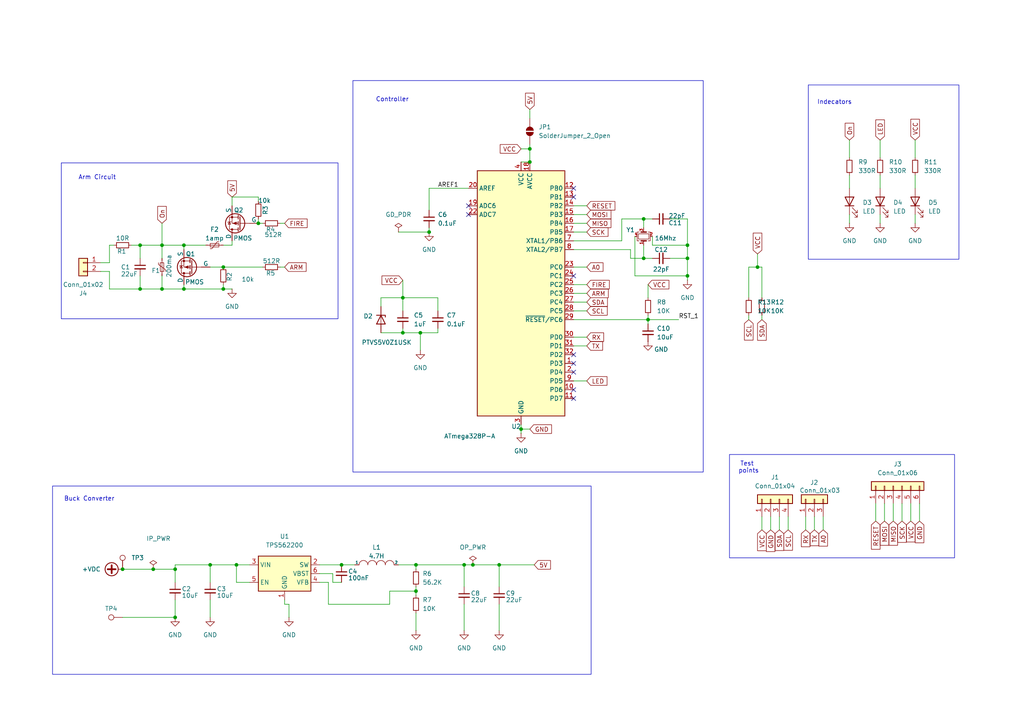
<source format=kicad_sch>
(kicad_sch
	(version 20231120)
	(generator "eeschema")
	(generator_version "8.0")
	(uuid "787c76d0-b1da-4be4-832d-b1aadeb7ce41")
	(paper "A4")
	(lib_symbols
		(symbol "Connector:TestPoint"
			(pin_numbers hide)
			(pin_names
				(offset 0.762) hide)
			(exclude_from_sim no)
			(in_bom yes)
			(on_board yes)
			(property "Reference" "TP"
				(at 0 6.858 0)
				(effects
					(font
						(size 1.27 1.27)
					)
				)
			)
			(property "Value" "TestPoint"
				(at 0 5.08 0)
				(effects
					(font
						(size 1.27 1.27)
					)
				)
			)
			(property "Footprint" ""
				(at 5.08 0 0)
				(effects
					(font
						(size 1.27 1.27)
					)
					(hide yes)
				)
			)
			(property "Datasheet" "~"
				(at 5.08 0 0)
				(effects
					(font
						(size 1.27 1.27)
					)
					(hide yes)
				)
			)
			(property "Description" "test point"
				(at 0 0 0)
				(effects
					(font
						(size 1.27 1.27)
					)
					(hide yes)
				)
			)
			(property "ki_keywords" "test point tp"
				(at 0 0 0)
				(effects
					(font
						(size 1.27 1.27)
					)
					(hide yes)
				)
			)
			(property "ki_fp_filters" "Pin* Test*"
				(at 0 0 0)
				(effects
					(font
						(size 1.27 1.27)
					)
					(hide yes)
				)
			)
			(symbol "TestPoint_0_1"
				(circle
					(center 0 3.302)
					(radius 0.762)
					(stroke
						(width 0)
						(type default)
					)
					(fill
						(type none)
					)
				)
			)
			(symbol "TestPoint_1_1"
				(pin passive line
					(at 0 0 90)
					(length 2.54)
					(name "1"
						(effects
							(font
								(size 1.27 1.27)
							)
						)
					)
					(number "1"
						(effects
							(font
								(size 1.27 1.27)
							)
						)
					)
				)
			)
		)
		(symbol "Connector_Generic:Conn_01x02"
			(pin_names
				(offset 1.016) hide)
			(exclude_from_sim no)
			(in_bom yes)
			(on_board yes)
			(property "Reference" "J"
				(at 0 2.54 0)
				(effects
					(font
						(size 1.27 1.27)
					)
				)
			)
			(property "Value" "Conn_01x02"
				(at 0 -5.08 0)
				(effects
					(font
						(size 1.27 1.27)
					)
				)
			)
			(property "Footprint" ""
				(at 0 0 0)
				(effects
					(font
						(size 1.27 1.27)
					)
					(hide yes)
				)
			)
			(property "Datasheet" "~"
				(at 0 0 0)
				(effects
					(font
						(size 1.27 1.27)
					)
					(hide yes)
				)
			)
			(property "Description" "Generic connector, single row, 01x02, script generated (kicad-library-utils/schlib/autogen/connector/)"
				(at 0 0 0)
				(effects
					(font
						(size 1.27 1.27)
					)
					(hide yes)
				)
			)
			(property "ki_keywords" "connector"
				(at 0 0 0)
				(effects
					(font
						(size 1.27 1.27)
					)
					(hide yes)
				)
			)
			(property "ki_fp_filters" "Connector*:*_1x??_*"
				(at 0 0 0)
				(effects
					(font
						(size 1.27 1.27)
					)
					(hide yes)
				)
			)
			(symbol "Conn_01x02_1_1"
				(rectangle
					(start -1.27 -2.413)
					(end 0 -2.667)
					(stroke
						(width 0.1524)
						(type default)
					)
					(fill
						(type none)
					)
				)
				(rectangle
					(start -1.27 0.127)
					(end 0 -0.127)
					(stroke
						(width 0.1524)
						(type default)
					)
					(fill
						(type none)
					)
				)
				(rectangle
					(start -1.27 1.27)
					(end 1.27 -3.81)
					(stroke
						(width 0.254)
						(type default)
					)
					(fill
						(type background)
					)
				)
				(pin passive line
					(at -5.08 0 0)
					(length 3.81)
					(name "Pin_1"
						(effects
							(font
								(size 1.27 1.27)
							)
						)
					)
					(number "1"
						(effects
							(font
								(size 1.27 1.27)
							)
						)
					)
				)
				(pin passive line
					(at -5.08 -2.54 0)
					(length 3.81)
					(name "Pin_2"
						(effects
							(font
								(size 1.27 1.27)
							)
						)
					)
					(number "2"
						(effects
							(font
								(size 1.27 1.27)
							)
						)
					)
				)
			)
		)
		(symbol "Connector_Generic:Conn_01x03"
			(pin_names
				(offset 1.016) hide)
			(exclude_from_sim no)
			(in_bom yes)
			(on_board yes)
			(property "Reference" "J"
				(at 0 5.08 0)
				(effects
					(font
						(size 1.27 1.27)
					)
				)
			)
			(property "Value" "Conn_01x03"
				(at 0 -5.08 0)
				(effects
					(font
						(size 1.27 1.27)
					)
				)
			)
			(property "Footprint" ""
				(at 0 0 0)
				(effects
					(font
						(size 1.27 1.27)
					)
					(hide yes)
				)
			)
			(property "Datasheet" "~"
				(at 0 0 0)
				(effects
					(font
						(size 1.27 1.27)
					)
					(hide yes)
				)
			)
			(property "Description" "Generic connector, single row, 01x03, script generated (kicad-library-utils/schlib/autogen/connector/)"
				(at 0 0 0)
				(effects
					(font
						(size 1.27 1.27)
					)
					(hide yes)
				)
			)
			(property "ki_keywords" "connector"
				(at 0 0 0)
				(effects
					(font
						(size 1.27 1.27)
					)
					(hide yes)
				)
			)
			(property "ki_fp_filters" "Connector*:*_1x??_*"
				(at 0 0 0)
				(effects
					(font
						(size 1.27 1.27)
					)
					(hide yes)
				)
			)
			(symbol "Conn_01x03_1_1"
				(rectangle
					(start -1.27 -2.413)
					(end 0 -2.667)
					(stroke
						(width 0.1524)
						(type default)
					)
					(fill
						(type none)
					)
				)
				(rectangle
					(start -1.27 0.127)
					(end 0 -0.127)
					(stroke
						(width 0.1524)
						(type default)
					)
					(fill
						(type none)
					)
				)
				(rectangle
					(start -1.27 2.667)
					(end 0 2.413)
					(stroke
						(width 0.1524)
						(type default)
					)
					(fill
						(type none)
					)
				)
				(rectangle
					(start -1.27 3.81)
					(end 1.27 -3.81)
					(stroke
						(width 0.254)
						(type default)
					)
					(fill
						(type background)
					)
				)
				(pin passive line
					(at -5.08 2.54 0)
					(length 3.81)
					(name "Pin_1"
						(effects
							(font
								(size 1.27 1.27)
							)
						)
					)
					(number "1"
						(effects
							(font
								(size 1.27 1.27)
							)
						)
					)
				)
				(pin passive line
					(at -5.08 0 0)
					(length 3.81)
					(name "Pin_2"
						(effects
							(font
								(size 1.27 1.27)
							)
						)
					)
					(number "2"
						(effects
							(font
								(size 1.27 1.27)
							)
						)
					)
				)
				(pin passive line
					(at -5.08 -2.54 0)
					(length 3.81)
					(name "Pin_3"
						(effects
							(font
								(size 1.27 1.27)
							)
						)
					)
					(number "3"
						(effects
							(font
								(size 1.27 1.27)
							)
						)
					)
				)
			)
		)
		(symbol "Connector_Generic:Conn_01x04"
			(pin_names
				(offset 1.016) hide)
			(exclude_from_sim no)
			(in_bom yes)
			(on_board yes)
			(property "Reference" "J"
				(at 0 5.08 0)
				(effects
					(font
						(size 1.27 1.27)
					)
				)
			)
			(property "Value" "Conn_01x04"
				(at 0 -7.62 0)
				(effects
					(font
						(size 1.27 1.27)
					)
				)
			)
			(property "Footprint" ""
				(at 0 0 0)
				(effects
					(font
						(size 1.27 1.27)
					)
					(hide yes)
				)
			)
			(property "Datasheet" "~"
				(at 0 0 0)
				(effects
					(font
						(size 1.27 1.27)
					)
					(hide yes)
				)
			)
			(property "Description" "Generic connector, single row, 01x04, script generated (kicad-library-utils/schlib/autogen/connector/)"
				(at 0 0 0)
				(effects
					(font
						(size 1.27 1.27)
					)
					(hide yes)
				)
			)
			(property "ki_keywords" "connector"
				(at 0 0 0)
				(effects
					(font
						(size 1.27 1.27)
					)
					(hide yes)
				)
			)
			(property "ki_fp_filters" "Connector*:*_1x??_*"
				(at 0 0 0)
				(effects
					(font
						(size 1.27 1.27)
					)
					(hide yes)
				)
			)
			(symbol "Conn_01x04_1_1"
				(rectangle
					(start -1.27 -4.953)
					(end 0 -5.207)
					(stroke
						(width 0.1524)
						(type default)
					)
					(fill
						(type none)
					)
				)
				(rectangle
					(start -1.27 -2.413)
					(end 0 -2.667)
					(stroke
						(width 0.1524)
						(type default)
					)
					(fill
						(type none)
					)
				)
				(rectangle
					(start -1.27 0.127)
					(end 0 -0.127)
					(stroke
						(width 0.1524)
						(type default)
					)
					(fill
						(type none)
					)
				)
				(rectangle
					(start -1.27 2.667)
					(end 0 2.413)
					(stroke
						(width 0.1524)
						(type default)
					)
					(fill
						(type none)
					)
				)
				(rectangle
					(start -1.27 3.81)
					(end 1.27 -6.35)
					(stroke
						(width 0.254)
						(type default)
					)
					(fill
						(type background)
					)
				)
				(pin passive line
					(at -5.08 2.54 0)
					(length 3.81)
					(name "Pin_1"
						(effects
							(font
								(size 1.27 1.27)
							)
						)
					)
					(number "1"
						(effects
							(font
								(size 1.27 1.27)
							)
						)
					)
				)
				(pin passive line
					(at -5.08 0 0)
					(length 3.81)
					(name "Pin_2"
						(effects
							(font
								(size 1.27 1.27)
							)
						)
					)
					(number "2"
						(effects
							(font
								(size 1.27 1.27)
							)
						)
					)
				)
				(pin passive line
					(at -5.08 -2.54 0)
					(length 3.81)
					(name "Pin_3"
						(effects
							(font
								(size 1.27 1.27)
							)
						)
					)
					(number "3"
						(effects
							(font
								(size 1.27 1.27)
							)
						)
					)
				)
				(pin passive line
					(at -5.08 -5.08 0)
					(length 3.81)
					(name "Pin_4"
						(effects
							(font
								(size 1.27 1.27)
							)
						)
					)
					(number "4"
						(effects
							(font
								(size 1.27 1.27)
							)
						)
					)
				)
			)
		)
		(symbol "Connector_Generic:Conn_01x06"
			(pin_names
				(offset 1.016) hide)
			(exclude_from_sim no)
			(in_bom yes)
			(on_board yes)
			(property "Reference" "J"
				(at 0 7.62 0)
				(effects
					(font
						(size 1.27 1.27)
					)
				)
			)
			(property "Value" "Conn_01x06"
				(at 0 -10.16 0)
				(effects
					(font
						(size 1.27 1.27)
					)
				)
			)
			(property "Footprint" ""
				(at 0 0 0)
				(effects
					(font
						(size 1.27 1.27)
					)
					(hide yes)
				)
			)
			(property "Datasheet" "~"
				(at 0 0 0)
				(effects
					(font
						(size 1.27 1.27)
					)
					(hide yes)
				)
			)
			(property "Description" "Generic connector, single row, 01x06, script generated (kicad-library-utils/schlib/autogen/connector/)"
				(at 0 0 0)
				(effects
					(font
						(size 1.27 1.27)
					)
					(hide yes)
				)
			)
			(property "ki_keywords" "connector"
				(at 0 0 0)
				(effects
					(font
						(size 1.27 1.27)
					)
					(hide yes)
				)
			)
			(property "ki_fp_filters" "Connector*:*_1x??_*"
				(at 0 0 0)
				(effects
					(font
						(size 1.27 1.27)
					)
					(hide yes)
				)
			)
			(symbol "Conn_01x06_1_1"
				(rectangle
					(start -1.27 -7.493)
					(end 0 -7.747)
					(stroke
						(width 0.1524)
						(type default)
					)
					(fill
						(type none)
					)
				)
				(rectangle
					(start -1.27 -4.953)
					(end 0 -5.207)
					(stroke
						(width 0.1524)
						(type default)
					)
					(fill
						(type none)
					)
				)
				(rectangle
					(start -1.27 -2.413)
					(end 0 -2.667)
					(stroke
						(width 0.1524)
						(type default)
					)
					(fill
						(type none)
					)
				)
				(rectangle
					(start -1.27 0.127)
					(end 0 -0.127)
					(stroke
						(width 0.1524)
						(type default)
					)
					(fill
						(type none)
					)
				)
				(rectangle
					(start -1.27 2.667)
					(end 0 2.413)
					(stroke
						(width 0.1524)
						(type default)
					)
					(fill
						(type none)
					)
				)
				(rectangle
					(start -1.27 5.207)
					(end 0 4.953)
					(stroke
						(width 0.1524)
						(type default)
					)
					(fill
						(type none)
					)
				)
				(rectangle
					(start -1.27 6.35)
					(end 1.27 -8.89)
					(stroke
						(width 0.254)
						(type default)
					)
					(fill
						(type background)
					)
				)
				(pin passive line
					(at -5.08 5.08 0)
					(length 3.81)
					(name "Pin_1"
						(effects
							(font
								(size 1.27 1.27)
							)
						)
					)
					(number "1"
						(effects
							(font
								(size 1.27 1.27)
							)
						)
					)
				)
				(pin passive line
					(at -5.08 2.54 0)
					(length 3.81)
					(name "Pin_2"
						(effects
							(font
								(size 1.27 1.27)
							)
						)
					)
					(number "2"
						(effects
							(font
								(size 1.27 1.27)
							)
						)
					)
				)
				(pin passive line
					(at -5.08 0 0)
					(length 3.81)
					(name "Pin_3"
						(effects
							(font
								(size 1.27 1.27)
							)
						)
					)
					(number "3"
						(effects
							(font
								(size 1.27 1.27)
							)
						)
					)
				)
				(pin passive line
					(at -5.08 -2.54 0)
					(length 3.81)
					(name "Pin_4"
						(effects
							(font
								(size 1.27 1.27)
							)
						)
					)
					(number "4"
						(effects
							(font
								(size 1.27 1.27)
							)
						)
					)
				)
				(pin passive line
					(at -5.08 -5.08 0)
					(length 3.81)
					(name "Pin_5"
						(effects
							(font
								(size 1.27 1.27)
							)
						)
					)
					(number "5"
						(effects
							(font
								(size 1.27 1.27)
							)
						)
					)
				)
				(pin passive line
					(at -5.08 -7.62 0)
					(length 3.81)
					(name "Pin_6"
						(effects
							(font
								(size 1.27 1.27)
							)
						)
					)
					(number "6"
						(effects
							(font
								(size 1.27 1.27)
							)
						)
					)
				)
			)
		)
		(symbol "Device:C_Small"
			(pin_numbers hide)
			(pin_names
				(offset 0.254) hide)
			(exclude_from_sim no)
			(in_bom yes)
			(on_board yes)
			(property "Reference" "C"
				(at 0.254 1.778 0)
				(effects
					(font
						(size 1.27 1.27)
					)
					(justify left)
				)
			)
			(property "Value" "C_Small"
				(at 0.254 -2.032 0)
				(effects
					(font
						(size 1.27 1.27)
					)
					(justify left)
				)
			)
			(property "Footprint" ""
				(at 0 0 0)
				(effects
					(font
						(size 1.27 1.27)
					)
					(hide yes)
				)
			)
			(property "Datasheet" "~"
				(at 0 0 0)
				(effects
					(font
						(size 1.27 1.27)
					)
					(hide yes)
				)
			)
			(property "Description" "Unpolarized capacitor, small symbol"
				(at 0 0 0)
				(effects
					(font
						(size 1.27 1.27)
					)
					(hide yes)
				)
			)
			(property "ki_keywords" "capacitor cap"
				(at 0 0 0)
				(effects
					(font
						(size 1.27 1.27)
					)
					(hide yes)
				)
			)
			(property "ki_fp_filters" "C_*"
				(at 0 0 0)
				(effects
					(font
						(size 1.27 1.27)
					)
					(hide yes)
				)
			)
			(symbol "C_Small_0_1"
				(polyline
					(pts
						(xy -1.524 -0.508) (xy 1.524 -0.508)
					)
					(stroke
						(width 0.3302)
						(type default)
					)
					(fill
						(type none)
					)
				)
				(polyline
					(pts
						(xy -1.524 0.508) (xy 1.524 0.508)
					)
					(stroke
						(width 0.3048)
						(type default)
					)
					(fill
						(type none)
					)
				)
			)
			(symbol "C_Small_1_1"
				(pin passive line
					(at 0 2.54 270)
					(length 2.032)
					(name "~"
						(effects
							(font
								(size 1.27 1.27)
							)
						)
					)
					(number "1"
						(effects
							(font
								(size 1.27 1.27)
							)
						)
					)
				)
				(pin passive line
					(at 0 -2.54 90)
					(length 2.032)
					(name "~"
						(effects
							(font
								(size 1.27 1.27)
							)
						)
					)
					(number "2"
						(effects
							(font
								(size 1.27 1.27)
							)
						)
					)
				)
			)
		)
		(symbol "Device:Crystal_GND24_Small"
			(pin_names
				(offset 1.016) hide)
			(exclude_from_sim no)
			(in_bom yes)
			(on_board yes)
			(property "Reference" "Y"
				(at 1.27 4.445 0)
				(effects
					(font
						(size 1.27 1.27)
					)
					(justify left)
				)
			)
			(property "Value" "Crystal_GND24_Small"
				(at 1.27 2.54 0)
				(effects
					(font
						(size 1.27 1.27)
					)
					(justify left)
				)
			)
			(property "Footprint" ""
				(at 0 0 0)
				(effects
					(font
						(size 1.27 1.27)
					)
					(hide yes)
				)
			)
			(property "Datasheet" "~"
				(at 0 0 0)
				(effects
					(font
						(size 1.27 1.27)
					)
					(hide yes)
				)
			)
			(property "Description" "Four pin crystal, GND on pins 2 and 4, small symbol"
				(at 0 0 0)
				(effects
					(font
						(size 1.27 1.27)
					)
					(hide yes)
				)
			)
			(property "ki_keywords" "quartz ceramic resonator oscillator"
				(at 0 0 0)
				(effects
					(font
						(size 1.27 1.27)
					)
					(hide yes)
				)
			)
			(property "ki_fp_filters" "Crystal*"
				(at 0 0 0)
				(effects
					(font
						(size 1.27 1.27)
					)
					(hide yes)
				)
			)
			(symbol "Crystal_GND24_Small_0_1"
				(rectangle
					(start -0.762 -1.524)
					(end 0.762 1.524)
					(stroke
						(width 0)
						(type default)
					)
					(fill
						(type none)
					)
				)
				(polyline
					(pts
						(xy -1.27 -0.762) (xy -1.27 0.762)
					)
					(stroke
						(width 0.381)
						(type default)
					)
					(fill
						(type none)
					)
				)
				(polyline
					(pts
						(xy 1.27 -0.762) (xy 1.27 0.762)
					)
					(stroke
						(width 0.381)
						(type default)
					)
					(fill
						(type none)
					)
				)
				(polyline
					(pts
						(xy -1.27 -1.27) (xy -1.27 -1.905) (xy 1.27 -1.905) (xy 1.27 -1.27)
					)
					(stroke
						(width 0)
						(type default)
					)
					(fill
						(type none)
					)
				)
				(polyline
					(pts
						(xy -1.27 1.27) (xy -1.27 1.905) (xy 1.27 1.905) (xy 1.27 1.27)
					)
					(stroke
						(width 0)
						(type default)
					)
					(fill
						(type none)
					)
				)
			)
			(symbol "Crystal_GND24_Small_1_1"
				(pin passive line
					(at -2.54 0 0)
					(length 1.27)
					(name "1"
						(effects
							(font
								(size 1.27 1.27)
							)
						)
					)
					(number "1"
						(effects
							(font
								(size 0.762 0.762)
							)
						)
					)
				)
				(pin passive line
					(at 0 -2.54 90)
					(length 0.635)
					(name "2"
						(effects
							(font
								(size 1.27 1.27)
							)
						)
					)
					(number "2"
						(effects
							(font
								(size 0.762 0.762)
							)
						)
					)
				)
				(pin passive line
					(at 2.54 0 180)
					(length 1.27)
					(name "3"
						(effects
							(font
								(size 1.27 1.27)
							)
						)
					)
					(number "3"
						(effects
							(font
								(size 0.762 0.762)
							)
						)
					)
				)
				(pin passive line
					(at 0 2.54 270)
					(length 0.635)
					(name "4"
						(effects
							(font
								(size 1.27 1.27)
							)
						)
					)
					(number "4"
						(effects
							(font
								(size 0.762 0.762)
							)
						)
					)
				)
			)
		)
		(symbol "Device:LED"
			(pin_numbers hide)
			(pin_names
				(offset 1.016) hide)
			(exclude_from_sim no)
			(in_bom yes)
			(on_board yes)
			(property "Reference" "D"
				(at 0 2.54 0)
				(effects
					(font
						(size 1.27 1.27)
					)
				)
			)
			(property "Value" "LED"
				(at 0 -2.54 0)
				(effects
					(font
						(size 1.27 1.27)
					)
				)
			)
			(property "Footprint" ""
				(at 0 0 0)
				(effects
					(font
						(size 1.27 1.27)
					)
					(hide yes)
				)
			)
			(property "Datasheet" "~"
				(at 0 0 0)
				(effects
					(font
						(size 1.27 1.27)
					)
					(hide yes)
				)
			)
			(property "Description" "Light emitting diode"
				(at 0 0 0)
				(effects
					(font
						(size 1.27 1.27)
					)
					(hide yes)
				)
			)
			(property "ki_keywords" "LED diode"
				(at 0 0 0)
				(effects
					(font
						(size 1.27 1.27)
					)
					(hide yes)
				)
			)
			(property "ki_fp_filters" "LED* LED_SMD:* LED_THT:*"
				(at 0 0 0)
				(effects
					(font
						(size 1.27 1.27)
					)
					(hide yes)
				)
			)
			(symbol "LED_0_1"
				(polyline
					(pts
						(xy -1.27 -1.27) (xy -1.27 1.27)
					)
					(stroke
						(width 0.254)
						(type default)
					)
					(fill
						(type none)
					)
				)
				(polyline
					(pts
						(xy -1.27 0) (xy 1.27 0)
					)
					(stroke
						(width 0)
						(type default)
					)
					(fill
						(type none)
					)
				)
				(polyline
					(pts
						(xy 1.27 -1.27) (xy 1.27 1.27) (xy -1.27 0) (xy 1.27 -1.27)
					)
					(stroke
						(width 0.254)
						(type default)
					)
					(fill
						(type none)
					)
				)
				(polyline
					(pts
						(xy -3.048 -0.762) (xy -4.572 -2.286) (xy -3.81 -2.286) (xy -4.572 -2.286) (xy -4.572 -1.524)
					)
					(stroke
						(width 0)
						(type default)
					)
					(fill
						(type none)
					)
				)
				(polyline
					(pts
						(xy -1.778 -0.762) (xy -3.302 -2.286) (xy -2.54 -2.286) (xy -3.302 -2.286) (xy -3.302 -1.524)
					)
					(stroke
						(width 0)
						(type default)
					)
					(fill
						(type none)
					)
				)
			)
			(symbol "LED_1_1"
				(pin passive line
					(at -3.81 0 0)
					(length 2.54)
					(name "K"
						(effects
							(font
								(size 1.27 1.27)
							)
						)
					)
					(number "1"
						(effects
							(font
								(size 1.27 1.27)
							)
						)
					)
				)
				(pin passive line
					(at 3.81 0 180)
					(length 2.54)
					(name "A"
						(effects
							(font
								(size 1.27 1.27)
							)
						)
					)
					(number "2"
						(effects
							(font
								(size 1.27 1.27)
							)
						)
					)
				)
			)
		)
		(symbol "Device:Polyfuse_Small"
			(pin_numbers hide)
			(pin_names
				(offset 0)
			)
			(exclude_from_sim no)
			(in_bom yes)
			(on_board yes)
			(property "Reference" "F"
				(at -1.905 0 90)
				(effects
					(font
						(size 1.27 1.27)
					)
				)
			)
			(property "Value" "Polyfuse_Small"
				(at 1.905 0 90)
				(effects
					(font
						(size 1.27 1.27)
					)
				)
			)
			(property "Footprint" ""
				(at 1.27 -5.08 0)
				(effects
					(font
						(size 1.27 1.27)
					)
					(justify left)
					(hide yes)
				)
			)
			(property "Datasheet" "~"
				(at 0 0 0)
				(effects
					(font
						(size 1.27 1.27)
					)
					(hide yes)
				)
			)
			(property "Description" "Resettable fuse, polymeric positive temperature coefficient, small symbol"
				(at 0 0 0)
				(effects
					(font
						(size 1.27 1.27)
					)
					(hide yes)
				)
			)
			(property "ki_keywords" "resettable fuse PTC PPTC polyfuse polyswitch"
				(at 0 0 0)
				(effects
					(font
						(size 1.27 1.27)
					)
					(hide yes)
				)
			)
			(property "ki_fp_filters" "*polyfuse* *PTC*"
				(at 0 0 0)
				(effects
					(font
						(size 1.27 1.27)
					)
					(hide yes)
				)
			)
			(symbol "Polyfuse_Small_0_1"
				(rectangle
					(start -0.508 1.27)
					(end 0.508 -1.27)
					(stroke
						(width 0)
						(type default)
					)
					(fill
						(type none)
					)
				)
				(polyline
					(pts
						(xy 0 2.54) (xy 0 -2.54)
					)
					(stroke
						(width 0)
						(type default)
					)
					(fill
						(type none)
					)
				)
				(polyline
					(pts
						(xy -1.016 1.27) (xy -1.016 0.762) (xy 1.016 -0.762) (xy 1.016 -1.27)
					)
					(stroke
						(width 0)
						(type default)
					)
					(fill
						(type none)
					)
				)
			)
			(symbol "Polyfuse_Small_1_1"
				(pin passive line
					(at 0 2.54 270)
					(length 0.635)
					(name "~"
						(effects
							(font
								(size 1.27 1.27)
							)
						)
					)
					(number "1"
						(effects
							(font
								(size 1.27 1.27)
							)
						)
					)
				)
				(pin passive line
					(at 0 -2.54 90)
					(length 0.635)
					(name "~"
						(effects
							(font
								(size 1.27 1.27)
							)
						)
					)
					(number "2"
						(effects
							(font
								(size 1.27 1.27)
							)
						)
					)
				)
			)
		)
		(symbol "Device:R_Small"
			(pin_numbers hide)
			(pin_names
				(offset 0.254) hide)
			(exclude_from_sim no)
			(in_bom yes)
			(on_board yes)
			(property "Reference" "R"
				(at 0.762 0.508 0)
				(effects
					(font
						(size 1.27 1.27)
					)
					(justify left)
				)
			)
			(property "Value" "R_Small"
				(at 0.762 -1.016 0)
				(effects
					(font
						(size 1.27 1.27)
					)
					(justify left)
				)
			)
			(property "Footprint" ""
				(at 0 0 0)
				(effects
					(font
						(size 1.27 1.27)
					)
					(hide yes)
				)
			)
			(property "Datasheet" "~"
				(at 0 0 0)
				(effects
					(font
						(size 1.27 1.27)
					)
					(hide yes)
				)
			)
			(property "Description" "Resistor, small symbol"
				(at 0 0 0)
				(effects
					(font
						(size 1.27 1.27)
					)
					(hide yes)
				)
			)
			(property "ki_keywords" "R resistor"
				(at 0 0 0)
				(effects
					(font
						(size 1.27 1.27)
					)
					(hide yes)
				)
			)
			(property "ki_fp_filters" "R_*"
				(at 0 0 0)
				(effects
					(font
						(size 1.27 1.27)
					)
					(hide yes)
				)
			)
			(symbol "R_Small_0_1"
				(rectangle
					(start -0.762 1.778)
					(end 0.762 -1.778)
					(stroke
						(width 0.2032)
						(type default)
					)
					(fill
						(type none)
					)
				)
			)
			(symbol "R_Small_1_1"
				(pin passive line
					(at 0 2.54 270)
					(length 0.762)
					(name "~"
						(effects
							(font
								(size 1.27 1.27)
							)
						)
					)
					(number "1"
						(effects
							(font
								(size 1.27 1.27)
							)
						)
					)
				)
				(pin passive line
					(at 0 -2.54 90)
					(length 0.762)
					(name "~"
						(effects
							(font
								(size 1.27 1.27)
							)
						)
					)
					(number "2"
						(effects
							(font
								(size 1.27 1.27)
							)
						)
					)
				)
			)
		)
		(symbol "Diode:PTVS5V0Z1USK"
			(pin_numbers hide)
			(pin_names hide)
			(exclude_from_sim no)
			(in_bom yes)
			(on_board yes)
			(property "Reference" "D"
				(at 0 2.54 0)
				(effects
					(font
						(size 1.27 1.27)
					)
				)
			)
			(property "Value" "PTVS5V0Z1USK"
				(at 0 -2.54 0)
				(effects
					(font
						(size 1.27 1.27)
					)
				)
			)
			(property "Footprint" "Diode_SMD:Nexperia_DSN1608-2_1.6x0.8mm"
				(at 0 -4.445 0)
				(effects
					(font
						(size 1.27 1.27)
					)
					(hide yes)
				)
			)
			(property "Datasheet" "https://assets.nexperia.com/documents/data-sheet/PTVS5V0Z1USK.pdf"
				(at 0 0 0)
				(effects
					(font
						(size 1.27 1.27)
					)
					(hide yes)
				)
			)
			(property "Description" "5V, 1200W TVS unidirectional diode, DSN1608-2"
				(at 0 0 0)
				(effects
					(font
						(size 1.27 1.27)
					)
					(hide yes)
				)
			)
			(property "ki_keywords" "TVS diode"
				(at 0 0 0)
				(effects
					(font
						(size 1.27 1.27)
					)
					(hide yes)
				)
			)
			(property "ki_fp_filters" "*DSN1608?2*"
				(at 0 0 0)
				(effects
					(font
						(size 1.27 1.27)
					)
					(hide yes)
				)
			)
			(symbol "PTVS5V0Z1USK_0_1"
				(polyline
					(pts
						(xy 1.27 0) (xy -1.27 0)
					)
					(stroke
						(width 0)
						(type default)
					)
					(fill
						(type none)
					)
				)
				(polyline
					(pts
						(xy -1.27 -1.27) (xy -1.27 1.27) (xy -0.762 1.27)
					)
					(stroke
						(width 0.254)
						(type default)
					)
					(fill
						(type none)
					)
				)
				(polyline
					(pts
						(xy 1.27 -1.27) (xy 1.27 1.27) (xy -1.27 0) (xy 1.27 -1.27)
					)
					(stroke
						(width 0.254)
						(type default)
					)
					(fill
						(type none)
					)
				)
			)
			(symbol "PTVS5V0Z1USK_1_1"
				(pin passive line
					(at -3.81 0 0)
					(length 2.54)
					(name "K"
						(effects
							(font
								(size 1.27 1.27)
							)
						)
					)
					(number "1"
						(effects
							(font
								(size 1.27 1.27)
							)
						)
					)
				)
				(pin passive line
					(at 3.81 0 180)
					(length 2.54)
					(name "A"
						(effects
							(font
								(size 1.27 1.27)
							)
						)
					)
					(number "2"
						(effects
							(font
								(size 1.27 1.27)
							)
						)
					)
				)
			)
		)
		(symbol "Jumper:SolderJumper_2_Open"
			(pin_numbers hide)
			(pin_names
				(offset 0) hide)
			(exclude_from_sim yes)
			(in_bom no)
			(on_board yes)
			(property "Reference" "JP"
				(at 0 2.032 0)
				(effects
					(font
						(size 1.27 1.27)
					)
				)
			)
			(property "Value" "SolderJumper_2_Open"
				(at 0 -2.54 0)
				(effects
					(font
						(size 1.27 1.27)
					)
				)
			)
			(property "Footprint" ""
				(at 0 0 0)
				(effects
					(font
						(size 1.27 1.27)
					)
					(hide yes)
				)
			)
			(property "Datasheet" "~"
				(at 0 0 0)
				(effects
					(font
						(size 1.27 1.27)
					)
					(hide yes)
				)
			)
			(property "Description" "Solder Jumper, 2-pole, open"
				(at 0 0 0)
				(effects
					(font
						(size 1.27 1.27)
					)
					(hide yes)
				)
			)
			(property "ki_keywords" "solder jumper SPST"
				(at 0 0 0)
				(effects
					(font
						(size 1.27 1.27)
					)
					(hide yes)
				)
			)
			(property "ki_fp_filters" "SolderJumper*Open*"
				(at 0 0 0)
				(effects
					(font
						(size 1.27 1.27)
					)
					(hide yes)
				)
			)
			(symbol "SolderJumper_2_Open_0_1"
				(arc
					(start -0.254 1.016)
					(mid -1.2656 0)
					(end -0.254 -1.016)
					(stroke
						(width 0)
						(type default)
					)
					(fill
						(type none)
					)
				)
				(arc
					(start -0.254 1.016)
					(mid -1.2656 0)
					(end -0.254 -1.016)
					(stroke
						(width 0)
						(type default)
					)
					(fill
						(type outline)
					)
				)
				(polyline
					(pts
						(xy -0.254 1.016) (xy -0.254 -1.016)
					)
					(stroke
						(width 0)
						(type default)
					)
					(fill
						(type none)
					)
				)
				(polyline
					(pts
						(xy 0.254 1.016) (xy 0.254 -1.016)
					)
					(stroke
						(width 0)
						(type default)
					)
					(fill
						(type none)
					)
				)
				(arc
					(start 0.254 -1.016)
					(mid 1.2656 0)
					(end 0.254 1.016)
					(stroke
						(width 0)
						(type default)
					)
					(fill
						(type none)
					)
				)
				(arc
					(start 0.254 -1.016)
					(mid 1.2656 0)
					(end 0.254 1.016)
					(stroke
						(width 0)
						(type default)
					)
					(fill
						(type outline)
					)
				)
			)
			(symbol "SolderJumper_2_Open_1_1"
				(pin passive line
					(at -3.81 0 0)
					(length 2.54)
					(name "A"
						(effects
							(font
								(size 1.27 1.27)
							)
						)
					)
					(number "1"
						(effects
							(font
								(size 1.27 1.27)
							)
						)
					)
				)
				(pin passive line
					(at 3.81 0 180)
					(length 2.54)
					(name "B"
						(effects
							(font
								(size 1.27 1.27)
							)
						)
					)
					(number "2"
						(effects
							(font
								(size 1.27 1.27)
							)
						)
					)
				)
			)
		)
		(symbol "MCU_Microchip_ATmega:ATmega328P-A"
			(exclude_from_sim no)
			(in_bom yes)
			(on_board yes)
			(property "Reference" "U"
				(at -12.7 36.83 0)
				(effects
					(font
						(size 1.27 1.27)
					)
					(justify left bottom)
				)
			)
			(property "Value" "ATmega328P-A"
				(at 2.54 -36.83 0)
				(effects
					(font
						(size 1.27 1.27)
					)
					(justify left top)
				)
			)
			(property "Footprint" "Package_QFP:TQFP-32_7x7mm_P0.8mm"
				(at 0 0 0)
				(effects
					(font
						(size 1.27 1.27)
						(italic yes)
					)
					(hide yes)
				)
			)
			(property "Datasheet" "http://ww1.microchip.com/downloads/en/DeviceDoc/ATmega328_P%20AVR%20MCU%20with%20picoPower%20Technology%20Data%20Sheet%2040001984A.pdf"
				(at 0 0 0)
				(effects
					(font
						(size 1.27 1.27)
					)
					(hide yes)
				)
			)
			(property "Description" "20MHz, 32kB Flash, 2kB SRAM, 1kB EEPROM, TQFP-32"
				(at 0 0 0)
				(effects
					(font
						(size 1.27 1.27)
					)
					(hide yes)
				)
			)
			(property "ki_keywords" "AVR 8bit Microcontroller MegaAVR PicoPower"
				(at 0 0 0)
				(effects
					(font
						(size 1.27 1.27)
					)
					(hide yes)
				)
			)
			(property "ki_fp_filters" "TQFP*7x7mm*P0.8mm*"
				(at 0 0 0)
				(effects
					(font
						(size 1.27 1.27)
					)
					(hide yes)
				)
			)
			(symbol "ATmega328P-A_0_1"
				(rectangle
					(start -12.7 -35.56)
					(end 12.7 35.56)
					(stroke
						(width 0.254)
						(type default)
					)
					(fill
						(type background)
					)
				)
			)
			(symbol "ATmega328P-A_1_1"
				(pin bidirectional line
					(at 15.24 -20.32 180)
					(length 2.54)
					(name "PD3"
						(effects
							(font
								(size 1.27 1.27)
							)
						)
					)
					(number "1"
						(effects
							(font
								(size 1.27 1.27)
							)
						)
					)
				)
				(pin bidirectional line
					(at 15.24 -27.94 180)
					(length 2.54)
					(name "PD6"
						(effects
							(font
								(size 1.27 1.27)
							)
						)
					)
					(number "10"
						(effects
							(font
								(size 1.27 1.27)
							)
						)
					)
				)
				(pin bidirectional line
					(at 15.24 -30.48 180)
					(length 2.54)
					(name "PD7"
						(effects
							(font
								(size 1.27 1.27)
							)
						)
					)
					(number "11"
						(effects
							(font
								(size 1.27 1.27)
							)
						)
					)
				)
				(pin bidirectional line
					(at 15.24 30.48 180)
					(length 2.54)
					(name "PB0"
						(effects
							(font
								(size 1.27 1.27)
							)
						)
					)
					(number "12"
						(effects
							(font
								(size 1.27 1.27)
							)
						)
					)
				)
				(pin bidirectional line
					(at 15.24 27.94 180)
					(length 2.54)
					(name "PB1"
						(effects
							(font
								(size 1.27 1.27)
							)
						)
					)
					(number "13"
						(effects
							(font
								(size 1.27 1.27)
							)
						)
					)
				)
				(pin bidirectional line
					(at 15.24 25.4 180)
					(length 2.54)
					(name "PB2"
						(effects
							(font
								(size 1.27 1.27)
							)
						)
					)
					(number "14"
						(effects
							(font
								(size 1.27 1.27)
							)
						)
					)
				)
				(pin bidirectional line
					(at 15.24 22.86 180)
					(length 2.54)
					(name "PB3"
						(effects
							(font
								(size 1.27 1.27)
							)
						)
					)
					(number "15"
						(effects
							(font
								(size 1.27 1.27)
							)
						)
					)
				)
				(pin bidirectional line
					(at 15.24 20.32 180)
					(length 2.54)
					(name "PB4"
						(effects
							(font
								(size 1.27 1.27)
							)
						)
					)
					(number "16"
						(effects
							(font
								(size 1.27 1.27)
							)
						)
					)
				)
				(pin bidirectional line
					(at 15.24 17.78 180)
					(length 2.54)
					(name "PB5"
						(effects
							(font
								(size 1.27 1.27)
							)
						)
					)
					(number "17"
						(effects
							(font
								(size 1.27 1.27)
							)
						)
					)
				)
				(pin power_in line
					(at 2.54 38.1 270)
					(length 2.54)
					(name "AVCC"
						(effects
							(font
								(size 1.27 1.27)
							)
						)
					)
					(number "18"
						(effects
							(font
								(size 1.27 1.27)
							)
						)
					)
				)
				(pin input line
					(at -15.24 25.4 0)
					(length 2.54)
					(name "ADC6"
						(effects
							(font
								(size 1.27 1.27)
							)
						)
					)
					(number "19"
						(effects
							(font
								(size 1.27 1.27)
							)
						)
					)
				)
				(pin bidirectional line
					(at 15.24 -22.86 180)
					(length 2.54)
					(name "PD4"
						(effects
							(font
								(size 1.27 1.27)
							)
						)
					)
					(number "2"
						(effects
							(font
								(size 1.27 1.27)
							)
						)
					)
				)
				(pin passive line
					(at -15.24 30.48 0)
					(length 2.54)
					(name "AREF"
						(effects
							(font
								(size 1.27 1.27)
							)
						)
					)
					(number "20"
						(effects
							(font
								(size 1.27 1.27)
							)
						)
					)
				)
				(pin passive line
					(at 0 -38.1 90)
					(length 2.54) hide
					(name "GND"
						(effects
							(font
								(size 1.27 1.27)
							)
						)
					)
					(number "21"
						(effects
							(font
								(size 1.27 1.27)
							)
						)
					)
				)
				(pin input line
					(at -15.24 22.86 0)
					(length 2.54)
					(name "ADC7"
						(effects
							(font
								(size 1.27 1.27)
							)
						)
					)
					(number "22"
						(effects
							(font
								(size 1.27 1.27)
							)
						)
					)
				)
				(pin bidirectional line
					(at 15.24 7.62 180)
					(length 2.54)
					(name "PC0"
						(effects
							(font
								(size 1.27 1.27)
							)
						)
					)
					(number "23"
						(effects
							(font
								(size 1.27 1.27)
							)
						)
					)
				)
				(pin bidirectional line
					(at 15.24 5.08 180)
					(length 2.54)
					(name "PC1"
						(effects
							(font
								(size 1.27 1.27)
							)
						)
					)
					(number "24"
						(effects
							(font
								(size 1.27 1.27)
							)
						)
					)
				)
				(pin bidirectional line
					(at 15.24 2.54 180)
					(length 2.54)
					(name "PC2"
						(effects
							(font
								(size 1.27 1.27)
							)
						)
					)
					(number "25"
						(effects
							(font
								(size 1.27 1.27)
							)
						)
					)
				)
				(pin bidirectional line
					(at 15.24 0 180)
					(length 2.54)
					(name "PC3"
						(effects
							(font
								(size 1.27 1.27)
							)
						)
					)
					(number "26"
						(effects
							(font
								(size 1.27 1.27)
							)
						)
					)
				)
				(pin bidirectional line
					(at 15.24 -2.54 180)
					(length 2.54)
					(name "PC4"
						(effects
							(font
								(size 1.27 1.27)
							)
						)
					)
					(number "27"
						(effects
							(font
								(size 1.27 1.27)
							)
						)
					)
				)
				(pin bidirectional line
					(at 15.24 -5.08 180)
					(length 2.54)
					(name "PC5"
						(effects
							(font
								(size 1.27 1.27)
							)
						)
					)
					(number "28"
						(effects
							(font
								(size 1.27 1.27)
							)
						)
					)
				)
				(pin bidirectional line
					(at 15.24 -7.62 180)
					(length 2.54)
					(name "~{RESET}/PC6"
						(effects
							(font
								(size 1.27 1.27)
							)
						)
					)
					(number "29"
						(effects
							(font
								(size 1.27 1.27)
							)
						)
					)
				)
				(pin power_in line
					(at 0 -38.1 90)
					(length 2.54)
					(name "GND"
						(effects
							(font
								(size 1.27 1.27)
							)
						)
					)
					(number "3"
						(effects
							(font
								(size 1.27 1.27)
							)
						)
					)
				)
				(pin bidirectional line
					(at 15.24 -12.7 180)
					(length 2.54)
					(name "PD0"
						(effects
							(font
								(size 1.27 1.27)
							)
						)
					)
					(number "30"
						(effects
							(font
								(size 1.27 1.27)
							)
						)
					)
				)
				(pin bidirectional line
					(at 15.24 -15.24 180)
					(length 2.54)
					(name "PD1"
						(effects
							(font
								(size 1.27 1.27)
							)
						)
					)
					(number "31"
						(effects
							(font
								(size 1.27 1.27)
							)
						)
					)
				)
				(pin bidirectional line
					(at 15.24 -17.78 180)
					(length 2.54)
					(name "PD2"
						(effects
							(font
								(size 1.27 1.27)
							)
						)
					)
					(number "32"
						(effects
							(font
								(size 1.27 1.27)
							)
						)
					)
				)
				(pin power_in line
					(at 0 38.1 270)
					(length 2.54)
					(name "VCC"
						(effects
							(font
								(size 1.27 1.27)
							)
						)
					)
					(number "4"
						(effects
							(font
								(size 1.27 1.27)
							)
						)
					)
				)
				(pin passive line
					(at 0 -38.1 90)
					(length 2.54) hide
					(name "GND"
						(effects
							(font
								(size 1.27 1.27)
							)
						)
					)
					(number "5"
						(effects
							(font
								(size 1.27 1.27)
							)
						)
					)
				)
				(pin passive line
					(at 0 38.1 270)
					(length 2.54) hide
					(name "VCC"
						(effects
							(font
								(size 1.27 1.27)
							)
						)
					)
					(number "6"
						(effects
							(font
								(size 1.27 1.27)
							)
						)
					)
				)
				(pin bidirectional line
					(at 15.24 15.24 180)
					(length 2.54)
					(name "XTAL1/PB6"
						(effects
							(font
								(size 1.27 1.27)
							)
						)
					)
					(number "7"
						(effects
							(font
								(size 1.27 1.27)
							)
						)
					)
				)
				(pin bidirectional line
					(at 15.24 12.7 180)
					(length 2.54)
					(name "XTAL2/PB7"
						(effects
							(font
								(size 1.27 1.27)
							)
						)
					)
					(number "8"
						(effects
							(font
								(size 1.27 1.27)
							)
						)
					)
				)
				(pin bidirectional line
					(at 15.24 -25.4 180)
					(length 2.54)
					(name "PD5"
						(effects
							(font
								(size 1.27 1.27)
							)
						)
					)
					(number "9"
						(effects
							(font
								(size 1.27 1.27)
							)
						)
					)
				)
			)
		)
		(symbol "Regulator_Switching:TPS562200"
			(exclude_from_sim no)
			(in_bom yes)
			(on_board yes)
			(property "Reference" "U"
				(at -7.62 6.35 0)
				(effects
					(font
						(size 1.27 1.27)
					)
					(justify left)
				)
			)
			(property "Value" "TPS562200"
				(at -2.54 6.35 0)
				(effects
					(font
						(size 1.27 1.27)
					)
					(justify left)
				)
			)
			(property "Footprint" "Package_TO_SOT_SMD:SOT-23-6"
				(at 1.27 -6.35 0)
				(effects
					(font
						(size 1.27 1.27)
					)
					(justify left)
					(hide yes)
				)
			)
			(property "Datasheet" "http://www.ti.com/lit/ds/symlink/tps563200.pdf"
				(at 0 0 0)
				(effects
					(font
						(size 1.27 1.27)
					)
					(hide yes)
				)
			)
			(property "Description" "2A Synchronous Step-Down Voltage Regulator, Adjustable Output Voltage, 4.5-17V Input Voltage, SOT-23-6"
				(at 0 0 0)
				(effects
					(font
						(size 1.27 1.27)
					)
					(hide yes)
				)
			)
			(property "ki_keywords" "step-down dcdc voltage regulator"
				(at 0 0 0)
				(effects
					(font
						(size 1.27 1.27)
					)
					(hide yes)
				)
			)
			(property "ki_fp_filters" "SOT?23*"
				(at 0 0 0)
				(effects
					(font
						(size 1.27 1.27)
					)
					(hide yes)
				)
			)
			(symbol "TPS562200_0_1"
				(rectangle
					(start -7.62 5.08)
					(end 7.62 -5.08)
					(stroke
						(width 0.254)
						(type default)
					)
					(fill
						(type background)
					)
				)
			)
			(symbol "TPS562200_1_1"
				(pin power_in line
					(at 0 -7.62 90)
					(length 2.54)
					(name "GND"
						(effects
							(font
								(size 1.27 1.27)
							)
						)
					)
					(number "1"
						(effects
							(font
								(size 1.27 1.27)
							)
						)
					)
				)
				(pin output line
					(at 10.16 2.54 180)
					(length 2.54)
					(name "SW"
						(effects
							(font
								(size 1.27 1.27)
							)
						)
					)
					(number "2"
						(effects
							(font
								(size 1.27 1.27)
							)
						)
					)
				)
				(pin power_in line
					(at -10.16 2.54 0)
					(length 2.54)
					(name "VIN"
						(effects
							(font
								(size 1.27 1.27)
							)
						)
					)
					(number "3"
						(effects
							(font
								(size 1.27 1.27)
							)
						)
					)
				)
				(pin input line
					(at 10.16 -2.54 180)
					(length 2.54)
					(name "VFB"
						(effects
							(font
								(size 1.27 1.27)
							)
						)
					)
					(number "4"
						(effects
							(font
								(size 1.27 1.27)
							)
						)
					)
				)
				(pin input line
					(at -10.16 -2.54 0)
					(length 2.54)
					(name "EN"
						(effects
							(font
								(size 1.27 1.27)
							)
						)
					)
					(number "5"
						(effects
							(font
								(size 1.27 1.27)
							)
						)
					)
				)
				(pin passive line
					(at 10.16 0 180)
					(length 2.54)
					(name "VBST"
						(effects
							(font
								(size 1.27 1.27)
							)
						)
					)
					(number "6"
						(effects
							(font
								(size 1.27 1.27)
							)
						)
					)
				)
			)
		)
		(symbol "Simulation_SPICE:PMOS"
			(pin_numbers hide)
			(pin_names
				(offset 0)
			)
			(exclude_from_sim no)
			(in_bom yes)
			(on_board yes)
			(property "Reference" "Q"
				(at 5.08 1.27 0)
				(effects
					(font
						(size 1.27 1.27)
					)
					(justify left)
				)
			)
			(property "Value" "PMOS"
				(at 5.08 -1.27 0)
				(effects
					(font
						(size 1.27 1.27)
					)
					(justify left)
				)
			)
			(property "Footprint" ""
				(at 5.08 2.54 0)
				(effects
					(font
						(size 1.27 1.27)
					)
					(hide yes)
				)
			)
			(property "Datasheet" "https://ngspice.sourceforge.io/docs/ngspice-html-manual/manual.xhtml#cha_MOSFETs"
				(at 0 -12.7 0)
				(effects
					(font
						(size 1.27 1.27)
					)
					(hide yes)
				)
			)
			(property "Description" "P-MOSFET transistor, drain/source/gate"
				(at 0 0 0)
				(effects
					(font
						(size 1.27 1.27)
					)
					(hide yes)
				)
			)
			(property "Sim.Device" "PMOS"
				(at 0 -17.145 0)
				(effects
					(font
						(size 1.27 1.27)
					)
					(hide yes)
				)
			)
			(property "Sim.Type" "VDMOS"
				(at 0 -19.05 0)
				(effects
					(font
						(size 1.27 1.27)
					)
					(hide yes)
				)
			)
			(property "Sim.Pins" "1=D 2=G 3=S"
				(at 0 -15.24 0)
				(effects
					(font
						(size 1.27 1.27)
					)
					(hide yes)
				)
			)
			(property "ki_keywords" "transistor PMOS P-MOS P-MOSFET simulation"
				(at 0 0 0)
				(effects
					(font
						(size 1.27 1.27)
					)
					(hide yes)
				)
			)
			(symbol "PMOS_0_1"
				(polyline
					(pts
						(xy 0.254 0) (xy -2.54 0)
					)
					(stroke
						(width 0)
						(type default)
					)
					(fill
						(type none)
					)
				)
				(polyline
					(pts
						(xy 0.254 1.905) (xy 0.254 -1.905)
					)
					(stroke
						(width 0.254)
						(type default)
					)
					(fill
						(type none)
					)
				)
				(polyline
					(pts
						(xy 0.762 -1.27) (xy 0.762 -2.286)
					)
					(stroke
						(width 0.254)
						(type default)
					)
					(fill
						(type none)
					)
				)
				(polyline
					(pts
						(xy 0.762 0.508) (xy 0.762 -0.508)
					)
					(stroke
						(width 0.254)
						(type default)
					)
					(fill
						(type none)
					)
				)
				(polyline
					(pts
						(xy 0.762 2.286) (xy 0.762 1.27)
					)
					(stroke
						(width 0.254)
						(type default)
					)
					(fill
						(type none)
					)
				)
				(polyline
					(pts
						(xy 2.54 2.54) (xy 2.54 1.778)
					)
					(stroke
						(width 0)
						(type default)
					)
					(fill
						(type none)
					)
				)
				(polyline
					(pts
						(xy 2.54 -2.54) (xy 2.54 0) (xy 0.762 0)
					)
					(stroke
						(width 0)
						(type default)
					)
					(fill
						(type none)
					)
				)
				(polyline
					(pts
						(xy 0.762 1.778) (xy 3.302 1.778) (xy 3.302 -1.778) (xy 0.762 -1.778)
					)
					(stroke
						(width 0)
						(type default)
					)
					(fill
						(type none)
					)
				)
				(polyline
					(pts
						(xy 2.286 0) (xy 1.27 0.381) (xy 1.27 -0.381) (xy 2.286 0)
					)
					(stroke
						(width 0)
						(type default)
					)
					(fill
						(type outline)
					)
				)
				(polyline
					(pts
						(xy 2.794 -0.508) (xy 2.921 -0.381) (xy 3.683 -0.381) (xy 3.81 -0.254)
					)
					(stroke
						(width 0)
						(type default)
					)
					(fill
						(type none)
					)
				)
				(polyline
					(pts
						(xy 3.302 -0.381) (xy 2.921 0.254) (xy 3.683 0.254) (xy 3.302 -0.381)
					)
					(stroke
						(width 0)
						(type default)
					)
					(fill
						(type none)
					)
				)
				(circle
					(center 1.651 0)
					(radius 2.794)
					(stroke
						(width 0.254)
						(type default)
					)
					(fill
						(type none)
					)
				)
				(circle
					(center 2.54 -1.778)
					(radius 0.254)
					(stroke
						(width 0)
						(type default)
					)
					(fill
						(type outline)
					)
				)
				(circle
					(center 2.54 1.778)
					(radius 0.254)
					(stroke
						(width 0)
						(type default)
					)
					(fill
						(type outline)
					)
				)
			)
			(symbol "PMOS_1_1"
				(pin passive line
					(at 2.54 5.08 270)
					(length 2.54)
					(name "D"
						(effects
							(font
								(size 1.27 1.27)
							)
						)
					)
					(number "1"
						(effects
							(font
								(size 1.27 1.27)
							)
						)
					)
				)
				(pin input line
					(at -5.08 0 0)
					(length 2.54)
					(name "G"
						(effects
							(font
								(size 1.27 1.27)
							)
						)
					)
					(number "2"
						(effects
							(font
								(size 1.27 1.27)
							)
						)
					)
				)
				(pin passive line
					(at 2.54 -5.08 90)
					(length 2.54)
					(name "S"
						(effects
							(font
								(size 1.27 1.27)
							)
						)
					)
					(number "3"
						(effects
							(font
								(size 1.27 1.27)
							)
						)
					)
				)
			)
		)
		(symbol "power:+VDC"
			(power)
			(pin_numbers hide)
			(pin_names
				(offset 0) hide)
			(exclude_from_sim no)
			(in_bom yes)
			(on_board yes)
			(property "Reference" "#PWR"
				(at 0 -2.54 0)
				(effects
					(font
						(size 1.27 1.27)
					)
					(hide yes)
				)
			)
			(property "Value" "+VDC"
				(at 0 6.35 0)
				(effects
					(font
						(size 1.27 1.27)
					)
				)
			)
			(property "Footprint" ""
				(at 0 0 0)
				(effects
					(font
						(size 1.27 1.27)
					)
					(hide yes)
				)
			)
			(property "Datasheet" ""
				(at 0 0 0)
				(effects
					(font
						(size 1.27 1.27)
					)
					(hide yes)
				)
			)
			(property "Description" "Power symbol creates a global label with name \"+VDC\""
				(at 0 0 0)
				(effects
					(font
						(size 1.27 1.27)
					)
					(hide yes)
				)
			)
			(property "ki_keywords" "global power"
				(at 0 0 0)
				(effects
					(font
						(size 1.27 1.27)
					)
					(hide yes)
				)
			)
			(symbol "+VDC_0_1"
				(polyline
					(pts
						(xy -1.143 3.175) (xy 1.143 3.175)
					)
					(stroke
						(width 0.508)
						(type default)
					)
					(fill
						(type none)
					)
				)
				(polyline
					(pts
						(xy 0 0) (xy 0 1.27)
					)
					(stroke
						(width 0)
						(type default)
					)
					(fill
						(type none)
					)
				)
				(polyline
					(pts
						(xy 0 2.032) (xy 0 4.318)
					)
					(stroke
						(width 0.508)
						(type default)
					)
					(fill
						(type none)
					)
				)
				(circle
					(center 0 3.175)
					(radius 1.905)
					(stroke
						(width 0.254)
						(type default)
					)
					(fill
						(type none)
					)
				)
			)
			(symbol "+VDC_1_1"
				(pin power_in line
					(at 0 0 90)
					(length 0)
					(name "~"
						(effects
							(font
								(size 1.27 1.27)
							)
						)
					)
					(number "1"
						(effects
							(font
								(size 1.27 1.27)
							)
						)
					)
				)
			)
		)
		(symbol "power:GND"
			(power)
			(pin_numbers hide)
			(pin_names
				(offset 0) hide)
			(exclude_from_sim no)
			(in_bom yes)
			(on_board yes)
			(property "Reference" "#PWR"
				(at 0 -6.35 0)
				(effects
					(font
						(size 1.27 1.27)
					)
					(hide yes)
				)
			)
			(property "Value" "GND"
				(at 0 -3.81 0)
				(effects
					(font
						(size 1.27 1.27)
					)
				)
			)
			(property "Footprint" ""
				(at 0 0 0)
				(effects
					(font
						(size 1.27 1.27)
					)
					(hide yes)
				)
			)
			(property "Datasheet" ""
				(at 0 0 0)
				(effects
					(font
						(size 1.27 1.27)
					)
					(hide yes)
				)
			)
			(property "Description" "Power symbol creates a global label with name \"GND\" , ground"
				(at 0 0 0)
				(effects
					(font
						(size 1.27 1.27)
					)
					(hide yes)
				)
			)
			(property "ki_keywords" "global power"
				(at 0 0 0)
				(effects
					(font
						(size 1.27 1.27)
					)
					(hide yes)
				)
			)
			(symbol "GND_0_1"
				(polyline
					(pts
						(xy 0 0) (xy 0 -1.27) (xy 1.27 -1.27) (xy 0 -2.54) (xy -1.27 -1.27) (xy 0 -1.27)
					)
					(stroke
						(width 0)
						(type default)
					)
					(fill
						(type none)
					)
				)
			)
			(symbol "GND_1_1"
				(pin power_in line
					(at 0 0 270)
					(length 0)
					(name "~"
						(effects
							(font
								(size 1.27 1.27)
							)
						)
					)
					(number "1"
						(effects
							(font
								(size 1.27 1.27)
							)
						)
					)
				)
			)
		)
		(symbol "power:PWR_FLAG"
			(power)
			(pin_numbers hide)
			(pin_names
				(offset 0) hide)
			(exclude_from_sim no)
			(in_bom yes)
			(on_board yes)
			(property "Reference" "#FLG"
				(at 0 1.905 0)
				(effects
					(font
						(size 1.27 1.27)
					)
					(hide yes)
				)
			)
			(property "Value" "PWR_FLAG"
				(at 0 3.81 0)
				(effects
					(font
						(size 1.27 1.27)
					)
				)
			)
			(property "Footprint" ""
				(at 0 0 0)
				(effects
					(font
						(size 1.27 1.27)
					)
					(hide yes)
				)
			)
			(property "Datasheet" "~"
				(at 0 0 0)
				(effects
					(font
						(size 1.27 1.27)
					)
					(hide yes)
				)
			)
			(property "Description" "Special symbol for telling ERC where power comes from"
				(at 0 0 0)
				(effects
					(font
						(size 1.27 1.27)
					)
					(hide yes)
				)
			)
			(property "ki_keywords" "power-flag"
				(at 0 0 0)
				(effects
					(font
						(size 1.27 1.27)
					)
					(hide yes)
				)
			)
			(symbol "PWR_FLAG_0_0"
				(pin power_out line
					(at 0 0 90)
					(length 0)
					(name "pwr"
						(effects
							(font
								(size 1.27 1.27)
							)
						)
					)
					(number "1"
						(effects
							(font
								(size 1.27 1.27)
							)
						)
					)
				)
			)
			(symbol "PWR_FLAG_0_1"
				(polyline
					(pts
						(xy 0 0) (xy 0 1.27) (xy -1.016 1.905) (xy 0 2.54) (xy 1.016 1.905) (xy 0 1.27)
					)
					(stroke
						(width 0)
						(type default)
					)
					(fill
						(type none)
					)
				)
			)
		)
		(symbol "pspice:INDUCTOR"
			(pin_numbers hide)
			(pin_names
				(offset 0)
			)
			(exclude_from_sim no)
			(in_bom yes)
			(on_board yes)
			(property "Reference" "L"
				(at 0 2.54 0)
				(effects
					(font
						(size 1.27 1.27)
					)
				)
			)
			(property "Value" "INDUCTOR"
				(at 0 -1.27 0)
				(effects
					(font
						(size 1.27 1.27)
					)
				)
			)
			(property "Footprint" ""
				(at 0 0 0)
				(effects
					(font
						(size 1.27 1.27)
					)
					(hide yes)
				)
			)
			(property "Datasheet" "~"
				(at 0 0 0)
				(effects
					(font
						(size 1.27 1.27)
					)
					(hide yes)
				)
			)
			(property "Description" "Inductor symbol for simulation only"
				(at 0 0 0)
				(effects
					(font
						(size 1.27 1.27)
					)
					(hide yes)
				)
			)
			(property "ki_keywords" "simulation"
				(at 0 0 0)
				(effects
					(font
						(size 1.27 1.27)
					)
					(hide yes)
				)
			)
			(symbol "INDUCTOR_0_1"
				(arc
					(start -2.54 0)
					(mid -3.81 1.2645)
					(end -5.08 0)
					(stroke
						(width 0)
						(type default)
					)
					(fill
						(type none)
					)
				)
				(arc
					(start 0 0)
					(mid -1.27 1.2645)
					(end -2.54 0)
					(stroke
						(width 0)
						(type default)
					)
					(fill
						(type none)
					)
				)
				(arc
					(start 2.54 0)
					(mid 1.27 1.2645)
					(end 0 0)
					(stroke
						(width 0)
						(type default)
					)
					(fill
						(type none)
					)
				)
				(arc
					(start 5.08 0)
					(mid 3.81 1.2645)
					(end 2.54 0)
					(stroke
						(width 0)
						(type default)
					)
					(fill
						(type none)
					)
				)
			)
			(symbol "INDUCTOR_1_1"
				(pin input line
					(at -6.35 0 0)
					(length 1.27)
					(name "1"
						(effects
							(font
								(size 0.762 0.762)
							)
						)
					)
					(number "1"
						(effects
							(font
								(size 0.762 0.762)
							)
						)
					)
				)
				(pin input line
					(at 6.35 0 180)
					(length 1.27)
					(name "2"
						(effects
							(font
								(size 0.762 0.762)
							)
						)
					)
					(number "2"
						(effects
							(font
								(size 0.762 0.762)
							)
						)
					)
				)
			)
		)
	)
	(junction
		(at 199.39 71.12)
		(diameter 0)
		(color 0 0 0 0)
		(uuid "002201f8-edab-4a1e-ba3b-f71dbd384475")
	)
	(junction
		(at 151.13 124.46)
		(diameter 0)
		(color 0 0 0 0)
		(uuid "0951860c-ca6a-412e-b64a-a9a04eba371b")
	)
	(junction
		(at 53.34 83.82)
		(diameter 0)
		(color 0 0 0 0)
		(uuid "0e33e8f4-ff7c-4d21-8c40-265237be20a3")
	)
	(junction
		(at 116.84 86.36)
		(diameter 0)
		(color 0 0 0 0)
		(uuid "1bbb228d-2fc2-468b-9f32-e208baa7796a")
	)
	(junction
		(at 74.93 64.77)
		(diameter 0)
		(color 0 0 0 0)
		(uuid "1c24226b-bcbe-46d5-8c33-efba11a4880f")
	)
	(junction
		(at 99.06 163.83)
		(diameter 0)
		(color 0 0 0 0)
		(uuid "2a2f72c0-b2b4-4e4a-9eb6-c5f9f923cfd4")
	)
	(junction
		(at 153.67 43.18)
		(diameter 0)
		(color 0 0 0 0)
		(uuid "2cbaea40-e0f7-4c22-8e9c-e8d48b442f1f")
	)
	(junction
		(at 124.46 67.31)
		(diameter 0)
		(color 0 0 0 0)
		(uuid "2d7434db-18e3-4bf9-8aa0-c5279ecd84f9")
	)
	(junction
		(at 53.34 71.12)
		(diameter 0)
		(color 0 0 0 0)
		(uuid "3dcd203f-ea1c-4beb-af4f-ef10f13684e9")
	)
	(junction
		(at 64.77 77.47)
		(diameter 0)
		(color 0 0 0 0)
		(uuid "3ee2df03-2c1f-49e8-bfe6-a6b19d5023f3")
	)
	(junction
		(at 121.92 96.52)
		(diameter 0)
		(color 0 0 0 0)
		(uuid "4455ec12-6e54-4703-8041-9e20fa930767")
	)
	(junction
		(at 68.58 163.83)
		(diameter 0)
		(color 0 0 0 0)
		(uuid "45bd219d-4627-4fd0-a3de-959ef38bacef")
	)
	(junction
		(at 40.64 71.12)
		(diameter 0)
		(color 0 0 0 0)
		(uuid "48c660e5-2d4f-452a-a1a3-c53272671f7b")
	)
	(junction
		(at 44.45 165.1)
		(diameter 0)
		(color 0 0 0 0)
		(uuid "53b0455d-10e6-4462-9103-8f3a6d79082c")
	)
	(junction
		(at 46.99 71.12)
		(diameter 0)
		(color 0 0 0 0)
		(uuid "5fa1ba9c-c25d-4852-9911-93383500788d")
	)
	(junction
		(at 144.78 163.83)
		(diameter 0)
		(color 0 0 0 0)
		(uuid "745e163c-edc1-4e42-bd52-631d0173effe")
	)
	(junction
		(at 219.71 77.47)
		(diameter 0)
		(color 0 0 0 0)
		(uuid "74e04629-97b4-4c2f-b71f-2cbc52f02500")
	)
	(junction
		(at 120.65 171.45)
		(diameter 0)
		(color 0 0 0 0)
		(uuid "76c452f0-eef6-4d3f-8597-e03e4770c095")
	)
	(junction
		(at 50.8 179.07)
		(diameter 0)
		(color 0 0 0 0)
		(uuid "7ffe0cec-93ac-43b6-9a50-a34e31e3d3c6")
	)
	(junction
		(at 153.67 46.99)
		(diameter 0)
		(color 0 0 0 0)
		(uuid "85e18270-2cf8-4205-a3ac-b63fb80067bf")
	)
	(junction
		(at 35.56 165.1)
		(diameter 0)
		(color 0 0 0 0)
		(uuid "8c8c19ce-c8bf-4193-b00b-f9626fac258f")
	)
	(junction
		(at 50.8 165.1)
		(diameter 0)
		(color 0 0 0 0)
		(uuid "8cdde62c-c45b-4c06-a760-ab90114dbe67")
	)
	(junction
		(at 187.96 92.71)
		(diameter 0)
		(color 0 0 0 0)
		(uuid "9390c516-af55-4319-b0dd-2c6ec91aa894")
	)
	(junction
		(at 186.69 74.93)
		(diameter 0)
		(color 0 0 0 0)
		(uuid "972e6de0-c424-46f1-82cc-2d68d8d5eae4")
	)
	(junction
		(at 186.69 63.5)
		(diameter 0)
		(color 0 0 0 0)
		(uuid "9daa5536-4264-45f9-81db-82c9bcb30155")
	)
	(junction
		(at 116.84 96.52)
		(diameter 0)
		(color 0 0 0 0)
		(uuid "ac7558d2-e932-42f1-8bbf-28be2728af16")
	)
	(junction
		(at 120.65 163.83)
		(diameter 0)
		(color 0 0 0 0)
		(uuid "ad5f7637-1035-4733-aac8-a90a45cfc358")
	)
	(junction
		(at 137.16 163.83)
		(diameter 0)
		(color 0 0 0 0)
		(uuid "afe6dde7-f716-491b-aee1-1ba6b4effebb")
	)
	(junction
		(at 64.77 83.82)
		(diameter 0)
		(color 0 0 0 0)
		(uuid "c7ea50bd-56a9-44d5-b033-8e58d23d36e9")
	)
	(junction
		(at 199.39 74.93)
		(diameter 0)
		(color 0 0 0 0)
		(uuid "ccb735f8-506d-4779-a08a-ea28a8086b2f")
	)
	(junction
		(at 199.39 80.01)
		(diameter 0)
		(color 0 0 0 0)
		(uuid "e254c876-ae0a-49b5-886c-91f09299b899")
	)
	(junction
		(at 46.99 83.82)
		(diameter 0)
		(color 0 0 0 0)
		(uuid "e5749ac2-d2ad-4f50-9561-c64c3cf902da")
	)
	(junction
		(at 40.64 83.82)
		(diameter 0)
		(color 0 0 0 0)
		(uuid "f4c18a6e-89dd-4a7c-be29-feda7bd75406")
	)
	(junction
		(at 60.96 163.83)
		(diameter 0)
		(color 0 0 0 0)
		(uuid "f5f8ab10-39a6-4c44-823a-8a4fdb2c6ad7")
	)
	(junction
		(at 134.62 163.83)
		(diameter 0)
		(color 0 0 0 0)
		(uuid "f708fb99-7335-45d1-bfb3-d8ba9d59f129")
	)
	(no_connect
		(at 135.89 59.69)
		(uuid "0aa66394-0f98-483a-8ab0-ccdd4ee3cf80")
	)
	(no_connect
		(at 166.37 115.57)
		(uuid "139bf0c8-c8b7-429f-bcef-51c905ec2f54")
	)
	(no_connect
		(at 166.37 54.61)
		(uuid "2267f1ad-9d72-4634-87aa-36daccf0f46a")
	)
	(no_connect
		(at 166.37 102.87)
		(uuid "271e1097-b061-4508-86b0-708a6b65f050")
	)
	(no_connect
		(at 166.37 80.01)
		(uuid "3a0515c6-ae7b-435a-8756-2d98e202710e")
	)
	(no_connect
		(at 166.37 57.15)
		(uuid "522c0704-36c1-4549-95ef-5b7fd3c38c28")
	)
	(no_connect
		(at 135.89 62.23)
		(uuid "7449de1e-21be-43ee-80be-34d7953a55d8")
	)
	(no_connect
		(at 166.37 113.03)
		(uuid "95ba4d15-daf9-4d35-a255-5fab21ebbeb0")
	)
	(no_connect
		(at 166.37 107.95)
		(uuid "9b28655c-52bb-4d5e-8c29-76b67e7a5b87")
	)
	(no_connect
		(at 166.37 105.41)
		(uuid "c01a2330-92ad-421c-81c3-9ad95510ff01")
	)
	(wire
		(pts
			(xy 92.71 168.91) (xy 95.25 168.91)
		)
		(stroke
			(width 0)
			(type default)
		)
		(uuid "006d18f0-dde1-4db7-b7b7-02f61f5bb87c")
	)
	(wire
		(pts
			(xy 115.57 163.83) (xy 120.65 163.83)
		)
		(stroke
			(width 0)
			(type default)
		)
		(uuid "028348ad-deed-4964-8d9c-e40fc9256324")
	)
	(wire
		(pts
			(xy 184.15 68.58) (xy 184.15 80.01)
		)
		(stroke
			(width 0)
			(type default)
		)
		(uuid "02fdec17-f121-441f-95b0-4295dc164c4e")
	)
	(wire
		(pts
			(xy 166.37 110.49) (xy 170.18 110.49)
		)
		(stroke
			(width 0)
			(type default)
		)
		(uuid "0311ca4e-2d4c-4065-b3a0-5242453ffca1")
	)
	(wire
		(pts
			(xy 186.69 71.12) (xy 186.69 74.93)
		)
		(stroke
			(width 0)
			(type default)
		)
		(uuid "03f2707c-737c-48dd-8610-2b43571a9be9")
	)
	(wire
		(pts
			(xy 182.88 74.93) (xy 186.69 74.93)
		)
		(stroke
			(width 0)
			(type default)
		)
		(uuid "07ac62b5-3dcf-48cc-9913-1097e0e8934d")
	)
	(wire
		(pts
			(xy 246.38 62.23) (xy 246.38 64.77)
		)
		(stroke
			(width 0)
			(type default)
		)
		(uuid "0859902d-5258-4505-98a7-e531bb642967")
	)
	(wire
		(pts
			(xy 246.38 40.64) (xy 246.38 45.72)
		)
		(stroke
			(width 0)
			(type default)
		)
		(uuid "08e82ab0-dba4-4bf5-bc0e-8b6056058756")
	)
	(wire
		(pts
			(xy 144.78 163.83) (xy 144.78 170.18)
		)
		(stroke
			(width 0)
			(type default)
		)
		(uuid "09211814-611f-4fbe-b938-40267908bb3c")
	)
	(wire
		(pts
			(xy 124.46 60.96) (xy 124.46 54.61)
		)
		(stroke
			(width 0)
			(type default)
		)
		(uuid "0ad1f99b-6216-4867-8905-aa8d4f55955d")
	)
	(wire
		(pts
			(xy 72.39 168.91) (xy 68.58 168.91)
		)
		(stroke
			(width 0)
			(type default)
		)
		(uuid "0e90a918-a467-4fb4-a16b-b824b535f9ba")
	)
	(wire
		(pts
			(xy 166.37 59.69) (xy 170.18 59.69)
		)
		(stroke
			(width 0)
			(type default)
		)
		(uuid "10bc6b34-91aa-485b-8930-c67ee78d006e")
	)
	(wire
		(pts
			(xy 228.6 149.86) (xy 228.6 153.67)
		)
		(stroke
			(width 0)
			(type default)
		)
		(uuid "192a4911-2efe-4aed-85ae-3df2118abf62")
	)
	(wire
		(pts
			(xy 50.8 173.99) (xy 50.8 179.07)
		)
		(stroke
			(width 0)
			(type default)
		)
		(uuid "1a004475-c378-4c46-86ff-e4dcdea0c8ad")
	)
	(wire
		(pts
			(xy 116.84 81.28) (xy 116.84 86.36)
		)
		(stroke
			(width 0)
			(type default)
		)
		(uuid "1be43262-50e8-4f6f-987c-643ac9ed9c06")
	)
	(wire
		(pts
			(xy 127 95.25) (xy 127 96.52)
		)
		(stroke
			(width 0)
			(type default)
		)
		(uuid "1c147e82-c3f1-40ee-85ac-1d5c05da1fd4")
	)
	(wire
		(pts
			(xy 166.37 77.47) (xy 170.18 77.47)
		)
		(stroke
			(width 0)
			(type default)
		)
		(uuid "1dbc5a77-10d5-439b-85e0-c48a7edd6b0c")
	)
	(wire
		(pts
			(xy 256.54 151.13) (xy 256.54 146.05)
		)
		(stroke
			(width 0)
			(type default)
		)
		(uuid "1e4ce6b6-6e5b-4804-a170-5f8bee052f0b")
	)
	(wire
		(pts
			(xy 166.37 100.33) (xy 170.18 100.33)
		)
		(stroke
			(width 0)
			(type default)
		)
		(uuid "1f2c9a34-3cef-4aaf-9193-100522426d17")
	)
	(wire
		(pts
			(xy 166.37 64.77) (xy 170.18 64.77)
		)
		(stroke
			(width 0)
			(type default)
		)
		(uuid "219cc231-d71d-47ea-9b53-ce33d97af43a")
	)
	(wire
		(pts
			(xy 46.99 80.01) (xy 46.99 83.82)
		)
		(stroke
			(width 0)
			(type default)
		)
		(uuid "2358602e-a8f6-49e0-b6f5-506f536fbf1d")
	)
	(wire
		(pts
			(xy 180.34 69.85) (xy 180.34 63.5)
		)
		(stroke
			(width 0)
			(type default)
		)
		(uuid "265e76d1-d653-4e51-bf89-5a2fa92e49bd")
	)
	(wire
		(pts
			(xy 46.99 71.12) (xy 53.34 71.12)
		)
		(stroke
			(width 0)
			(type default)
		)
		(uuid "269be500-4846-4fa4-bbbf-02c63a8b414f")
	)
	(wire
		(pts
			(xy 265.43 50.8) (xy 265.43 54.61)
		)
		(stroke
			(width 0)
			(type default)
		)
		(uuid "27cda519-bef0-401a-b531-742b404c8af6")
	)
	(wire
		(pts
			(xy 134.62 163.83) (xy 134.62 170.18)
		)
		(stroke
			(width 0)
			(type default)
		)
		(uuid "29075a5f-e093-4248-9a5c-6136433785b1")
	)
	(wire
		(pts
			(xy 219.71 77.47) (xy 219.71 73.66)
		)
		(stroke
			(width 0)
			(type default)
		)
		(uuid "2a3baedd-6486-4537-9f33-474cce12b628")
	)
	(wire
		(pts
			(xy 144.78 175.26) (xy 144.78 182.88)
		)
		(stroke
			(width 0)
			(type default)
		)
		(uuid "2b536955-51a2-4de8-9b81-fbe3443d1e5c")
	)
	(wire
		(pts
			(xy 46.99 64.77) (xy 46.99 71.12)
		)
		(stroke
			(width 0)
			(type default)
		)
		(uuid "2e3014aa-c7d6-46dd-8af7-86640eac608b")
	)
	(wire
		(pts
			(xy 68.58 168.91) (xy 68.58 163.83)
		)
		(stroke
			(width 0)
			(type default)
		)
		(uuid "2e831cee-b47d-4d66-a7e1-a020dfff4422")
	)
	(wire
		(pts
			(xy 64.77 82.55) (xy 64.77 83.82)
		)
		(stroke
			(width 0)
			(type default)
		)
		(uuid "304d6232-2f98-4e2a-9500-674b11dd2fbe")
	)
	(wire
		(pts
			(xy 35.56 165.1) (xy 44.45 165.1)
		)
		(stroke
			(width 0)
			(type default)
		)
		(uuid "329f813f-fc41-467d-9803-f95b84d4a509")
	)
	(wire
		(pts
			(xy 189.23 71.12) (xy 189.23 68.58)
		)
		(stroke
			(width 0)
			(type default)
		)
		(uuid "35d984bb-1824-489d-aa90-78cf248bfc2c")
	)
	(wire
		(pts
			(xy 82.55 175.26) (xy 83.82 175.26)
		)
		(stroke
			(width 0)
			(type default)
		)
		(uuid "3646a262-e05e-4a51-8ab3-7497ab3bd988")
	)
	(wire
		(pts
			(xy 166.37 97.79) (xy 170.18 97.79)
		)
		(stroke
			(width 0)
			(type default)
		)
		(uuid "37801e84-56cb-4b6a-9d3c-5cc7eb4b5e6d")
	)
	(wire
		(pts
			(xy 110.49 88.9) (xy 110.49 86.36)
		)
		(stroke
			(width 0)
			(type default)
		)
		(uuid "38963afb-496a-4d68-9225-3d354c5b6602")
	)
	(wire
		(pts
			(xy 40.64 83.82) (xy 46.99 83.82)
		)
		(stroke
			(width 0)
			(type default)
		)
		(uuid "3b1df229-e01b-436b-835a-dc17b74a743b")
	)
	(wire
		(pts
			(xy 189.23 74.93) (xy 186.69 74.93)
		)
		(stroke
			(width 0)
			(type default)
		)
		(uuid "3bd53ae6-8aeb-4a2c-a692-13490b4d1636")
	)
	(wire
		(pts
			(xy 199.39 74.93) (xy 194.31 74.93)
		)
		(stroke
			(width 0)
			(type default)
		)
		(uuid "3d843845-12f0-4b28-b313-0c2c6b5619c7")
	)
	(wire
		(pts
			(xy 186.69 63.5) (xy 186.69 66.04)
		)
		(stroke
			(width 0)
			(type default)
		)
		(uuid "4031baea-d079-4230-a569-8135d2d99bdb")
	)
	(wire
		(pts
			(xy 120.65 163.83) (xy 134.62 163.83)
		)
		(stroke
			(width 0)
			(type default)
		)
		(uuid "40a33e84-5593-4a06-88d4-c5713d6dd2d4")
	)
	(wire
		(pts
			(xy 189.23 71.12) (xy 199.39 71.12)
		)
		(stroke
			(width 0)
			(type default)
		)
		(uuid "4368f16c-83e7-48b0-b016-ee4dc889b225")
	)
	(wire
		(pts
			(xy 50.8 163.83) (xy 60.96 163.83)
		)
		(stroke
			(width 0)
			(type default)
		)
		(uuid "437a2a76-7768-4ce5-b7cc-49fa3f1534a8")
	)
	(wire
		(pts
			(xy 68.58 163.83) (xy 72.39 163.83)
		)
		(stroke
			(width 0)
			(type default)
		)
		(uuid "4582a3af-16e7-4686-80c8-3863f8d65f93")
	)
	(wire
		(pts
			(xy 151.13 46.99) (xy 153.67 46.99)
		)
		(stroke
			(width 0)
			(type default)
		)
		(uuid "4a7b46ac-1ec4-4b81-8e47-52843d16653c")
	)
	(wire
		(pts
			(xy 166.37 67.31) (xy 170.18 67.31)
		)
		(stroke
			(width 0)
			(type default)
		)
		(uuid "4b05835d-351a-425d-8a0f-31b5a692ddbd")
	)
	(wire
		(pts
			(xy 35.56 179.07) (xy 50.8 179.07)
		)
		(stroke
			(width 0)
			(type default)
		)
		(uuid "4b200c2d-f99d-4b99-a224-b87e0648c81a")
	)
	(wire
		(pts
			(xy 220.98 149.86) (xy 220.98 153.67)
		)
		(stroke
			(width 0)
			(type default)
		)
		(uuid "4c19614f-57f1-496d-8f74-2c0bbab5aa7e")
	)
	(wire
		(pts
			(xy 166.37 82.55) (xy 170.18 82.55)
		)
		(stroke
			(width 0)
			(type default)
		)
		(uuid "4cbf94a6-4abf-4d25-9061-12c3f5762062")
	)
	(wire
		(pts
			(xy 50.8 165.1) (xy 50.8 163.83)
		)
		(stroke
			(width 0)
			(type default)
		)
		(uuid "4ddae5a1-b646-40b7-bf2c-c801df1eb51b")
	)
	(wire
		(pts
			(xy 53.34 83.82) (xy 64.77 83.82)
		)
		(stroke
			(width 0)
			(type default)
		)
		(uuid "50659e55-5cb4-44d8-b89d-c16bd2187058")
	)
	(wire
		(pts
			(xy 53.34 72.39) (xy 53.34 71.12)
		)
		(stroke
			(width 0)
			(type default)
		)
		(uuid "5090e19f-1c0f-41fa-85cf-1d1658901d47")
	)
	(wire
		(pts
			(xy 217.17 86.36) (xy 217.17 77.47)
		)
		(stroke
			(width 0)
			(type default)
		)
		(uuid "5219b09d-d472-47f9-968b-8a86345fdefb")
	)
	(wire
		(pts
			(xy 236.22 149.86) (xy 236.22 153.67)
		)
		(stroke
			(width 0)
			(type default)
		)
		(uuid "53d7f18a-d243-4777-baca-c3b38797527d")
	)
	(wire
		(pts
			(xy 115.57 67.31) (xy 124.46 67.31)
		)
		(stroke
			(width 0)
			(type default)
		)
		(uuid "56c532f1-98be-46c7-ba66-2bf915b4b748")
	)
	(wire
		(pts
			(xy 110.49 96.52) (xy 116.84 96.52)
		)
		(stroke
			(width 0)
			(type default)
		)
		(uuid "5a989c81-64dd-4574-b346-43100c20e28c")
	)
	(wire
		(pts
			(xy 166.37 69.85) (xy 180.34 69.85)
		)
		(stroke
			(width 0)
			(type default)
		)
		(uuid "5de6c7b9-2631-4736-846f-28af24848161")
	)
	(wire
		(pts
			(xy 116.84 86.36) (xy 127 86.36)
		)
		(stroke
			(width 0)
			(type default)
		)
		(uuid "5e61f283-26c5-466d-8685-c70230ce8fe7")
	)
	(wire
		(pts
			(xy 96.52 168.91) (xy 99.06 168.91)
		)
		(stroke
			(width 0)
			(type default)
		)
		(uuid "5e9dba29-b1ca-42a1-899a-4b432fdd38fc")
	)
	(wire
		(pts
			(xy 187.96 92.71) (xy 187.96 93.98)
		)
		(stroke
			(width 0)
			(type default)
		)
		(uuid "5f4cb19e-083e-40d3-9fdd-43950e1f631e")
	)
	(wire
		(pts
			(xy 113.03 171.45) (xy 120.65 171.45)
		)
		(stroke
			(width 0)
			(type default)
		)
		(uuid "6061639a-75dd-4e1d-9c21-c0f394802bb6")
	)
	(wire
		(pts
			(xy 64.77 83.82) (xy 67.31 83.82)
		)
		(stroke
			(width 0)
			(type default)
		)
		(uuid "612281e9-57d7-4660-aa7f-0b56b62c5000")
	)
	(wire
		(pts
			(xy 187.96 92.71) (xy 196.85 92.71)
		)
		(stroke
			(width 0)
			(type default)
		)
		(uuid "65146530-da45-4423-b3e6-066343cdbaf6")
	)
	(wire
		(pts
			(xy 120.65 165.1) (xy 120.65 163.83)
		)
		(stroke
			(width 0)
			(type default)
		)
		(uuid "67b3ea36-b3e3-48a5-bdca-fade4bc6b5b5")
	)
	(wire
		(pts
			(xy 166.37 85.09) (xy 170.18 85.09)
		)
		(stroke
			(width 0)
			(type default)
		)
		(uuid "67bafad6-830f-47b1-9e2f-7ff3c872153b")
	)
	(wire
		(pts
			(xy 127 86.36) (xy 127 90.17)
		)
		(stroke
			(width 0)
			(type default)
		)
		(uuid "681db8c0-9615-46e3-b41c-b2c410898ef8")
	)
	(wire
		(pts
			(xy 264.16 151.13) (xy 264.16 146.05)
		)
		(stroke
			(width 0)
			(type default)
		)
		(uuid "68aca1f7-299e-40f1-b891-91f562828652")
	)
	(wire
		(pts
			(xy 255.27 40.64) (xy 255.27 45.72)
		)
		(stroke
			(width 0)
			(type default)
		)
		(uuid "6ccd0279-fd64-4f46-bee6-9084f455fbcb")
	)
	(wire
		(pts
			(xy 220.98 77.47) (xy 220.98 86.36)
		)
		(stroke
			(width 0)
			(type default)
		)
		(uuid "6ce278c0-c514-4922-8b04-43349fa37363")
	)
	(wire
		(pts
			(xy 166.37 92.71) (xy 187.96 92.71)
		)
		(stroke
			(width 0)
			(type default)
		)
		(uuid "6e1bdcd2-9eda-4ee2-9c5c-ee3f3c8c249a")
	)
	(wire
		(pts
			(xy 60.96 163.83) (xy 60.96 168.91)
		)
		(stroke
			(width 0)
			(type default)
		)
		(uuid "6e6931a3-9dcf-48d0-92e6-0dc69fe47b8c")
	)
	(wire
		(pts
			(xy 166.37 87.63) (xy 170.18 87.63)
		)
		(stroke
			(width 0)
			(type default)
		)
		(uuid "6fa0c621-310a-4448-a9cd-34ce24c34260")
	)
	(wire
		(pts
			(xy 246.38 50.8) (xy 246.38 54.61)
		)
		(stroke
			(width 0)
			(type default)
		)
		(uuid "72356f77-b04d-4dcf-ac78-b834f7223446")
	)
	(wire
		(pts
			(xy 40.64 80.01) (xy 40.64 83.82)
		)
		(stroke
			(width 0)
			(type default)
		)
		(uuid "75779cef-67dd-42fe-98fc-6fe810f149a6")
	)
	(wire
		(pts
			(xy 46.99 71.12) (xy 46.99 74.93)
		)
		(stroke
			(width 0)
			(type default)
		)
		(uuid "7604fc7d-e909-4cb1-b665-76dc7a6a7c8c")
	)
	(wire
		(pts
			(xy 151.13 124.46) (xy 151.13 125.73)
		)
		(stroke
			(width 0)
			(type default)
		)
		(uuid "76ca1b7c-9b90-413b-a9d4-11d5113e91ef")
	)
	(wire
		(pts
			(xy 238.76 149.86) (xy 238.76 153.67)
		)
		(stroke
			(width 0)
			(type default)
		)
		(uuid "78d4010b-635f-45eb-98b3-997b4f1913d2")
	)
	(wire
		(pts
			(xy 186.69 63.5) (xy 189.23 63.5)
		)
		(stroke
			(width 0)
			(type default)
		)
		(uuid "78ec28b2-aea2-494e-bc1f-e505182ad613")
	)
	(wire
		(pts
			(xy 220.98 91.44) (xy 220.98 92.71)
		)
		(stroke
			(width 0)
			(type default)
		)
		(uuid "7ac6dddc-d602-4655-b105-42a5d682f47b")
	)
	(wire
		(pts
			(xy 151.13 43.18) (xy 153.67 43.18)
		)
		(stroke
			(width 0)
			(type default)
		)
		(uuid "7afc66e0-3857-4341-997c-84cae5531992")
	)
	(wire
		(pts
			(xy 199.39 63.5) (xy 199.39 71.12)
		)
		(stroke
			(width 0)
			(type default)
		)
		(uuid "7c5bd2ba-a656-49e6-88aa-8963668d1219")
	)
	(wire
		(pts
			(xy 120.65 171.45) (xy 120.65 170.18)
		)
		(stroke
			(width 0)
			(type default)
		)
		(uuid "7c939ff4-8f67-4325-a306-e504eba2d44b")
	)
	(wire
		(pts
			(xy 166.37 62.23) (xy 170.18 62.23)
		)
		(stroke
			(width 0)
			(type default)
		)
		(uuid "825ca76d-dc64-4e24-bdcd-d96948d4bebf")
	)
	(wire
		(pts
			(xy 226.06 149.86) (xy 226.06 153.67)
		)
		(stroke
			(width 0)
			(type default)
		)
		(uuid "83eede7e-c008-4c4d-9b87-f8e92a98fdf7")
	)
	(wire
		(pts
			(xy 31.75 83.82) (xy 40.64 83.82)
		)
		(stroke
			(width 0)
			(type default)
		)
		(uuid "856d667c-3fab-4f75-8985-3ec82f103019")
	)
	(wire
		(pts
			(xy 121.92 96.52) (xy 127 96.52)
		)
		(stroke
			(width 0)
			(type default)
		)
		(uuid "85c87319-281f-488c-b466-3a05286b366f")
	)
	(wire
		(pts
			(xy 31.75 76.2) (xy 31.75 71.12)
		)
		(stroke
			(width 0)
			(type default)
		)
		(uuid "86c9f489-c4e9-481f-9504-0fa903f4bc6c")
	)
	(wire
		(pts
			(xy 96.52 166.37) (xy 96.52 168.91)
		)
		(stroke
			(width 0)
			(type default)
		)
		(uuid "876ce534-0e6d-448f-90cb-f87db585467a")
	)
	(wire
		(pts
			(xy 50.8 165.1) (xy 50.8 168.91)
		)
		(stroke
			(width 0)
			(type default)
		)
		(uuid "897a0861-4549-4ce3-bd78-7e90c030d29f")
	)
	(wire
		(pts
			(xy 67.31 57.15) (xy 67.31 59.69)
		)
		(stroke
			(width 0)
			(type default)
		)
		(uuid "8a30b464-a4d6-498a-a0a1-e5c915174048")
	)
	(wire
		(pts
			(xy 166.37 90.17) (xy 170.18 90.17)
		)
		(stroke
			(width 0)
			(type default)
		)
		(uuid "8b149016-39f7-433a-a9fa-ab861ed2da38")
	)
	(wire
		(pts
			(xy 31.75 78.74) (xy 31.75 83.82)
		)
		(stroke
			(width 0)
			(type default)
		)
		(uuid "8e66051f-4da3-4fdf-a5ff-64b9e4a911da")
	)
	(wire
		(pts
			(xy 254 151.13) (xy 254 146.05)
		)
		(stroke
			(width 0)
			(type default)
		)
		(uuid "9172459e-4911-4983-acd4-8d3217ddd458")
	)
	(wire
		(pts
			(xy 44.45 165.1) (xy 50.8 165.1)
		)
		(stroke
			(width 0)
			(type default)
		)
		(uuid "95478bd5-2452-4df9-952c-78d4762edf3c")
	)
	(wire
		(pts
			(xy 134.62 163.83) (xy 137.16 163.83)
		)
		(stroke
			(width 0)
			(type default)
		)
		(uuid "9769a038-8793-4619-9241-10793175c137")
	)
	(wire
		(pts
			(xy 144.78 163.83) (xy 154.94 163.83)
		)
		(stroke
			(width 0)
			(type default)
		)
		(uuid "9872de5e-d26d-44e3-a9c9-297ba8531ed7")
	)
	(wire
		(pts
			(xy 120.65 171.45) (xy 120.65 172.72)
		)
		(stroke
			(width 0)
			(type default)
		)
		(uuid "990e8a07-0231-481e-9cca-675895f1d8eb")
	)
	(wire
		(pts
			(xy 31.75 71.12) (xy 33.02 71.12)
		)
		(stroke
			(width 0)
			(type default)
		)
		(uuid "9a737851-f7c3-4ebf-ad94-7041bb3b72ad")
	)
	(wire
		(pts
			(xy 153.67 31.75) (xy 153.67 34.29)
		)
		(stroke
			(width 0)
			(type default)
		)
		(uuid "9b07f02b-caee-418f-a792-a70cd593c2ae")
	)
	(wire
		(pts
			(xy 182.88 72.39) (xy 182.88 74.93)
		)
		(stroke
			(width 0)
			(type default)
		)
		(uuid "9c8242ca-a34d-4463-9e7c-ca6b2a760ce5")
	)
	(wire
		(pts
			(xy 67.31 71.12) (xy 64.77 71.12)
		)
		(stroke
			(width 0)
			(type default)
		)
		(uuid "9ce5b508-ed77-4d22-98f2-2fca75e531f1")
	)
	(wire
		(pts
			(xy 40.64 71.12) (xy 46.99 71.12)
		)
		(stroke
			(width 0)
			(type default)
		)
		(uuid "9d87e170-2dbf-46e3-b421-495de848d0b7")
	)
	(wire
		(pts
			(xy 124.46 54.61) (xy 135.89 54.61)
		)
		(stroke
			(width 0)
			(type default)
		)
		(uuid "9e11b53a-5241-4bac-9421-525069e11a5a")
	)
	(wire
		(pts
			(xy 99.06 163.83) (xy 102.87 163.83)
		)
		(stroke
			(width 0)
			(type default)
		)
		(uuid "9ecd6c6b-1def-489e-88ae-6dd9fd962013")
	)
	(wire
		(pts
			(xy 29.21 78.74) (xy 31.75 78.74)
		)
		(stroke
			(width 0)
			(type default)
		)
		(uuid "a4b25058-c8e0-47ac-ab1f-c37d216d95de")
	)
	(wire
		(pts
			(xy 74.93 58.42) (xy 74.93 57.15)
		)
		(stroke
			(width 0)
			(type default)
		)
		(uuid "a4d0e1ee-911d-4626-9898-745221a5a585")
	)
	(wire
		(pts
			(xy 121.92 96.52) (xy 121.92 101.6)
		)
		(stroke
			(width 0)
			(type default)
		)
		(uuid "a63de38c-3e1a-41c3-b229-9621da9dc075")
	)
	(wire
		(pts
			(xy 255.27 50.8) (xy 255.27 54.61)
		)
		(stroke
			(width 0)
			(type default)
		)
		(uuid "a81a1b7d-2eb1-45ce-b6ec-89ca08b20e5c")
	)
	(wire
		(pts
			(xy 255.27 62.23) (xy 255.27 64.77)
		)
		(stroke
			(width 0)
			(type default)
		)
		(uuid "a890b3b2-a239-4e9e-8288-05b0d7d62356")
	)
	(wire
		(pts
			(xy 95.25 175.26) (xy 113.03 175.26)
		)
		(stroke
			(width 0)
			(type default)
		)
		(uuid "a8bcffb7-1393-4092-a7db-475d9045cd02")
	)
	(wire
		(pts
			(xy 120.65 177.8) (xy 120.65 182.88)
		)
		(stroke
			(width 0)
			(type default)
		)
		(uuid "aa27f134-5922-413b-8ad5-4ffa9bfc0769")
	)
	(wire
		(pts
			(xy 92.71 166.37) (xy 96.52 166.37)
		)
		(stroke
			(width 0)
			(type default)
		)
		(uuid "aa8383a1-91ca-4789-9c57-764c5cc0f19f")
	)
	(wire
		(pts
			(xy 60.96 77.47) (xy 64.77 77.47)
		)
		(stroke
			(width 0)
			(type default)
		)
		(uuid "ab5073ca-b446-4b48-bf38-86d77230b3dc")
	)
	(wire
		(pts
			(xy 199.39 74.93) (xy 199.39 80.01)
		)
		(stroke
			(width 0)
			(type default)
		)
		(uuid "ae27e0e5-4d58-46cc-8154-f4d4a6f05504")
	)
	(wire
		(pts
			(xy 64.77 77.47) (xy 76.2 77.47)
		)
		(stroke
			(width 0)
			(type default)
		)
		(uuid "ae6bcbbb-aed1-4fe6-be37-4cb30aeb3783")
	)
	(wire
		(pts
			(xy 46.99 83.82) (xy 53.34 83.82)
		)
		(stroke
			(width 0)
			(type default)
		)
		(uuid "b197535d-2139-4f9c-956d-869222a5e6d1")
	)
	(wire
		(pts
			(xy 74.93 63.5) (xy 74.93 64.77)
		)
		(stroke
			(width 0)
			(type default)
		)
		(uuid "b2cc8f50-a2e1-44c1-927e-1b9cac5e7a70")
	)
	(wire
		(pts
			(xy 60.96 163.83) (xy 68.58 163.83)
		)
		(stroke
			(width 0)
			(type default)
		)
		(uuid "b40c9d50-ab72-4d19-a070-bcf153fbca4d")
	)
	(wire
		(pts
			(xy 124.46 66.04) (xy 124.46 67.31)
		)
		(stroke
			(width 0)
			(type default)
		)
		(uuid "b6405db1-8e3f-491b-8689-50ab2746ca00")
	)
	(wire
		(pts
			(xy 110.49 86.36) (xy 116.84 86.36)
		)
		(stroke
			(width 0)
			(type default)
		)
		(uuid "b79b9ffe-d970-44e3-a62c-51e646ef3d27")
	)
	(wire
		(pts
			(xy 223.52 149.86) (xy 223.52 153.67)
		)
		(stroke
			(width 0)
			(type default)
		)
		(uuid "b8272321-5123-4118-9770-b80cb454cec4")
	)
	(wire
		(pts
			(xy 81.28 77.47) (xy 82.55 77.47)
		)
		(stroke
			(width 0)
			(type default)
		)
		(uuid "bb93e57c-51d4-48b4-8f1a-eacefc65d79c")
	)
	(wire
		(pts
			(xy 53.34 83.82) (xy 53.34 82.55)
		)
		(stroke
			(width 0)
			(type default)
		)
		(uuid "bfae2eec-eb47-4473-b329-5c25251764e7")
	)
	(wire
		(pts
			(xy 60.96 173.99) (xy 60.96 179.07)
		)
		(stroke
			(width 0)
			(type default)
		)
		(uuid "c0a5033a-36f4-4c87-9896-87dd804427c9")
	)
	(wire
		(pts
			(xy 116.84 96.52) (xy 116.84 95.25)
		)
		(stroke
			(width 0)
			(type default)
		)
		(uuid "c377efdf-fa64-4e30-b291-52ef49a77727")
	)
	(wire
		(pts
			(xy 137.16 163.83) (xy 144.78 163.83)
		)
		(stroke
			(width 0)
			(type default)
		)
		(uuid "c3e89bba-fb55-4617-afdb-728524171105")
	)
	(wire
		(pts
			(xy 116.84 90.17) (xy 116.84 86.36)
		)
		(stroke
			(width 0)
			(type default)
		)
		(uuid "c5f7d979-622f-4f24-aab6-a432f55cfed0")
	)
	(wire
		(pts
			(xy 184.15 80.01) (xy 199.39 80.01)
		)
		(stroke
			(width 0)
			(type default)
		)
		(uuid "c6a965b5-a6c8-4019-a737-3d81dadb7318")
	)
	(wire
		(pts
			(xy 265.43 62.23) (xy 265.43 64.77)
		)
		(stroke
			(width 0)
			(type default)
		)
		(uuid "c7011b10-12f0-4d5f-b167-a992ec1093e4")
	)
	(wire
		(pts
			(xy 199.39 71.12) (xy 199.39 74.93)
		)
		(stroke
			(width 0)
			(type default)
		)
		(uuid "c7c1f73d-63e2-4e05-b79e-b486779aa5cd")
	)
	(wire
		(pts
			(xy 121.92 96.52) (xy 116.84 96.52)
		)
		(stroke
			(width 0)
			(type default)
		)
		(uuid "c87e2167-a546-48df-ab38-04ad9682beff")
	)
	(wire
		(pts
			(xy 217.17 77.47) (xy 219.71 77.47)
		)
		(stroke
			(width 0)
			(type default)
		)
		(uuid "c9c5d85f-fdff-419c-b28a-d2754db39390")
	)
	(wire
		(pts
			(xy 219.71 77.47) (xy 220.98 77.47)
		)
		(stroke
			(width 0)
			(type default)
		)
		(uuid "cb08eab6-ba56-470c-a7c2-ad7480358c83")
	)
	(wire
		(pts
			(xy 38.1 71.12) (xy 40.64 71.12)
		)
		(stroke
			(width 0)
			(type default)
		)
		(uuid "cc1cd266-22a3-4a41-811c-aca1a4b84a4c")
	)
	(wire
		(pts
			(xy 82.55 173.99) (xy 82.55 175.26)
		)
		(stroke
			(width 0)
			(type default)
		)
		(uuid "cfd26065-712d-416f-a1e4-6d1fa729ca37")
	)
	(wire
		(pts
			(xy 187.96 91.44) (xy 187.96 92.71)
		)
		(stroke
			(width 0)
			(type default)
		)
		(uuid "cff069f6-431c-46da-ad74-55c0ce38a945")
	)
	(wire
		(pts
			(xy 180.34 63.5) (xy 186.69 63.5)
		)
		(stroke
			(width 0)
			(type default)
		)
		(uuid "cff9307d-daf9-4cf1-b770-d0e680ca36f9")
	)
	(wire
		(pts
			(xy 83.82 175.26) (xy 83.82 179.07)
		)
		(stroke
			(width 0)
			(type default)
		)
		(uuid "d2228284-32cd-4ffa-b67a-d4c6e75de936")
	)
	(wire
		(pts
			(xy 187.96 82.55) (xy 187.96 86.36)
		)
		(stroke
			(width 0)
			(type default)
		)
		(uuid "d271e636-c95d-48c2-96d7-223fc5e93f0b")
	)
	(wire
		(pts
			(xy 113.03 175.26) (xy 113.03 171.45)
		)
		(stroke
			(width 0)
			(type default)
		)
		(uuid "d365aeb5-be1a-467d-821e-ac8e0c2e2364")
	)
	(wire
		(pts
			(xy 81.28 64.77) (xy 82.55 64.77)
		)
		(stroke
			(width 0)
			(type default)
		)
		(uuid "d95d8d36-36f6-4c67-bae2-7e21085a2a9d")
	)
	(wire
		(pts
			(xy 233.68 149.86) (xy 233.68 153.67)
		)
		(stroke
			(width 0)
			(type default)
		)
		(uuid "da51d021-280d-4ee9-b8d5-403d597ac0cd")
	)
	(wire
		(pts
			(xy 217.17 91.44) (xy 217.17 92.71)
		)
		(stroke
			(width 0)
			(type default)
		)
		(uuid "dda394ba-1112-427c-b600-d2e21727b51f")
	)
	(wire
		(pts
			(xy 151.13 124.46) (xy 153.67 124.46)
		)
		(stroke
			(width 0)
			(type default)
		)
		(uuid "deb67c02-fc45-440c-a8aa-34e33c8fffd6")
	)
	(wire
		(pts
			(xy 67.31 69.85) (xy 67.31 71.12)
		)
		(stroke
			(width 0)
			(type default)
		)
		(uuid "e017e335-794d-47f1-8b19-7291edff5e96")
	)
	(wire
		(pts
			(xy 53.34 71.12) (xy 59.69 71.12)
		)
		(stroke
			(width 0)
			(type default)
		)
		(uuid "e0f87910-ea33-4323-8cba-c99f0b21f94b")
	)
	(wire
		(pts
			(xy 134.62 175.26) (xy 134.62 182.88)
		)
		(stroke
			(width 0)
			(type default)
		)
		(uuid "e1db2386-804f-4cb2-ba48-39b3bdbdec3e")
	)
	(wire
		(pts
			(xy 92.71 163.83) (xy 99.06 163.83)
		)
		(stroke
			(width 0)
			(type default)
		)
		(uuid "e28f3952-14f8-47b4-a0fd-6b29b2ebd659")
	)
	(wire
		(pts
			(xy 261.62 151.13) (xy 261.62 146.05)
		)
		(stroke
			(width 0)
			(type default)
		)
		(uuid "e6448cc9-4422-43c7-a854-7f6862609db4")
	)
	(wire
		(pts
			(xy 153.67 43.18) (xy 153.67 46.99)
		)
		(stroke
			(width 0)
			(type default)
		)
		(uuid "e774afbb-246d-4a05-a49e-e0aba6b59e44")
	)
	(wire
		(pts
			(xy 166.37 72.39) (xy 182.88 72.39)
		)
		(stroke
			(width 0)
			(type default)
		)
		(uuid "eab2f3cc-d3fa-4f96-8742-f20eabb86e4d")
	)
	(wire
		(pts
			(xy 199.39 80.01) (xy 199.39 81.28)
		)
		(stroke
			(width 0)
			(type default)
		)
		(uuid "edb3aba5-a4c5-4c45-b148-9694429a98a5")
	)
	(wire
		(pts
			(xy 74.93 64.77) (xy 76.2 64.77)
		)
		(stroke
			(width 0)
			(type default)
		)
		(uuid "ee264970-75e5-4b2f-90c2-497783339963")
	)
	(wire
		(pts
			(xy 266.7 151.13) (xy 266.7 146.05)
		)
		(stroke
			(width 0)
			(type default)
		)
		(uuid "f12e4b2f-8fa2-47d3-98be-f144f1312b71")
	)
	(wire
		(pts
			(xy 95.25 168.91) (xy 95.25 175.26)
		)
		(stroke
			(width 0)
			(type default)
		)
		(uuid "f2f286f5-fe2c-45bb-924a-c51c9d68f6b7")
	)
	(wire
		(pts
			(xy 67.31 57.15) (xy 74.93 57.15)
		)
		(stroke
			(width 0)
			(type default)
		)
		(uuid "f3dcee40-10a3-4f05-ac56-5c3fc479c7a8")
	)
	(wire
		(pts
			(xy 151.13 123.19) (xy 151.13 124.46)
		)
		(stroke
			(width 0)
			(type default)
		)
		(uuid "f86e9a8a-68df-4574-b060-f61e534552c9")
	)
	(wire
		(pts
			(xy 194.31 63.5) (xy 199.39 63.5)
		)
		(stroke
			(width 0)
			(type default)
		)
		(uuid "f8fa5e20-09d9-4fac-a29c-532edba322b6")
	)
	(wire
		(pts
			(xy 259.08 151.13) (xy 259.08 146.05)
		)
		(stroke
			(width 0)
			(type default)
		)
		(uuid "fafa959b-0ac7-4249-a40a-e3ffb1dd1e6a")
	)
	(wire
		(pts
			(xy 29.21 76.2) (xy 31.75 76.2)
		)
		(stroke
			(width 0)
			(type default)
		)
		(uuid "fb3e1660-d2b8-442a-b05b-6a4a86baae66")
	)
	(wire
		(pts
			(xy 40.64 71.12) (xy 40.64 74.93)
		)
		(stroke
			(width 0)
			(type default)
		)
		(uuid "fc7b5021-9db6-49da-b7ca-fc5f60395a03")
	)
	(wire
		(pts
			(xy 265.43 40.64) (xy 265.43 45.72)
		)
		(stroke
			(width 0)
			(type default)
		)
		(uuid "fd5a3f5c-9bf2-4fd9-a7d0-7504b4a587a1")
	)
	(wire
		(pts
			(xy 153.67 41.91) (xy 153.67 43.18)
		)
		(stroke
			(width 0)
			(type default)
		)
		(uuid "fe7e7309-94c1-4424-8404-177ae70fefaf")
	)
	(rectangle
		(start 234.442 24.638)
		(end 278.13 75.184)
		(stroke
			(width 0)
			(type default)
		)
		(fill
			(type none)
		)
		(uuid 29254eef-8d83-4077-a590-d71c62e2593c)
	)
	(rectangle
		(start 102.362 23.368)
		(end 203.962 136.906)
		(stroke
			(width 0)
			(type default)
		)
		(fill
			(type none)
		)
		(uuid 598059ee-e2ea-4156-8ff4-581ab6837416)
	)
	(rectangle
		(start 211.582 131.826)
		(end 276.86 161.798)
		(stroke
			(width 0)
			(type default)
		)
		(fill
			(type none)
		)
		(uuid b58c744a-832d-4c3b-879b-9912c67c4d2e)
	)
	(rectangle
		(start 17.78 47.244)
		(end 98.044 92.456)
		(stroke
			(width 0)
			(type default)
		)
		(fill
			(type none)
		)
		(uuid d7c1ac65-a019-4037-89af-74b7ae21414a)
	)
	(rectangle
		(start 15.24 140.97)
		(end 171.45 195.58)
		(stroke
			(width 0)
			(type default)
		)
		(fill
			(type none)
		)
		(uuid e0d5c563-6631-4815-9772-3b437dc29d97)
	)
	(text "Buck Converter\n"
		(exclude_from_sim no)
		(at 25.908 144.78 0)
		(effects
			(font
				(size 1.27 1.27)
			)
		)
		(uuid "1b7377b8-0685-4bd3-804d-321c3e0cddf5")
	)
	(text "Controller\n\n"
		(exclude_from_sim no)
		(at 113.792 29.972 0)
		(effects
			(font
				(size 1.27 1.27)
			)
		)
		(uuid "4e525052-9b36-487b-a9e4-471b6bab2f8a")
	)
	(text "Arm Circuit\n"
		(exclude_from_sim no)
		(at 28.194 51.562 0)
		(effects
			(font
				(size 1.27 1.27)
			)
		)
		(uuid "a432c3d7-8990-4496-a905-8fe2f08e7c11")
	)
	(text "Indecators"
		(exclude_from_sim no)
		(at 242.062 29.718 0)
		(effects
			(font
				(size 1.27 1.27)
			)
		)
		(uuid "d7f0d3a7-a77d-4b14-ab3a-5743cba6c263")
	)
	(text "Test\n points\n"
		(exclude_from_sim no)
		(at 216.662 135.636 0)
		(effects
			(font
				(size 1.27 1.27)
			)
		)
		(uuid "e621c7ca-de9b-40a0-914f-afaf4a763f1d")
	)
	(label "AREF1"
		(at 127 54.61 0)
		(fields_autoplaced yes)
		(effects
			(font
				(size 1.27 1.27)
			)
			(justify left bottom)
		)
		(uuid "4377cdbf-a89d-4cf1-be5a-3bdd92a02626")
	)
	(label "RST_1"
		(at 196.85 92.71 0)
		(fields_autoplaced yes)
		(effects
			(font
				(size 1.27 1.27)
			)
			(justify left bottom)
		)
		(uuid "7d047bba-5845-4f95-8730-b5098df70c7e")
	)
	(global_label "FIRE"
		(shape input)
		(at 82.55 64.77 0)
		(fields_autoplaced yes)
		(effects
			(font
				(size 1.27 1.27)
			)
			(justify left)
		)
		(uuid "0494c381-5df1-4be0-ab1e-2ac3928431e4")
		(property "Intersheetrefs" "${INTERSHEET_REFS}"
			(at 89.6476 64.77 0)
			(effects
				(font
					(size 1.27 1.27)
				)
				(justify left)
				(hide yes)
			)
		)
	)
	(global_label "5V"
		(shape input)
		(at 67.31 57.15 90)
		(fields_autoplaced yes)
		(effects
			(font
				(size 1.27 1.27)
			)
			(justify left)
		)
		(uuid "1298c9fb-12c8-4478-9a5d-a5c4a61c0d2b")
		(property "Intersheetrefs" "${INTERSHEET_REFS}"
			(at 67.31 51.8667 90)
			(effects
				(font
					(size 1.27 1.27)
				)
				(justify left)
				(hide yes)
			)
		)
	)
	(global_label "VCC"
		(shape input)
		(at 219.71 73.66 90)
		(fields_autoplaced yes)
		(effects
			(font
				(size 1.27 1.27)
			)
			(justify left)
		)
		(uuid "13ba62ed-7c2b-423b-8454-c7faa0543ac0")
		(property "Intersheetrefs" "${INTERSHEET_REFS}"
			(at 219.71 67.0462 90)
			(effects
				(font
					(size 1.27 1.27)
				)
				(justify left)
				(hide yes)
			)
		)
	)
	(global_label "ARM"
		(shape input)
		(at 170.18 85.09 0)
		(fields_autoplaced yes)
		(effects
			(font
				(size 1.27 1.27)
			)
			(justify left)
		)
		(uuid "141ba6d3-f0ce-4895-aa0b-734579471edd")
		(property "Intersheetrefs" "${INTERSHEET_REFS}"
			(at 176.9752 85.09 0)
			(effects
				(font
					(size 1.27 1.27)
				)
				(justify left)
				(hide yes)
			)
		)
	)
	(global_label "On"
		(shape input)
		(at 246.38 40.64 90)
		(fields_autoplaced yes)
		(effects
			(font
				(size 1.27 1.27)
			)
			(justify left)
		)
		(uuid "204e7b1b-1b64-4034-8ac5-d88b080677c0")
		(property "Intersheetrefs" "${INTERSHEET_REFS}"
			(at 246.38 35.1753 90)
			(effects
				(font
					(size 1.27 1.27)
				)
				(justify left)
				(hide yes)
			)
		)
	)
	(global_label "ARM"
		(shape input)
		(at 82.55 77.47 0)
		(fields_autoplaced yes)
		(effects
			(font
				(size 1.27 1.27)
			)
			(justify left)
		)
		(uuid "369a7a9a-1c40-4f76-8139-dc7a5d1f0135")
		(property "Intersheetrefs" "${INTERSHEET_REFS}"
			(at 89.3452 77.47 0)
			(effects
				(font
					(size 1.27 1.27)
				)
				(justify left)
				(hide yes)
			)
		)
	)
	(global_label "LED"
		(shape input)
		(at 170.18 110.49 0)
		(fields_autoplaced yes)
		(effects
			(font
				(size 1.27 1.27)
			)
			(justify left)
		)
		(uuid "3b806b61-dd45-40f0-b19c-470fb8fa64dc")
		(property "Intersheetrefs" "${INTERSHEET_REFS}"
			(at 176.6123 110.49 0)
			(effects
				(font
					(size 1.27 1.27)
				)
				(justify left)
				(hide yes)
			)
		)
	)
	(global_label "VCC"
		(shape input)
		(at 187.96 82.55 0)
		(fields_autoplaced yes)
		(effects
			(font
				(size 1.27 1.27)
			)
			(justify left)
		)
		(uuid "51cb79f6-8893-435b-bf07-b1070d8bc6e7")
		(property "Intersheetrefs" "${INTERSHEET_REFS}"
			(at 194.5738 82.55 0)
			(effects
				(font
					(size 1.27 1.27)
				)
				(justify left)
				(hide yes)
			)
		)
	)
	(global_label "VCC"
		(shape input)
		(at 220.98 153.67 270)
		(fields_autoplaced yes)
		(effects
			(font
				(size 1.27 1.27)
			)
			(justify right)
		)
		(uuid "53afb8b0-cd19-4115-900e-9fe534c282f9")
		(property "Intersheetrefs" "${INTERSHEET_REFS}"
			(at 220.98 160.2838 90)
			(effects
				(font
					(size 1.27 1.27)
				)
				(justify right)
				(hide yes)
			)
		)
	)
	(global_label "MOSI"
		(shape input)
		(at 256.54 151.13 270)
		(fields_autoplaced yes)
		(effects
			(font
				(size 1.27 1.27)
			)
			(justify right)
		)
		(uuid "56df2333-5f86-4742-af47-baeba6a09fa2")
		(property "Intersheetrefs" "${INTERSHEET_REFS}"
			(at 256.54 158.7114 90)
			(effects
				(font
					(size 1.27 1.27)
				)
				(justify right)
				(hide yes)
			)
		)
	)
	(global_label "GND"
		(shape input)
		(at 266.7 151.13 270)
		(fields_autoplaced yes)
		(effects
			(font
				(size 1.27 1.27)
			)
			(justify right)
		)
		(uuid "589eb9e8-3233-499b-941d-f7ac3344114a")
		(property "Intersheetrefs" "${INTERSHEET_REFS}"
			(at 266.7 157.9857 90)
			(effects
				(font
					(size 1.27 1.27)
				)
				(justify right)
				(hide yes)
			)
		)
	)
	(global_label "SCK"
		(shape input)
		(at 261.62 151.13 270)
		(fields_autoplaced yes)
		(effects
			(font
				(size 1.27 1.27)
			)
			(justify right)
		)
		(uuid "5bc533f6-81b3-42d5-8151-d130a3c1cb58")
		(property "Intersheetrefs" "${INTERSHEET_REFS}"
			(at 261.62 157.8647 90)
			(effects
				(font
					(size 1.27 1.27)
				)
				(justify right)
				(hide yes)
			)
		)
	)
	(global_label "SDA"
		(shape input)
		(at 226.06 153.67 270)
		(fields_autoplaced yes)
		(effects
			(font
				(size 1.27 1.27)
			)
			(justify right)
		)
		(uuid "65a45de0-2e43-4625-9461-be943434a8ac")
		(property "Intersheetrefs" "${INTERSHEET_REFS}"
			(at 226.06 160.2233 90)
			(effects
				(font
					(size 1.27 1.27)
				)
				(justify right)
				(hide yes)
			)
		)
	)
	(global_label "LED"
		(shape input)
		(at 255.27 40.64 90)
		(fields_autoplaced yes)
		(effects
			(font
				(size 1.27 1.27)
			)
			(justify left)
		)
		(uuid "66b55da2-6424-4e7b-a48a-846f7d8a8194")
		(property "Intersheetrefs" "${INTERSHEET_REFS}"
			(at 255.27 34.2077 90)
			(effects
				(font
					(size 1.27 1.27)
				)
				(justify left)
				(hide yes)
			)
		)
	)
	(global_label "MOSI"
		(shape input)
		(at 170.18 62.23 0)
		(fields_autoplaced yes)
		(effects
			(font
				(size 1.27 1.27)
			)
			(justify left)
		)
		(uuid "67abe076-f24c-41d3-819c-c23b5068a892")
		(property "Intersheetrefs" "${INTERSHEET_REFS}"
			(at 177.7614 62.23 0)
			(effects
				(font
					(size 1.27 1.27)
				)
				(justify left)
				(hide yes)
			)
		)
	)
	(global_label "5V"
		(shape input)
		(at 153.67 31.75 90)
		(fields_autoplaced yes)
		(effects
			(font
				(size 1.27 1.27)
			)
			(justify left)
		)
		(uuid "79ccce13-3282-46e7-96a9-0d1da2ff7799")
		(property "Intersheetrefs" "${INTERSHEET_REFS}"
			(at 153.67 26.4667 90)
			(effects
				(font
					(size 1.27 1.27)
				)
				(justify left)
				(hide yes)
			)
		)
	)
	(global_label "SCL"
		(shape input)
		(at 217.17 92.71 270)
		(fields_autoplaced yes)
		(effects
			(font
				(size 1.27 1.27)
			)
			(justify right)
		)
		(uuid "7a9ffb30-0c1c-4497-9cf1-2b62469e35d8")
		(property "Intersheetrefs" "${INTERSHEET_REFS}"
			(at 217.17 99.2028 90)
			(effects
				(font
					(size 1.27 1.27)
				)
				(justify right)
				(hide yes)
			)
		)
	)
	(global_label "SCL"
		(shape input)
		(at 228.6 153.67 270)
		(fields_autoplaced yes)
		(effects
			(font
				(size 1.27 1.27)
			)
			(justify right)
		)
		(uuid "7bf36603-1c14-4048-ae16-c90a0730a457")
		(property "Intersheetrefs" "${INTERSHEET_REFS}"
			(at 228.6 160.1628 90)
			(effects
				(font
					(size 1.27 1.27)
				)
				(justify right)
				(hide yes)
			)
		)
	)
	(global_label "5V"
		(shape input)
		(at 154.94 163.83 0)
		(fields_autoplaced yes)
		(effects
			(font
				(size 1.27 1.27)
			)
			(justify left)
		)
		(uuid "7d7576ba-09c7-42d3-b443-42093a743790")
		(property "Intersheetrefs" "${INTERSHEET_REFS}"
			(at 160.2233 163.83 0)
			(effects
				(font
					(size 1.27 1.27)
				)
				(justify left)
				(hide yes)
			)
		)
	)
	(global_label "MISO"
		(shape input)
		(at 170.18 64.77 0)
		(fields_autoplaced yes)
		(effects
			(font
				(size 1.27 1.27)
			)
			(justify left)
		)
		(uuid "7de9c45a-1159-459f-bfb4-b448a58d46cd")
		(property "Intersheetrefs" "${INTERSHEET_REFS}"
			(at 177.7614 64.77 0)
			(effects
				(font
					(size 1.27 1.27)
				)
				(justify left)
				(hide yes)
			)
		)
	)
	(global_label "RESET"
		(shape input)
		(at 170.18 59.69 0)
		(fields_autoplaced yes)
		(effects
			(font
				(size 1.27 1.27)
			)
			(justify left)
		)
		(uuid "89301495-c5cb-4278-8b9f-0a3ebcdbed2f")
		(property "Intersheetrefs" "${INTERSHEET_REFS}"
			(at 178.9103 59.69 0)
			(effects
				(font
					(size 1.27 1.27)
				)
				(justify left)
				(hide yes)
			)
		)
	)
	(global_label "TX"
		(shape input)
		(at 236.22 153.67 270)
		(fields_autoplaced yes)
		(effects
			(font
				(size 1.27 1.27)
			)
			(justify right)
		)
		(uuid "8a436639-2418-43a9-810e-bd47263aad27")
		(property "Intersheetrefs" "${INTERSHEET_REFS}"
			(at 236.22 158.8323 90)
			(effects
				(font
					(size 1.27 1.27)
				)
				(justify right)
				(hide yes)
			)
		)
	)
	(global_label "VCC"
		(shape input)
		(at 116.84 81.28 180)
		(fields_autoplaced yes)
		(effects
			(font
				(size 1.27 1.27)
			)
			(justify right)
		)
		(uuid "8af865ac-f1b0-4d1b-970a-bcac59c7cfe6")
		(property "Intersheetrefs" "${INTERSHEET_REFS}"
			(at 110.2262 81.28 0)
			(effects
				(font
					(size 1.27 1.27)
				)
				(justify right)
				(hide yes)
			)
		)
	)
	(global_label "TX"
		(shape input)
		(at 170.18 100.33 0)
		(fields_autoplaced yes)
		(effects
			(font
				(size 1.27 1.27)
			)
			(justify left)
		)
		(uuid "91cffa60-3630-41d6-9945-ba24ef35bd17")
		(property "Intersheetrefs" "${INTERSHEET_REFS}"
			(at 175.3423 100.33 0)
			(effects
				(font
					(size 1.27 1.27)
				)
				(justify left)
				(hide yes)
			)
		)
	)
	(global_label "GND"
		(shape input)
		(at 223.52 153.67 270)
		(fields_autoplaced yes)
		(effects
			(font
				(size 1.27 1.27)
			)
			(justify right)
		)
		(uuid "94bd948d-3f44-4b7c-b9d1-78f997c8d43c")
		(property "Intersheetrefs" "${INTERSHEET_REFS}"
			(at 223.52 160.5257 90)
			(effects
				(font
					(size 1.27 1.27)
				)
				(justify right)
				(hide yes)
			)
		)
	)
	(global_label "SCK"
		(shape input)
		(at 170.18 67.31 0)
		(fields_autoplaced yes)
		(effects
			(font
				(size 1.27 1.27)
			)
			(justify left)
		)
		(uuid "9a15c64d-c87c-4fe9-959e-d7c9ac1b54ad")
		(property "Intersheetrefs" "${INTERSHEET_REFS}"
			(at 176.9147 67.31 0)
			(effects
				(font
					(size 1.27 1.27)
				)
				(justify left)
				(hide yes)
			)
		)
	)
	(global_label "On"
		(shape input)
		(at 46.99 64.77 90)
		(fields_autoplaced yes)
		(effects
			(font
				(size 1.27 1.27)
			)
			(justify left)
		)
		(uuid "9d2c8cd7-8f25-4c80-8966-79a2b441adc3")
		(property "Intersheetrefs" "${INTERSHEET_REFS}"
			(at 46.99 59.3053 90)
			(effects
				(font
					(size 1.27 1.27)
				)
				(justify left)
				(hide yes)
			)
		)
	)
	(global_label "VCC"
		(shape input)
		(at 151.13 43.18 180)
		(fields_autoplaced yes)
		(effects
			(font
				(size 1.27 1.27)
			)
			(justify right)
		)
		(uuid "aa38e95c-c102-4e28-9080-a63c01c5d623")
		(property "Intersheetrefs" "${INTERSHEET_REFS}"
			(at 144.5162 43.18 0)
			(effects
				(font
					(size 1.27 1.27)
				)
				(justify right)
				(hide yes)
			)
		)
	)
	(global_label "A0"
		(shape input)
		(at 238.76 153.67 270)
		(fields_autoplaced yes)
		(effects
			(font
				(size 1.27 1.27)
			)
			(justify right)
		)
		(uuid "b9d3ec95-c33b-4dc2-bed4-6e261928d5c1")
		(property "Intersheetrefs" "${INTERSHEET_REFS}"
			(at 238.76 158.9533 90)
			(effects
				(font
					(size 1.27 1.27)
				)
				(justify right)
				(hide yes)
			)
		)
	)
	(global_label "A0"
		(shape input)
		(at 170.18 77.47 0)
		(fields_autoplaced yes)
		(effects
			(font
				(size 1.27 1.27)
			)
			(justify left)
		)
		(uuid "c55d3139-cfe7-4186-b9ac-2100bb3417d2")
		(property "Intersheetrefs" "${INTERSHEET_REFS}"
			(at 175.4633 77.47 0)
			(effects
				(font
					(size 1.27 1.27)
				)
				(justify left)
				(hide yes)
			)
		)
	)
	(global_label "GND"
		(shape input)
		(at 153.67 124.46 0)
		(fields_autoplaced yes)
		(effects
			(font
				(size 1.27 1.27)
			)
			(justify left)
		)
		(uuid "c6766d69-5357-47b5-887a-d77fe99706d3")
		(property "Intersheetrefs" "${INTERSHEET_REFS}"
			(at 160.5257 124.46 0)
			(effects
				(font
					(size 1.27 1.27)
				)
				(justify left)
				(hide yes)
			)
		)
	)
	(global_label "SCL"
		(shape input)
		(at 170.18 90.17 0)
		(fields_autoplaced yes)
		(effects
			(font
				(size 1.27 1.27)
			)
			(justify left)
		)
		(uuid "c787b08c-3d2e-479e-90b2-966caf7db502")
		(property "Intersheetrefs" "${INTERSHEET_REFS}"
			(at 176.6728 90.17 0)
			(effects
				(font
					(size 1.27 1.27)
				)
				(justify left)
				(hide yes)
			)
		)
	)
	(global_label "VCC"
		(shape input)
		(at 264.16 151.13 270)
		(fields_autoplaced yes)
		(effects
			(font
				(size 1.27 1.27)
			)
			(justify right)
		)
		(uuid "cd6c4a85-a5a2-476e-88e1-b332e76ae811")
		(property "Intersheetrefs" "${INTERSHEET_REFS}"
			(at 264.16 157.7438 90)
			(effects
				(font
					(size 1.27 1.27)
				)
				(justify right)
				(hide yes)
			)
		)
	)
	(global_label "RX"
		(shape input)
		(at 233.68 153.67 270)
		(fields_autoplaced yes)
		(effects
			(font
				(size 1.27 1.27)
			)
			(justify right)
		)
		(uuid "d07a1107-564e-4c2b-a3d6-3c01b068ac1b")
		(property "Intersheetrefs" "${INTERSHEET_REFS}"
			(at 233.68 159.1347 90)
			(effects
				(font
					(size 1.27 1.27)
				)
				(justify right)
				(hide yes)
			)
		)
	)
	(global_label "SDA"
		(shape input)
		(at 170.18 87.63 0)
		(fields_autoplaced yes)
		(effects
			(font
				(size 1.27 1.27)
			)
			(justify left)
		)
		(uuid "d5966d7b-8534-4d44-868e-6c77c507a33b")
		(property "Intersheetrefs" "${INTERSHEET_REFS}"
			(at 176.7333 87.63 0)
			(effects
				(font
					(size 1.27 1.27)
				)
				(justify left)
				(hide yes)
			)
		)
	)
	(global_label "RX"
		(shape input)
		(at 170.18 97.79 0)
		(fields_autoplaced yes)
		(effects
			(font
				(size 1.27 1.27)
			)
			(justify left)
		)
		(uuid "da10d86b-6c59-4eb4-aabb-b98af365721f")
		(property "Intersheetrefs" "${INTERSHEET_REFS}"
			(at 175.6447 97.79 0)
			(effects
				(font
					(size 1.27 1.27)
				)
				(justify left)
				(hide yes)
			)
		)
	)
	(global_label "FIRE"
		(shape input)
		(at 170.18 82.55 0)
		(fields_autoplaced yes)
		(effects
			(font
				(size 1.27 1.27)
			)
			(justify left)
		)
		(uuid "e42178a7-90c5-4fcf-bc88-0a49a1e41c95")
		(property "Intersheetrefs" "${INTERSHEET_REFS}"
			(at 177.2776 82.55 0)
			(effects
				(font
					(size 1.27 1.27)
				)
				(justify left)
				(hide yes)
			)
		)
	)
	(global_label "VCC"
		(shape input)
		(at 265.43 40.64 90)
		(fields_autoplaced yes)
		(effects
			(font
				(size 1.27 1.27)
			)
			(justify left)
		)
		(uuid "e698a3ea-f17c-43fd-8a82-f29ff1a6afc0")
		(property "Intersheetrefs" "${INTERSHEET_REFS}"
			(at 265.43 34.0262 90)
			(effects
				(font
					(size 1.27 1.27)
				)
				(justify left)
				(hide yes)
			)
		)
	)
	(global_label "MISO"
		(shape input)
		(at 259.08 151.13 270)
		(fields_autoplaced yes)
		(effects
			(font
				(size 1.27 1.27)
			)
			(justify right)
		)
		(uuid "e7b81090-af5d-4491-975f-54df481d44a3")
		(property "Intersheetrefs" "${INTERSHEET_REFS}"
			(at 259.08 158.7114 90)
			(effects
				(font
					(size 1.27 1.27)
				)
				(justify right)
				(hide yes)
			)
		)
	)
	(global_label "RESET"
		(shape input)
		(at 254 151.13 270)
		(fields_autoplaced yes)
		(effects
			(font
				(size 1.27 1.27)
			)
			(justify right)
		)
		(uuid "f2f04e8f-6cc1-4b8a-9245-f1c5a4184e28")
		(property "Intersheetrefs" "${INTERSHEET_REFS}"
			(at 254 159.8603 90)
			(effects
				(font
					(size 1.27 1.27)
				)
				(justify right)
				(hide yes)
			)
		)
	)
	(global_label "SDA"
		(shape input)
		(at 220.98 92.71 270)
		(fields_autoplaced yes)
		(effects
			(font
				(size 1.27 1.27)
			)
			(justify right)
		)
		(uuid "f96998db-c41a-422c-8255-533ae213139f")
		(property "Intersheetrefs" "${INTERSHEET_REFS}"
			(at 220.98 99.2633 90)
			(effects
				(font
					(size 1.27 1.27)
				)
				(justify right)
				(hide yes)
			)
		)
	)
	(symbol
		(lib_id "Device:R_Small")
		(at 78.74 77.47 90)
		(unit 1)
		(exclude_from_sim no)
		(in_bom yes)
		(on_board yes)
		(dnp no)
		(uuid "001839d4-c2a8-4337-932c-05f0ef94dcd4")
		(property "Reference" "R5"
			(at 78.486 79.248 90)
			(effects
				(font
					(size 1.27 1.27)
				)
			)
		)
		(property "Value" "512R"
			(at 78.74 75.692 90)
			(effects
				(font
					(size 1.27 1.27)
				)
			)
		)
		(property "Footprint" "Resistor_SMD:R_0402_1005Metric_Pad0.72x0.64mm_HandSolder"
			(at 78.74 77.47 0)
			(effects
				(font
					(size 1.27 1.27)
				)
				(hide yes)
			)
		)
		(property "Datasheet" "~"
			(at 78.74 77.47 0)
			(effects
				(font
					(size 1.27 1.27)
				)
				(hide yes)
			)
		)
		(property "Description" "Resistor, small symbol"
			(at 78.74 77.47 0)
			(effects
				(font
					(size 1.27 1.27)
				)
				(hide yes)
			)
		)
		(pin "1"
			(uuid "bf4cdfda-0e57-4484-937b-e150b9de29f2")
		)
		(pin "2"
			(uuid "8253f403-4514-4d07-bcfa-af3bf8f0ea3c")
		)
		(instances
			(project "APD_Safety_PCB"
				(path "/787c76d0-b1da-4be4-832d-b1aadeb7ce41"
					(reference "R5")
					(unit 1)
				)
			)
		)
	)
	(symbol
		(lib_id "Device:R_Small")
		(at 64.77 80.01 180)
		(unit 1)
		(exclude_from_sim no)
		(in_bom yes)
		(on_board yes)
		(dnp no)
		(uuid "0b1b862d-1fb0-4659-805b-9af894b06285")
		(property "Reference" "R2"
			(at 66.548 80.264 90)
			(effects
				(font
					(size 1.27 1.27)
				)
			)
		)
		(property "Value" "10k"
			(at 71.882 81.026 0)
			(effects
				(font
					(size 1.27 1.27)
				)
			)
		)
		(property "Footprint" "Resistor_SMD:R_0402_1005Metric_Pad0.72x0.64mm_HandSolder"
			(at 64.77 80.01 0)
			(effects
				(font
					(size 1.27 1.27)
				)
				(hide yes)
			)
		)
		(property "Datasheet" "~"
			(at 64.77 80.01 0)
			(effects
				(font
					(size 1.27 1.27)
				)
				(hide yes)
			)
		)
		(property "Description" "Resistor, small symbol"
			(at 64.77 80.01 0)
			(effects
				(font
					(size 1.27 1.27)
				)
				(hide yes)
			)
		)
		(pin "1"
			(uuid "bd1502cc-56f7-4cc3-b8fd-3733329c73bc")
		)
		(pin "2"
			(uuid "6250f4ff-e52a-46d4-9c90-ce6e949a05e8")
		)
		(instances
			(project "APD_Safety_PCB"
				(path "/787c76d0-b1da-4be4-832d-b1aadeb7ce41"
					(reference "R2")
					(unit 1)
				)
			)
		)
	)
	(symbol
		(lib_id "Device:Polyfuse_Small")
		(at 46.99 77.47 0)
		(unit 1)
		(exclude_from_sim no)
		(in_bom yes)
		(on_board yes)
		(dnp no)
		(uuid "11f7e94d-7390-4120-a63e-3fa94dda510a")
		(property "Reference" "F1"
			(at 43.942 78.486 0)
			(effects
				(font
					(size 1.27 1.27)
				)
				(justify left)
			)
		)
		(property "Value" "200ma"
			(at 49.022 80.518 90)
			(effects
				(font
					(size 1.27 1.27)
				)
				(justify left)
			)
		)
		(property "Footprint" "Fuse:Fuse_0805_2012Metric"
			(at 48.26 82.55 0)
			(effects
				(font
					(size 1.27 1.27)
				)
				(justify left)
				(hide yes)
			)
		)
		(property "Datasheet" "~"
			(at 46.99 77.47 0)
			(effects
				(font
					(size 1.27 1.27)
				)
				(hide yes)
			)
		)
		(property "Description" "Resettable fuse, polymeric positive temperature coefficient, small symbol"
			(at 46.99 77.47 0)
			(effects
				(font
					(size 1.27 1.27)
				)
				(hide yes)
			)
		)
		(pin "1"
			(uuid "038e6e0c-87ac-4760-9da5-37c8010081f1")
		)
		(pin "2"
			(uuid "f9be6b4c-40d9-4e1d-a107-acbecd3fd0a9")
		)
		(instances
			(project ""
				(path "/787c76d0-b1da-4be4-832d-b1aadeb7ce41"
					(reference "F1")
					(unit 1)
				)
			)
		)
	)
	(symbol
		(lib_id "Device:C_Small")
		(at 187.96 96.52 0)
		(unit 1)
		(exclude_from_sim no)
		(in_bom yes)
		(on_board yes)
		(dnp no)
		(fields_autoplaced yes)
		(uuid "16eff03d-aaf1-439b-9ec5-711bdaa119f2")
		(property "Reference" "C10"
			(at 190.5 95.2562 0)
			(effects
				(font
					(size 1.27 1.27)
				)
				(justify left)
			)
		)
		(property "Value" "10uF"
			(at 190.5 97.7962 0)
			(effects
				(font
					(size 1.27 1.27)
				)
				(justify left)
			)
		)
		(property "Footprint" "Capacitor_SMD:C_0603_1608Metric_Pad1.08x0.95mm_HandSolder"
			(at 187.96 96.52 0)
			(effects
				(font
					(size 1.27 1.27)
				)
				(hide yes)
			)
		)
		(property "Datasheet" "~"
			(at 187.96 96.52 0)
			(effects
				(font
					(size 1.27 1.27)
				)
				(hide yes)
			)
		)
		(property "Description" ""
			(at 187.96 96.52 0)
			(effects
				(font
					(size 1.27 1.27)
				)
				(hide yes)
			)
		)
		(property "MPN" ""
			(at 187.96 96.52 0)
			(effects
				(font
					(size 1.27 1.27)
				)
				(hide yes)
			)
		)
		(property "OC_FARNELL" ""
			(at 187.96 96.52 0)
			(effects
				(font
					(size 1.27 1.27)
				)
				(hide yes)
			)
		)
		(property "OC_NEWARK" ""
			(at 187.96 96.52 0)
			(effects
				(font
					(size 1.27 1.27)
				)
				(hide yes)
			)
		)
		(pin "1"
			(uuid "12d3a950-7596-4116-8670-4759564e1694")
		)
		(pin "2"
			(uuid "3d89d97c-267f-4631-a94c-a1029e035050")
		)
		(instances
			(project "APD_Safety_PCB"
				(path "/787c76d0-b1da-4be4-832d-b1aadeb7ce41"
					(reference "C10")
					(unit 1)
				)
			)
		)
	)
	(symbol
		(lib_id "Simulation_SPICE:PMOS")
		(at 69.85 64.77 180)
		(unit 1)
		(exclude_from_sim no)
		(in_bom yes)
		(on_board yes)
		(dnp no)
		(uuid "29b971b4-9061-4115-afe9-d09ddc8a2a3b")
		(property "Reference" "Q2"
			(at 70.612 60.96 0)
			(effects
				(font
					(size 1.27 1.27)
				)
				(justify left)
			)
		)
		(property "Value" "PMOS"
			(at 73.152 69.088 0)
			(effects
				(font
					(size 1.27 1.27)
				)
				(justify left)
			)
		)
		(property "Footprint" "my_foots:PMOS_sot-23"
			(at 64.77 67.31 0)
			(effects
				(font
					(size 1.27 1.27)
				)
				(hide yes)
			)
		)
		(property "Datasheet" "https://ngspice.sourceforge.io/docs/ngspice-html-manual/manual.xhtml#cha_MOSFETs"
			(at 69.85 52.07 0)
			(effects
				(font
					(size 1.27 1.27)
				)
				(hide yes)
			)
		)
		(property "Description" "P-MOSFET transistor, drain/source/gate"
			(at 69.85 64.77 0)
			(effects
				(font
					(size 1.27 1.27)
				)
				(hide yes)
			)
		)
		(property "Sim.Device" "PMOS"
			(at 69.85 47.625 0)
			(effects
				(font
					(size 1.27 1.27)
				)
				(hide yes)
			)
		)
		(property "Sim.Type" "VDMOS"
			(at 69.85 45.72 0)
			(effects
				(font
					(size 1.27 1.27)
				)
				(hide yes)
			)
		)
		(property "Sim.Pins" "1=D 2=G 3=S"
			(at 69.85 49.53 0)
			(effects
				(font
					(size 1.27 1.27)
				)
				(hide yes)
			)
		)
		(pin "1"
			(uuid "e23170b8-f10c-4147-8eb9-fc0d979eb0ca")
		)
		(pin "3"
			(uuid "41057221-2e2f-40fd-aa7f-cdf82445bb76")
		)
		(pin "2"
			(uuid "4b304130-7c86-436a-8c50-c3a7758f8bba")
		)
		(instances
			(project "APD_Safety_PCB"
				(path "/787c76d0-b1da-4be4-832d-b1aadeb7ce41"
					(reference "Q2")
					(unit 1)
				)
			)
		)
	)
	(symbol
		(lib_id "Device:R_Small")
		(at 217.17 88.9 0)
		(unit 1)
		(exclude_from_sim no)
		(in_bom yes)
		(on_board yes)
		(dnp no)
		(fields_autoplaced yes)
		(uuid "34410c29-f8fb-496e-8539-7653707937ce")
		(property "Reference" "R13"
			(at 219.71 87.6299 0)
			(effects
				(font
					(size 1.27 1.27)
				)
				(justify left)
			)
		)
		(property "Value" "10K"
			(at 219.71 90.1699 0)
			(effects
				(font
					(size 1.27 1.27)
				)
				(justify left)
			)
		)
		(property "Footprint" "Resistor_SMD:R_0402_1005Metric_Pad0.72x0.64mm_HandSolder"
			(at 217.17 88.9 0)
			(effects
				(font
					(size 1.27 1.27)
				)
				(hide yes)
			)
		)
		(property "Datasheet" "~"
			(at 217.17 88.9 0)
			(effects
				(font
					(size 1.27 1.27)
				)
				(hide yes)
			)
		)
		(property "Description" ""
			(at 217.17 88.9 0)
			(effects
				(font
					(size 1.27 1.27)
				)
				(hide yes)
			)
		)
		(property "MPN" ""
			(at 217.17 88.9 0)
			(effects
				(font
					(size 1.27 1.27)
				)
				(hide yes)
			)
		)
		(property "OC_FARNELL" ""
			(at 217.17 88.9 0)
			(effects
				(font
					(size 1.27 1.27)
				)
				(hide yes)
			)
		)
		(property "OC_NEWARK" ""
			(at 217.17 88.9 0)
			(effects
				(font
					(size 1.27 1.27)
				)
				(hide yes)
			)
		)
		(pin "1"
			(uuid "6d57bc08-f189-495d-8de1-1b1d4213c9af")
		)
		(pin "2"
			(uuid "e4f5db0c-d1a4-40c0-b920-f31e40429c14")
		)
		(instances
			(project "APD_Safety_PCB"
				(path "/787c76d0-b1da-4be4-832d-b1aadeb7ce41"
					(reference "R13")
					(unit 1)
				)
			)
		)
	)
	(symbol
		(lib_id "power:GND")
		(at 265.43 64.77 0)
		(unit 1)
		(exclude_from_sim no)
		(in_bom yes)
		(on_board yes)
		(dnp no)
		(fields_autoplaced yes)
		(uuid "36de031b-47fd-4b96-8db0-0bb520c70b78")
		(property "Reference" "#PWR016"
			(at 265.43 71.12 0)
			(effects
				(font
					(size 1.27 1.27)
				)
				(hide yes)
			)
		)
		(property "Value" "GND"
			(at 265.43 69.85 0)
			(effects
				(font
					(size 1.27 1.27)
				)
			)
		)
		(property "Footprint" ""
			(at 265.43 64.77 0)
			(effects
				(font
					(size 1.27 1.27)
				)
				(hide yes)
			)
		)
		(property "Datasheet" ""
			(at 265.43 64.77 0)
			(effects
				(font
					(size 1.27 1.27)
				)
				(hide yes)
			)
		)
		(property "Description" "Power symbol creates a global label with name \"GND\" , ground"
			(at 265.43 64.77 0)
			(effects
				(font
					(size 1.27 1.27)
				)
				(hide yes)
			)
		)
		(pin "1"
			(uuid "be67f334-0263-44bb-a1e6-a509a132bf8b")
		)
		(instances
			(project "APD_Safety_PCB"
				(path "/787c76d0-b1da-4be4-832d-b1aadeb7ce41"
					(reference "#PWR016")
					(unit 1)
				)
			)
		)
	)
	(symbol
		(lib_id "Device:C_Small")
		(at 124.46 63.5 0)
		(unit 1)
		(exclude_from_sim no)
		(in_bom yes)
		(on_board yes)
		(dnp no)
		(fields_autoplaced yes)
		(uuid "3a1530d0-b3f6-46f7-ad75-6cd3f4450530")
		(property "Reference" "C6"
			(at 127 62.2362 0)
			(effects
				(font
					(size 1.27 1.27)
				)
				(justify left)
			)
		)
		(property "Value" "0.1uF"
			(at 127 64.7762 0)
			(effects
				(font
					(size 1.27 1.27)
				)
				(justify left)
			)
		)
		(property "Footprint" "Capacitor_SMD:C_0402_1005Metric_Pad0.74x0.62mm_HandSolder"
			(at 124.46 63.5 0)
			(effects
				(font
					(size 1.27 1.27)
				)
				(hide yes)
			)
		)
		(property "Datasheet" "~"
			(at 124.46 63.5 0)
			(effects
				(font
					(size 1.27 1.27)
				)
				(hide yes)
			)
		)
		(property "Description" ""
			(at 124.46 63.5 0)
			(effects
				(font
					(size 1.27 1.27)
				)
				(hide yes)
			)
		)
		(property "MPN" ""
			(at 124.46 63.5 0)
			(effects
				(font
					(size 1.27 1.27)
				)
				(hide yes)
			)
		)
		(property "OC_FARNELL" ""
			(at 124.46 63.5 0)
			(effects
				(font
					(size 1.27 1.27)
				)
				(hide yes)
			)
		)
		(property "OC_NEWARK" ""
			(at 124.46 63.5 0)
			(effects
				(font
					(size 1.27 1.27)
				)
				(hide yes)
			)
		)
		(pin "1"
			(uuid "5de0bfe6-ea25-46dc-a44d-dfc31e8e584a")
		)
		(pin "2"
			(uuid "ddf877ab-aa45-44bb-8176-300822e02846")
		)
		(instances
			(project "APD_Safety_PCB"
				(path "/787c76d0-b1da-4be4-832d-b1aadeb7ce41"
					(reference "C6")
					(unit 1)
				)
			)
		)
	)
	(symbol
		(lib_id "Device:C_Small")
		(at 144.78 172.72 0)
		(unit 1)
		(exclude_from_sim no)
		(in_bom yes)
		(on_board yes)
		(dnp no)
		(uuid "3fc73ee2-5f93-4404-ab38-e23ba88699ce")
		(property "Reference" "C9"
			(at 146.685 172.085 0)
			(effects
				(font
					(size 1.27 1.27)
				)
				(justify left)
			)
		)
		(property "Value" "22uF"
			(at 146.685 173.99 0)
			(effects
				(font
					(size 1.27 1.27)
				)
				(justify left)
			)
		)
		(property "Footprint" "Capacitor_SMD:C_0805_2012Metric_Pad1.18x1.45mm_HandSolder"
			(at 144.78 172.72 0)
			(effects
				(font
					(size 1.27 1.27)
				)
				(hide yes)
			)
		)
		(property "Datasheet" "~"
			(at 144.78 172.72 0)
			(effects
				(font
					(size 1.27 1.27)
				)
				(hide yes)
			)
		)
		(property "Description" ""
			(at 144.78 172.72 0)
			(effects
				(font
					(size 1.27 1.27)
				)
				(hide yes)
			)
		)
		(property "MPN" ""
			(at 144.78 172.72 0)
			(effects
				(font
					(size 1.27 1.27)
				)
				(hide yes)
			)
		)
		(property "OC_FARNELL" ""
			(at 144.78 172.72 0)
			(effects
				(font
					(size 1.27 1.27)
				)
				(hide yes)
			)
		)
		(property "OC_NEWARK" ""
			(at 144.78 172.72 0)
			(effects
				(font
					(size 1.27 1.27)
				)
				(hide yes)
			)
		)
		(pin "1"
			(uuid "82a15390-cc9f-4942-a109-abba135c9c8e")
		)
		(pin "2"
			(uuid "016557fc-da56-4fcf-ba7f-ef4c28ae8ef4")
		)
		(instances
			(project "APD_Safety_PCB"
				(path "/787c76d0-b1da-4be4-832d-b1aadeb7ce41"
					(reference "C9")
					(unit 1)
				)
			)
		)
	)
	(symbol
		(lib_id "Device:LED")
		(at 265.43 58.42 90)
		(unit 1)
		(exclude_from_sim no)
		(in_bom yes)
		(on_board yes)
		(dnp no)
		(fields_autoplaced yes)
		(uuid "43cf8e75-49d6-46e9-ab81-17308c9de029")
		(property "Reference" "D5"
			(at 269.24 58.7374 90)
			(effects
				(font
					(size 1.27 1.27)
				)
				(justify right)
			)
		)
		(property "Value" "LED"
			(at 269.24 61.2774 90)
			(effects
				(font
					(size 1.27 1.27)
				)
				(justify right)
			)
		)
		(property "Footprint" "LED_SMD:LED_0603_1608Metric_Pad1.05x0.95mm_HandSolder"
			(at 265.43 58.42 0)
			(effects
				(font
					(size 1.27 1.27)
				)
				(hide yes)
			)
		)
		(property "Datasheet" "~"
			(at 265.43 58.42 0)
			(effects
				(font
					(size 1.27 1.27)
				)
				(hide yes)
			)
		)
		(property "Description" "Light emitting diode"
			(at 265.43 58.42 0)
			(effects
				(font
					(size 1.27 1.27)
				)
				(hide yes)
			)
		)
		(pin "1"
			(uuid "3668b4d7-9644-4f4d-becd-86cd1c72bdfa")
		)
		(pin "2"
			(uuid "bfacbcf1-83a5-4d9d-8f6f-3bfc8ad7ca6f")
		)
		(instances
			(project "APD_Safety_PCB"
				(path "/787c76d0-b1da-4be4-832d-b1aadeb7ce41"
					(reference "D5")
					(unit 1)
				)
			)
		)
	)
	(symbol
		(lib_id "power:PWR_FLAG")
		(at 137.16 163.83 0)
		(unit 1)
		(exclude_from_sim no)
		(in_bom yes)
		(on_board yes)
		(dnp no)
		(fields_autoplaced yes)
		(uuid "4b73d3ea-7c24-4722-83a5-e4ffd58ccd8b")
		(property "Reference" "#FLG03"
			(at 137.16 161.925 0)
			(effects
				(font
					(size 1.27 1.27)
				)
				(hide yes)
			)
		)
		(property "Value" "OP_PWR"
			(at 137.16 158.75 0)
			(effects
				(font
					(size 1.27 1.27)
				)
			)
		)
		(property "Footprint" ""
			(at 137.16 163.83 0)
			(effects
				(font
					(size 1.27 1.27)
				)
				(hide yes)
			)
		)
		(property "Datasheet" "~"
			(at 137.16 163.83 0)
			(effects
				(font
					(size 1.27 1.27)
				)
				(hide yes)
			)
		)
		(property "Description" ""
			(at 137.16 163.83 0)
			(effects
				(font
					(size 1.27 1.27)
				)
				(hide yes)
			)
		)
		(pin "1"
			(uuid "beb832b2-9919-461b-b3b2-168fdbf3aacc")
		)
		(instances
			(project "APD_Safety_PCB"
				(path "/787c76d0-b1da-4be4-832d-b1aadeb7ce41"
					(reference "#FLG03")
					(unit 1)
				)
			)
		)
	)
	(symbol
		(lib_id "power:GND")
		(at 50.8 179.07 0)
		(unit 1)
		(exclude_from_sim no)
		(in_bom yes)
		(on_board yes)
		(dnp no)
		(fields_autoplaced yes)
		(uuid "4c695d7b-3c5f-41aa-a476-8bdb9326ce1e")
		(property "Reference" "#PWR02"
			(at 50.8 185.42 0)
			(effects
				(font
					(size 1.27 1.27)
				)
				(hide yes)
			)
		)
		(property "Value" "GND"
			(at 50.8 184.15 0)
			(effects
				(font
					(size 1.27 1.27)
				)
			)
		)
		(property "Footprint" ""
			(at 50.8 179.07 0)
			(effects
				(font
					(size 1.27 1.27)
				)
				(hide yes)
			)
		)
		(property "Datasheet" ""
			(at 50.8 179.07 0)
			(effects
				(font
					(size 1.27 1.27)
				)
				(hide yes)
			)
		)
		(property "Description" "Power symbol creates a global label with name \"GND\" , ground"
			(at 50.8 179.07 0)
			(effects
				(font
					(size 1.27 1.27)
				)
				(hide yes)
			)
		)
		(pin "1"
			(uuid "d6f3ea71-3f02-4a19-9b9a-a8ae3adf646a")
		)
		(instances
			(project "APD_Safety_PCB"
				(path "/787c76d0-b1da-4be4-832d-b1aadeb7ce41"
					(reference "#PWR02")
					(unit 1)
				)
			)
		)
	)
	(symbol
		(lib_id "power:GND")
		(at 134.62 182.88 0)
		(unit 1)
		(exclude_from_sim no)
		(in_bom yes)
		(on_board yes)
		(dnp no)
		(fields_autoplaced yes)
		(uuid "4f2c560e-e733-4933-a0b6-40cd8a04e5ba")
		(property "Reference" "#PWR09"
			(at 134.62 189.23 0)
			(effects
				(font
					(size 1.27 1.27)
				)
				(hide yes)
			)
		)
		(property "Value" "GND"
			(at 134.62 187.96 0)
			(effects
				(font
					(size 1.27 1.27)
				)
			)
		)
		(property "Footprint" ""
			(at 134.62 182.88 0)
			(effects
				(font
					(size 1.27 1.27)
				)
				(hide yes)
			)
		)
		(property "Datasheet" ""
			(at 134.62 182.88 0)
			(effects
				(font
					(size 1.27 1.27)
				)
				(hide yes)
			)
		)
		(property "Description" "Power symbol creates a global label with name \"GND\" , ground"
			(at 134.62 182.88 0)
			(effects
				(font
					(size 1.27 1.27)
				)
				(hide yes)
			)
		)
		(pin "1"
			(uuid "01b96dad-898f-4819-b412-bd0855aed4d2")
		)
		(instances
			(project "APD_Safety_PCB"
				(path "/787c76d0-b1da-4be4-832d-b1aadeb7ce41"
					(reference "#PWR09")
					(unit 1)
				)
			)
		)
	)
	(symbol
		(lib_id "Device:R_Small")
		(at 35.56 71.12 90)
		(unit 1)
		(exclude_from_sim no)
		(in_bom yes)
		(on_board yes)
		(dnp no)
		(uuid "510265f0-5925-4647-97f8-f5ffecb066a6")
		(property "Reference" "R1"
			(at 35.306 72.898 90)
			(effects
				(font
					(size 1.27 1.27)
				)
			)
		)
		(property "Value" "10R"
			(at 35.56 69.088 90)
			(effects
				(font
					(size 1.27 1.27)
				)
			)
		)
		(property "Footprint" "Resistor_SMD:R_0402_1005Metric_Pad0.72x0.64mm_HandSolder"
			(at 35.56 71.12 0)
			(effects
				(font
					(size 1.27 1.27)
				)
				(hide yes)
			)
		)
		(property "Datasheet" "~"
			(at 35.56 71.12 0)
			(effects
				(font
					(size 1.27 1.27)
				)
				(hide yes)
			)
		)
		(property "Description" "Resistor, small symbol"
			(at 35.56 71.12 0)
			(effects
				(font
					(size 1.27 1.27)
				)
				(hide yes)
			)
		)
		(pin "1"
			(uuid "2a048bd2-7dc9-4f51-a67b-f211e8194834")
		)
		(pin "2"
			(uuid "4b898927-72a0-427e-890c-f4dda4f95609")
		)
		(instances
			(project "APD_Safety_PCB"
				(path "/787c76d0-b1da-4be4-832d-b1aadeb7ce41"
					(reference "R1")
					(unit 1)
				)
			)
		)
	)
	(symbol
		(lib_id "power:GND")
		(at 246.38 64.77 0)
		(unit 1)
		(exclude_from_sim no)
		(in_bom yes)
		(on_board yes)
		(dnp no)
		(fields_autoplaced yes)
		(uuid "53d59279-a77c-4e02-8fb6-ef490afdaf9b")
		(property "Reference" "#PWR014"
			(at 246.38 71.12 0)
			(effects
				(font
					(size 1.27 1.27)
				)
				(hide yes)
			)
		)
		(property "Value" "GND"
			(at 246.38 69.85 0)
			(effects
				(font
					(size 1.27 1.27)
				)
			)
		)
		(property "Footprint" ""
			(at 246.38 64.77 0)
			(effects
				(font
					(size 1.27 1.27)
				)
				(hide yes)
			)
		)
		(property "Datasheet" ""
			(at 246.38 64.77 0)
			(effects
				(font
					(size 1.27 1.27)
				)
				(hide yes)
			)
		)
		(property "Description" "Power symbol creates a global label with name \"GND\" , ground"
			(at 246.38 64.77 0)
			(effects
				(font
					(size 1.27 1.27)
				)
				(hide yes)
			)
		)
		(pin "1"
			(uuid "dd15b13a-3eb2-4718-941c-d6bc5b754472")
		)
		(instances
			(project "APD_Safety_PCB"
				(path "/787c76d0-b1da-4be4-832d-b1aadeb7ce41"
					(reference "#PWR014")
					(unit 1)
				)
			)
		)
	)
	(symbol
		(lib_id "Device:C_Small")
		(at 127 92.71 0)
		(unit 1)
		(exclude_from_sim no)
		(in_bom yes)
		(on_board yes)
		(dnp no)
		(fields_autoplaced yes)
		(uuid "5593ed81-b36b-4523-832f-54ea8fb39a62")
		(property "Reference" "C7"
			(at 129.54 91.4462 0)
			(effects
				(font
					(size 1.27 1.27)
				)
				(justify left)
			)
		)
		(property "Value" "0.1uF"
			(at 129.54 93.9862 0)
			(effects
				(font
					(size 1.27 1.27)
				)
				(justify left)
			)
		)
		(property "Footprint" "Capacitor_SMD:C_0402_1005Metric_Pad0.74x0.62mm_HandSolder"
			(at 127 92.71 0)
			(effects
				(font
					(size 1.27 1.27)
				)
				(hide yes)
			)
		)
		(property "Datasheet" "~"
			(at 127 92.71 0)
			(effects
				(font
					(size 1.27 1.27)
				)
				(hide yes)
			)
		)
		(property "Description" ""
			(at 127 92.71 0)
			(effects
				(font
					(size 1.27 1.27)
				)
				(hide yes)
			)
		)
		(property "MPN" ""
			(at 127 92.71 0)
			(effects
				(font
					(size 1.27 1.27)
				)
				(hide yes)
			)
		)
		(property "OC_FARNELL" ""
			(at 127 92.71 0)
			(effects
				(font
					(size 1.27 1.27)
				)
				(hide yes)
			)
		)
		(property "OC_NEWARK" ""
			(at 127 92.71 0)
			(effects
				(font
					(size 1.27 1.27)
				)
				(hide yes)
			)
		)
		(pin "1"
			(uuid "30f5ff80-afd7-485a-9b68-bf14d3a34bcb")
		)
		(pin "2"
			(uuid "d4fa5fc1-ef66-4f69-9f03-86a5f12a0ccb")
		)
		(instances
			(project "APD_Safety_PCB"
				(path "/787c76d0-b1da-4be4-832d-b1aadeb7ce41"
					(reference "C7")
					(unit 1)
				)
			)
		)
	)
	(symbol
		(lib_id "Device:C_Small")
		(at 50.8 171.45 0)
		(unit 1)
		(exclude_from_sim no)
		(in_bom yes)
		(on_board yes)
		(dnp no)
		(uuid "5707167c-631f-4bbf-820d-c09cd4970301")
		(property "Reference" "C2"
			(at 52.705 170.815 0)
			(effects
				(font
					(size 1.27 1.27)
				)
				(justify left)
			)
		)
		(property "Value" "10uF"
			(at 52.705 172.72 0)
			(effects
				(font
					(size 1.27 1.27)
				)
				(justify left)
			)
		)
		(property "Footprint" "Capacitor_SMD:C_0603_1608Metric_Pad1.08x0.95mm_HandSolder"
			(at 50.8 171.45 0)
			(effects
				(font
					(size 1.27 1.27)
				)
				(hide yes)
			)
		)
		(property "Datasheet" "~"
			(at 50.8 171.45 0)
			(effects
				(font
					(size 1.27 1.27)
				)
				(hide yes)
			)
		)
		(property "Description" ""
			(at 50.8 171.45 0)
			(effects
				(font
					(size 1.27 1.27)
				)
				(hide yes)
			)
		)
		(property "MPN" ""
			(at 50.8 171.45 0)
			(effects
				(font
					(size 1.27 1.27)
				)
				(hide yes)
			)
		)
		(property "OC_FARNELL" ""
			(at 50.8 171.45 0)
			(effects
				(font
					(size 1.27 1.27)
				)
				(hide yes)
			)
		)
		(property "OC_NEWARK" ""
			(at 50.8 171.45 0)
			(effects
				(font
					(size 1.27 1.27)
				)
				(hide yes)
			)
		)
		(pin "1"
			(uuid "bc4d68f3-929b-4778-9093-53aba685c4bd")
		)
		(pin "2"
			(uuid "890208d6-b173-4998-996e-666b7bcf909e")
		)
		(instances
			(project "APD_Safety_PCB"
				(path "/787c76d0-b1da-4be4-832d-b1aadeb7ce41"
					(reference "C2")
					(unit 1)
				)
			)
		)
	)
	(symbol
		(lib_id "Device:C_Small")
		(at 60.96 171.45 0)
		(unit 1)
		(exclude_from_sim no)
		(in_bom yes)
		(on_board yes)
		(dnp no)
		(uuid "58b109c6-f2b7-41bb-ad83-76090a15c3d6")
		(property "Reference" "C3"
			(at 62.865 170.815 0)
			(effects
				(font
					(size 1.27 1.27)
				)
				(justify left)
			)
		)
		(property "Value" "10uF"
			(at 62.865 172.72 0)
			(effects
				(font
					(size 1.27 1.27)
				)
				(justify left)
			)
		)
		(property "Footprint" "Capacitor_SMD:C_0603_1608Metric_Pad1.08x0.95mm_HandSolder"
			(at 60.96 171.45 0)
			(effects
				(font
					(size 1.27 1.27)
				)
				(hide yes)
			)
		)
		(property "Datasheet" "~"
			(at 60.96 171.45 0)
			(effects
				(font
					(size 1.27 1.27)
				)
				(hide yes)
			)
		)
		(property "Description" ""
			(at 60.96 171.45 0)
			(effects
				(font
					(size 1.27 1.27)
				)
				(hide yes)
			)
		)
		(property "MPN" ""
			(at 60.96 171.45 0)
			(effects
				(font
					(size 1.27 1.27)
				)
				(hide yes)
			)
		)
		(property "OC_FARNELL" ""
			(at 60.96 171.45 0)
			(effects
				(font
					(size 1.27 1.27)
				)
				(hide yes)
			)
		)
		(property "OC_NEWARK" ""
			(at 60.96 171.45 0)
			(effects
				(font
					(size 1.27 1.27)
				)
				(hide yes)
			)
		)
		(pin "1"
			(uuid "a4558a75-095f-419f-bbfe-c5c93f1d68ff")
		)
		(pin "2"
			(uuid "cb66ce52-e3a0-4da9-8f88-30729c48c92e")
		)
		(instances
			(project "APD_Safety_PCB"
				(path "/787c76d0-b1da-4be4-832d-b1aadeb7ce41"
					(reference "C3")
					(unit 1)
				)
			)
		)
	)
	(symbol
		(lib_id "power:GND")
		(at 121.92 101.6 0)
		(unit 1)
		(exclude_from_sim no)
		(in_bom yes)
		(on_board yes)
		(dnp no)
		(fields_autoplaced yes)
		(uuid "5b97e4aa-2d13-450e-ade4-9251597130c3")
		(property "Reference" "#PWR07"
			(at 121.92 107.95 0)
			(effects
				(font
					(size 1.27 1.27)
				)
				(hide yes)
			)
		)
		(property "Value" "GND"
			(at 121.92 106.68 0)
			(effects
				(font
					(size 1.27 1.27)
				)
			)
		)
		(property "Footprint" ""
			(at 121.92 101.6 0)
			(effects
				(font
					(size 1.27 1.27)
				)
				(hide yes)
			)
		)
		(property "Datasheet" ""
			(at 121.92 101.6 0)
			(effects
				(font
					(size 1.27 1.27)
				)
				(hide yes)
			)
		)
		(property "Description" "Power symbol creates a global label with name \"GND\" , ground"
			(at 121.92 101.6 0)
			(effects
				(font
					(size 1.27 1.27)
				)
				(hide yes)
			)
		)
		(pin "1"
			(uuid "653ba87f-e8fa-4062-9483-580417bb64ab")
		)
		(instances
			(project "APD_Safety_PCB"
				(path "/787c76d0-b1da-4be4-832d-b1aadeb7ce41"
					(reference "#PWR07")
					(unit 1)
				)
			)
		)
	)
	(symbol
		(lib_id "Device:LED")
		(at 255.27 58.42 90)
		(unit 1)
		(exclude_from_sim no)
		(in_bom yes)
		(on_board yes)
		(dnp no)
		(fields_autoplaced yes)
		(uuid "5fa6abcc-982e-4c9c-a529-c8359866ecc9")
		(property "Reference" "D4"
			(at 259.08 58.7374 90)
			(effects
				(font
					(size 1.27 1.27)
				)
				(justify right)
			)
		)
		(property "Value" "LED"
			(at 259.08 61.2774 90)
			(effects
				(font
					(size 1.27 1.27)
				)
				(justify right)
			)
		)
		(property "Footprint" "LED_SMD:LED_0603_1608Metric_Pad1.05x0.95mm_HandSolder"
			(at 255.27 58.42 0)
			(effects
				(font
					(size 1.27 1.27)
				)
				(hide yes)
			)
		)
		(property "Datasheet" "~"
			(at 255.27 58.42 0)
			(effects
				(font
					(size 1.27 1.27)
				)
				(hide yes)
			)
		)
		(property "Description" "Light emitting diode"
			(at 255.27 58.42 0)
			(effects
				(font
					(size 1.27 1.27)
				)
				(hide yes)
			)
		)
		(pin "1"
			(uuid "f46548bb-f7e4-44d1-b1d8-b9b4bd7848c8")
		)
		(pin "2"
			(uuid "a0e037fd-8790-4e1f-8a87-f9025178c322")
		)
		(instances
			(project ""
				(path "/787c76d0-b1da-4be4-832d-b1aadeb7ce41"
					(reference "D4")
					(unit 1)
				)
			)
		)
	)
	(symbol
		(lib_id "Connector_Generic:Conn_01x04")
		(at 223.52 144.78 90)
		(unit 1)
		(exclude_from_sim no)
		(in_bom yes)
		(on_board yes)
		(dnp no)
		(fields_autoplaced yes)
		(uuid "61c6b3a4-33c0-4552-8879-614f36fc0702")
		(property "Reference" "J1"
			(at 224.79 138.43 90)
			(effects
				(font
					(size 1.27 1.27)
				)
			)
		)
		(property "Value" "Conn_01x04"
			(at 224.79 140.97 90)
			(effects
				(font
					(size 1.27 1.27)
				)
			)
		)
		(property "Footprint" "my_foots:Connector_01x04"
			(at 223.52 144.78 0)
			(effects
				(font
					(size 1.27 1.27)
				)
				(hide yes)
			)
		)
		(property "Datasheet" "~"
			(at 223.52 144.78 0)
			(effects
				(font
					(size 1.27 1.27)
				)
				(hide yes)
			)
		)
		(property "Description" "Generic connector, single row, 01x04, script generated (kicad-library-utils/schlib/autogen/connector/)"
			(at 223.52 144.78 0)
			(effects
				(font
					(size 1.27 1.27)
				)
				(hide yes)
			)
		)
		(pin "2"
			(uuid "680ee18a-523e-458b-a99e-a6ee9f8744a5")
		)
		(pin "4"
			(uuid "a856049b-8338-47c7-ad9d-d4460d06a94b")
		)
		(pin "1"
			(uuid "0c5f225f-7e45-422f-91c9-b32caf7addc8")
		)
		(pin "3"
			(uuid "5f48936d-40a7-4a36-9c53-966e06945edf")
		)
		(instances
			(project ""
				(path "/787c76d0-b1da-4be4-832d-b1aadeb7ce41"
					(reference "J1")
					(unit 1)
				)
			)
		)
	)
	(symbol
		(lib_id "power:PWR_FLAG")
		(at 115.57 67.31 0)
		(unit 1)
		(exclude_from_sim no)
		(in_bom yes)
		(on_board yes)
		(dnp no)
		(fields_autoplaced yes)
		(uuid "61ce3e0b-96ea-447c-9691-ad45d969ed25")
		(property "Reference" "#FLG02"
			(at 115.57 65.405 0)
			(effects
				(font
					(size 1.27 1.27)
				)
				(hide yes)
			)
		)
		(property "Value" "GD_PDR"
			(at 115.57 62.23 0)
			(effects
				(font
					(size 1.27 1.27)
				)
			)
		)
		(property "Footprint" ""
			(at 115.57 67.31 0)
			(effects
				(font
					(size 1.27 1.27)
				)
				(hide yes)
			)
		)
		(property "Datasheet" "~"
			(at 115.57 67.31 0)
			(effects
				(font
					(size 1.27 1.27)
				)
				(hide yes)
			)
		)
		(property "Description" ""
			(at 115.57 67.31 0)
			(effects
				(font
					(size 1.27 1.27)
				)
				(hide yes)
			)
		)
		(pin "1"
			(uuid "d899b0e3-8c68-4aa3-808b-727da72774fd")
		)
		(instances
			(project "APD_Safety_PCB"
				(path "/787c76d0-b1da-4be4-832d-b1aadeb7ce41"
					(reference "#FLG02")
					(unit 1)
				)
			)
		)
	)
	(symbol
		(lib_id "Diode:PTVS5V0Z1USK")
		(at 110.49 92.71 270)
		(unit 1)
		(exclude_from_sim no)
		(in_bom yes)
		(on_board yes)
		(dnp no)
		(uuid "63ccf0a4-9b12-423a-87e1-61d910f241f8")
		(property "Reference" "D2"
			(at 105.41 91.694 90)
			(effects
				(font
					(size 1.27 1.27)
				)
				(justify left)
			)
		)
		(property "Value" "PTVS5V0Z1USK"
			(at 104.902 99.314 90)
			(effects
				(font
					(size 1.27 1.27)
				)
				(justify left)
			)
		)
		(property "Footprint" "SMBJ5.0A:DIOM4336X265N"
			(at 106.045 92.71 0)
			(effects
				(font
					(size 1.27 1.27)
				)
				(hide yes)
			)
		)
		(property "Datasheet" "https://assets.nexperia.com/documents/data-sheet/PTVS5V0Z1USK.pdf"
			(at 110.49 92.71 0)
			(effects
				(font
					(size 1.27 1.27)
				)
				(hide yes)
			)
		)
		(property "Description" "5V, 1200W TVS unidirectional diode, DSN1608-2"
			(at 110.49 92.71 0)
			(effects
				(font
					(size 1.27 1.27)
				)
				(hide yes)
			)
		)
		(pin "1"
			(uuid "8079e310-5988-48ec-a29b-354f72b38bdc")
		)
		(pin "2"
			(uuid "bb0c8c18-2aed-4ca1-b0b9-b2c597e1989c")
		)
		(instances
			(project "APD_Safety_PCB"
				(path "/787c76d0-b1da-4be4-832d-b1aadeb7ce41"
					(reference "D2")
					(unit 1)
				)
			)
		)
	)
	(symbol
		(lib_id "Connector_Generic:Conn_01x02")
		(at 24.13 76.2 0)
		(mirror y)
		(unit 1)
		(exclude_from_sim no)
		(in_bom yes)
		(on_board yes)
		(dnp no)
		(uuid "6a608e56-4f06-4151-a65b-54d7ad105251")
		(property "Reference" "J4"
			(at 24.13 85.09 0)
			(effects
				(font
					(size 1.27 1.27)
				)
			)
		)
		(property "Value" "Conn_01x02"
			(at 24.13 82.55 0)
			(effects
				(font
					(size 1.27 1.27)
				)
			)
		)
		(property "Footprint" "my_foots:Detonator"
			(at 24.13 76.2 0)
			(effects
				(font
					(size 1.27 1.27)
				)
				(hide yes)
			)
		)
		(property "Datasheet" "~"
			(at 24.13 76.2 0)
			(effects
				(font
					(size 1.27 1.27)
				)
				(hide yes)
			)
		)
		(property "Description" "Generic connector, single row, 01x02, script generated (kicad-library-utils/schlib/autogen/connector/)"
			(at 24.13 76.2 0)
			(effects
				(font
					(size 1.27 1.27)
				)
				(hide yes)
			)
		)
		(pin "1"
			(uuid "4e85b54c-6443-40c5-ad27-12f9f0a12bfa")
		)
		(pin "2"
			(uuid "61a25711-096a-4ce7-83b9-5f5926fb8da7")
		)
		(instances
			(project "APD_Safety_PCB"
				(path "/787c76d0-b1da-4be4-832d-b1aadeb7ce41"
					(reference "J4")
					(unit 1)
				)
			)
		)
	)
	(symbol
		(lib_id "Device:R_Small")
		(at 265.43 48.26 0)
		(unit 1)
		(exclude_from_sim no)
		(in_bom yes)
		(on_board yes)
		(dnp no)
		(fields_autoplaced yes)
		(uuid "6c486513-3827-4850-b1fe-0eace82baa79")
		(property "Reference" "R11"
			(at 267.97 46.9899 0)
			(effects
				(font
					(size 1.27 1.27)
				)
				(justify left)
			)
		)
		(property "Value" "330R"
			(at 267.97 49.5299 0)
			(effects
				(font
					(size 1.27 1.27)
				)
				(justify left)
			)
		)
		(property "Footprint" "Resistor_SMD:R_0402_1005Metric_Pad0.72x0.64mm_HandSolder"
			(at 265.43 48.26 0)
			(effects
				(font
					(size 1.27 1.27)
				)
				(hide yes)
			)
		)
		(property "Datasheet" "~"
			(at 265.43 48.26 0)
			(effects
				(font
					(size 1.27 1.27)
				)
				(hide yes)
			)
		)
		(property "Description" "Resistor, small symbol"
			(at 265.43 48.26 0)
			(effects
				(font
					(size 1.27 1.27)
				)
				(hide yes)
			)
		)
		(pin "1"
			(uuid "fa745e2f-b3b4-4cd8-b76a-c4602645d627")
		)
		(pin "2"
			(uuid "4045623b-721f-4b5c-948f-27ba922d8057")
		)
		(instances
			(project "APD_Safety_PCB"
				(path "/787c76d0-b1da-4be4-832d-b1aadeb7ce41"
					(reference "R11")
					(unit 1)
				)
			)
		)
	)
	(symbol
		(lib_id "Device:C_Small")
		(at 191.77 63.5 90)
		(unit 1)
		(exclude_from_sim no)
		(in_bom yes)
		(on_board yes)
		(dnp no)
		(uuid "6eb5c7ba-0d28-4169-9912-22d92bc36581")
		(property "Reference" "C11"
			(at 195.834 64.643 90)
			(effects
				(font
					(size 1.27 1.27)
				)
			)
		)
		(property "Value" "22pF"
			(at 196.342 62.611 90)
			(effects
				(font
					(size 1.27 1.27)
				)
			)
		)
		(property "Footprint" "Capacitor_SMD:C_0402_1005Metric_Pad0.74x0.62mm_HandSolder"
			(at 191.77 63.5 0)
			(effects
				(font
					(size 1.27 1.27)
				)
				(hide yes)
			)
		)
		(property "Datasheet" "~"
			(at 191.77 63.5 0)
			(effects
				(font
					(size 1.27 1.27)
				)
				(hide yes)
			)
		)
		(property "Description" ""
			(at 191.77 63.5 0)
			(effects
				(font
					(size 1.27 1.27)
				)
				(hide yes)
			)
		)
		(property "MPN" ""
			(at 191.77 63.5 0)
			(effects
				(font
					(size 1.27 1.27)
				)
				(hide yes)
			)
		)
		(property "OC_FARNELL" ""
			(at 191.77 63.5 0)
			(effects
				(font
					(size 1.27 1.27)
				)
				(hide yes)
			)
		)
		(property "OC_NEWARK" ""
			(at 191.77 63.5 0)
			(effects
				(font
					(size 1.27 1.27)
				)
				(hide yes)
			)
		)
		(pin "1"
			(uuid "7130ae42-49ac-4342-b8a9-2923e2e659f5")
		)
		(pin "2"
			(uuid "2f0346ac-d662-4356-a3c0-a6b2b1e52971")
		)
		(instances
			(project "APD_Safety_PCB"
				(path "/787c76d0-b1da-4be4-832d-b1aadeb7ce41"
					(reference "C11")
					(unit 1)
				)
			)
		)
	)
	(symbol
		(lib_id "Simulation_SPICE:PMOS")
		(at 55.88 77.47 180)
		(unit 1)
		(exclude_from_sim no)
		(in_bom yes)
		(on_board yes)
		(dnp no)
		(uuid "7483b610-b53f-4b4f-8298-d00d0707891d")
		(property "Reference" "Q1"
			(at 56.642 73.66 0)
			(effects
				(font
					(size 1.27 1.27)
				)
				(justify left)
			)
		)
		(property "Value" "PMOS"
			(at 59.182 81.788 0)
			(effects
				(font
					(size 1.27 1.27)
				)
				(justify left)
			)
		)
		(property "Footprint" "my_foots:PMOS_sot-23"
			(at 50.8 80.01 0)
			(effects
				(font
					(size 1.27 1.27)
				)
				(hide yes)
			)
		)
		(property "Datasheet" "https://ngspice.sourceforge.io/docs/ngspice-html-manual/manual.xhtml#cha_MOSFETs"
			(at 55.88 64.77 0)
			(effects
				(font
					(size 1.27 1.27)
				)
				(hide yes)
			)
		)
		(property "Description" "P-MOSFET transistor, drain/source/gate"
			(at 55.88 77.47 0)
			(effects
				(font
					(size 1.27 1.27)
				)
				(hide yes)
			)
		)
		(property "Sim.Device" "PMOS"
			(at 55.88 60.325 0)
			(effects
				(font
					(size 1.27 1.27)
				)
				(hide yes)
			)
		)
		(property "Sim.Type" "VDMOS"
			(at 55.88 58.42 0)
			(effects
				(font
					(size 1.27 1.27)
				)
				(hide yes)
			)
		)
		(property "Sim.Pins" "1=D 2=G 3=S"
			(at 55.88 62.23 0)
			(effects
				(font
					(size 1.27 1.27)
				)
				(hide yes)
			)
		)
		(pin "1"
			(uuid "1bb5a94f-d12a-44f0-8171-ef325856299f")
		)
		(pin "3"
			(uuid "32925aee-c80d-4854-b745-431eb4c9813d")
		)
		(pin "2"
			(uuid "d7d68ece-84d4-4d11-aa78-ffa7592b841e")
		)
		(instances
			(project ""
				(path "/787c76d0-b1da-4be4-832d-b1aadeb7ce41"
					(reference "Q1")
					(unit 1)
				)
			)
		)
	)
	(symbol
		(lib_id "Device:C_Small")
		(at 191.77 74.93 90)
		(unit 1)
		(exclude_from_sim no)
		(in_bom yes)
		(on_board yes)
		(dnp no)
		(uuid "79300987-f0c3-46ad-aa30-3aac6ebce315")
		(property "Reference" "C12"
			(at 191.77 72.39 90)
			(effects
				(font
					(size 1.27 1.27)
				)
			)
		)
		(property "Value" "22pF"
			(at 191.77 78.105 90)
			(effects
				(font
					(size 1.27 1.27)
				)
			)
		)
		(property "Footprint" "Capacitor_SMD:C_0402_1005Metric_Pad0.74x0.62mm_HandSolder"
			(at 191.77 74.93 0)
			(effects
				(font
					(size 1.27 1.27)
				)
				(hide yes)
			)
		)
		(property "Datasheet" "~"
			(at 191.77 74.93 0)
			(effects
				(font
					(size 1.27 1.27)
				)
				(hide yes)
			)
		)
		(property "Description" ""
			(at 191.77 74.93 0)
			(effects
				(font
					(size 1.27 1.27)
				)
				(hide yes)
			)
		)
		(property "MPN" ""
			(at 191.77 74.93 0)
			(effects
				(font
					(size 1.27 1.27)
				)
				(hide yes)
			)
		)
		(property "OC_FARNELL" ""
			(at 191.77 74.93 0)
			(effects
				(font
					(size 1.27 1.27)
				)
				(hide yes)
			)
		)
		(property "OC_NEWARK" ""
			(at 191.77 74.93 0)
			(effects
				(font
					(size 1.27 1.27)
				)
				(hide yes)
			)
		)
		(pin "1"
			(uuid "e824fe21-8883-45a2-85ae-0fc5b4058e67")
		)
		(pin "2"
			(uuid "92ef538d-7dd5-4d6b-a29c-43190bd0478e")
		)
		(instances
			(project "APD_Safety_PCB"
				(path "/787c76d0-b1da-4be4-832d-b1aadeb7ce41"
					(reference "C12")
					(unit 1)
				)
			)
		)
	)
	(symbol
		(lib_id "power:GND")
		(at 151.13 125.73 0)
		(unit 1)
		(exclude_from_sim no)
		(in_bom yes)
		(on_board yes)
		(dnp no)
		(fields_autoplaced yes)
		(uuid "7c4683cf-1c0e-4f02-94be-d904f812369d")
		(property "Reference" "#PWR011"
			(at 151.13 132.08 0)
			(effects
				(font
					(size 1.27 1.27)
				)
				(hide yes)
			)
		)
		(property "Value" "GND"
			(at 151.13 130.81 0)
			(effects
				(font
					(size 1.27 1.27)
				)
			)
		)
		(property "Footprint" ""
			(at 151.13 125.73 0)
			(effects
				(font
					(size 1.27 1.27)
				)
				(hide yes)
			)
		)
		(property "Datasheet" ""
			(at 151.13 125.73 0)
			(effects
				(font
					(size 1.27 1.27)
				)
				(hide yes)
			)
		)
		(property "Description" "Power symbol creates a global label with name \"GND\" , ground"
			(at 151.13 125.73 0)
			(effects
				(font
					(size 1.27 1.27)
				)
				(hide yes)
			)
		)
		(pin "1"
			(uuid "c87b98b4-6b4d-48b4-a186-adc28e40a96b")
		)
		(instances
			(project "APD_Safety_PCB"
				(path "/787c76d0-b1da-4be4-832d-b1aadeb7ce41"
					(reference "#PWR011")
					(unit 1)
				)
			)
		)
	)
	(symbol
		(lib_id "power:GND")
		(at 199.39 81.28 0)
		(unit 1)
		(exclude_from_sim no)
		(in_bom yes)
		(on_board yes)
		(dnp no)
		(fields_autoplaced yes)
		(uuid "80f3863c-aa5b-47ef-9433-803c6c1410af")
		(property "Reference" "#PWR013"
			(at 199.39 87.63 0)
			(effects
				(font
					(size 1.27 1.27)
				)
				(hide yes)
			)
		)
		(property "Value" "GND"
			(at 199.39 86.36 0)
			(effects
				(font
					(size 1.27 1.27)
				)
			)
		)
		(property "Footprint" ""
			(at 199.39 81.28 0)
			(effects
				(font
					(size 1.27 1.27)
				)
				(hide yes)
			)
		)
		(property "Datasheet" ""
			(at 199.39 81.28 0)
			(effects
				(font
					(size 1.27 1.27)
				)
				(hide yes)
			)
		)
		(property "Description" "Power symbol creates a global label with name \"GND\" , ground"
			(at 199.39 81.28 0)
			(effects
				(font
					(size 1.27 1.27)
				)
				(hide yes)
			)
		)
		(pin "1"
			(uuid "d3fcd474-30a6-4f96-9c75-d3a276748795")
		)
		(instances
			(project "APD_Safety_PCB"
				(path "/787c76d0-b1da-4be4-832d-b1aadeb7ce41"
					(reference "#PWR013")
					(unit 1)
				)
			)
		)
	)
	(symbol
		(lib_id "Connector:TestPoint")
		(at 35.56 165.1 0)
		(unit 1)
		(exclude_from_sim no)
		(in_bom yes)
		(on_board yes)
		(dnp no)
		(fields_autoplaced yes)
		(uuid "84f05f4d-31a4-45f7-a3fd-632fba0266d1")
		(property "Reference" "TP3"
			(at 38.1 161.7979 0)
			(effects
				(font
					(size 1.27 1.27)
				)
				(justify left)
			)
		)
		(property "Value" "TestPoint"
			(at 38.1 163.0679 0)
			(effects
				(font
					(size 1.27 1.27)
				)
				(justify left)
				(hide yes)
			)
		)
		(property "Footprint" "TestPoint:TestPoint_Pad_1.0x1.0mm"
			(at 40.64 165.1 0)
			(effects
				(font
					(size 1.27 1.27)
				)
				(hide yes)
			)
		)
		(property "Datasheet" "~"
			(at 40.64 165.1 0)
			(effects
				(font
					(size 1.27 1.27)
				)
				(hide yes)
			)
		)
		(property "Description" "test point"
			(at 35.56 165.1 0)
			(effects
				(font
					(size 1.27 1.27)
				)
				(hide yes)
			)
		)
		(pin "1"
			(uuid "f1a6efa3-8654-4974-b225-281cdee7f768")
		)
		(instances
			(project "APD_Safety_PCB"
				(path "/787c76d0-b1da-4be4-832d-b1aadeb7ce41"
					(reference "TP3")
					(unit 1)
				)
			)
		)
	)
	(symbol
		(lib_id "Device:R_Small")
		(at 78.74 64.77 90)
		(unit 1)
		(exclude_from_sim no)
		(in_bom yes)
		(on_board yes)
		(dnp no)
		(uuid "881208b6-fa13-4f6b-bf51-824b475cc85d")
		(property "Reference" "R4"
			(at 78.486 66.548 90)
			(effects
				(font
					(size 1.27 1.27)
				)
			)
		)
		(property "Value" "512R"
			(at 79.248 68.072 90)
			(effects
				(font
					(size 1.27 1.27)
				)
			)
		)
		(property "Footprint" "Resistor_SMD:R_0402_1005Metric_Pad0.72x0.64mm_HandSolder"
			(at 78.74 64.77 0)
			(effects
				(font
					(size 1.27 1.27)
				)
				(hide yes)
			)
		)
		(property "Datasheet" "~"
			(at 78.74 64.77 0)
			(effects
				(font
					(size 1.27 1.27)
				)
				(hide yes)
			)
		)
		(property "Description" "Resistor, small symbol"
			(at 78.74 64.77 0)
			(effects
				(font
					(size 1.27 1.27)
				)
				(hide yes)
			)
		)
		(pin "1"
			(uuid "65bcaa22-f5f5-4160-8eab-da35fc04384b")
		)
		(pin "2"
			(uuid "896192a0-9847-4db2-bfb7-4bf973bbdcc8")
		)
		(instances
			(project "APD_Safety_PCB"
				(path "/787c76d0-b1da-4be4-832d-b1aadeb7ce41"
					(reference "R4")
					(unit 1)
				)
			)
		)
	)
	(symbol
		(lib_id "power:GND")
		(at 144.78 182.88 0)
		(unit 1)
		(exclude_from_sim no)
		(in_bom yes)
		(on_board yes)
		(dnp no)
		(fields_autoplaced yes)
		(uuid "8ba9f8a3-27dd-4444-9bbc-13c0f9355c0f")
		(property "Reference" "#PWR010"
			(at 144.78 189.23 0)
			(effects
				(font
					(size 1.27 1.27)
				)
				(hide yes)
			)
		)
		(property "Value" "GND"
			(at 144.78 187.96 0)
			(effects
				(font
					(size 1.27 1.27)
				)
			)
		)
		(property "Footprint" ""
			(at 144.78 182.88 0)
			(effects
				(font
					(size 1.27 1.27)
				)
				(hide yes)
			)
		)
		(property "Datasheet" ""
			(at 144.78 182.88 0)
			(effects
				(font
					(size 1.27 1.27)
				)
				(hide yes)
			)
		)
		(property "Description" "Power symbol creates a global label with name \"GND\" , ground"
			(at 144.78 182.88 0)
			(effects
				(font
					(size 1.27 1.27)
				)
				(hide yes)
			)
		)
		(pin "1"
			(uuid "df3c8844-bcb9-4c52-a87f-e0e53a88df13")
		)
		(instances
			(project "APD_Safety_PCB"
				(path "/787c76d0-b1da-4be4-832d-b1aadeb7ce41"
					(reference "#PWR010")
					(unit 1)
				)
			)
		)
	)
	(symbol
		(lib_id "Device:R_Small")
		(at 187.96 88.9 0)
		(unit 1)
		(exclude_from_sim no)
		(in_bom yes)
		(on_board yes)
		(dnp no)
		(fields_autoplaced yes)
		(uuid "8eb19f60-42cc-48d9-b693-fcd073bdf073")
		(property "Reference" "R8"
			(at 190.5 87.6299 0)
			(effects
				(font
					(size 1.27 1.27)
				)
				(justify left)
			)
		)
		(property "Value" "10K"
			(at 190.5 90.1699 0)
			(effects
				(font
					(size 1.27 1.27)
				)
				(justify left)
			)
		)
		(property "Footprint" "Resistor_SMD:R_0402_1005Metric_Pad0.72x0.64mm_HandSolder"
			(at 187.96 88.9 0)
			(effects
				(font
					(size 1.27 1.27)
				)
				(hide yes)
			)
		)
		(property "Datasheet" "~"
			(at 187.96 88.9 0)
			(effects
				(font
					(size 1.27 1.27)
				)
				(hide yes)
			)
		)
		(property "Description" ""
			(at 187.96 88.9 0)
			(effects
				(font
					(size 1.27 1.27)
				)
				(hide yes)
			)
		)
		(property "MPN" ""
			(at 187.96 88.9 0)
			(effects
				(font
					(size 1.27 1.27)
				)
				(hide yes)
			)
		)
		(property "OC_FARNELL" ""
			(at 187.96 88.9 0)
			(effects
				(font
					(size 1.27 1.27)
				)
				(hide yes)
			)
		)
		(property "OC_NEWARK" ""
			(at 187.96 88.9 0)
			(effects
				(font
					(size 1.27 1.27)
				)
				(hide yes)
			)
		)
		(pin "1"
			(uuid "d0611dac-17b7-4be4-86f7-90a607451de2")
		)
		(pin "2"
			(uuid "f8cf8096-c5e0-41a3-9ca6-e8aaad67f144")
		)
		(instances
			(project "APD_Safety_PCB"
				(path "/787c76d0-b1da-4be4-832d-b1aadeb7ce41"
					(reference "R8")
					(unit 1)
				)
			)
		)
	)
	(symbol
		(lib_id "pspice:INDUCTOR")
		(at 109.22 163.83 0)
		(unit 1)
		(exclude_from_sim no)
		(in_bom yes)
		(on_board yes)
		(dnp no)
		(uuid "8f2ddb61-eab6-4d31-8664-8d4b48a2fdc1")
		(property "Reference" "L1"
			(at 109.22 158.75 0)
			(effects
				(font
					(size 1.27 1.27)
				)
			)
		)
		(property "Value" "4.7H"
			(at 109.22 161.29 0)
			(effects
				(font
					(size 1.27 1.27)
				)
			)
		)
		(property "Footprint" "Inductor_SMD:L_Taiyo-Yuden_NR-30xx"
			(at 109.22 163.83 0)
			(effects
				(font
					(size 1.27 1.27)
				)
				(hide yes)
			)
		)
		(property "Datasheet" "~"
			(at 109.22 163.83 0)
			(effects
				(font
					(size 1.27 1.27)
				)
				(hide yes)
			)
		)
		(property "Description" ""
			(at 109.22 163.83 0)
			(effects
				(font
					(size 1.27 1.27)
				)
				(hide yes)
			)
		)
		(property "MPN" ""
			(at 109.22 163.83 0)
			(effects
				(font
					(size 1.27 1.27)
				)
				(hide yes)
			)
		)
		(property "OC_FARNELL" ""
			(at 109.22 163.83 0)
			(effects
				(font
					(size 1.27 1.27)
				)
				(hide yes)
			)
		)
		(property "OC_NEWARK" ""
			(at 109.22 163.83 0)
			(effects
				(font
					(size 1.27 1.27)
				)
				(hide yes)
			)
		)
		(pin "1"
			(uuid "2e737ac7-a8c6-4f01-8e7c-6ed844c7565d")
		)
		(pin "2"
			(uuid "6d8181b4-5d2b-490e-8fc4-13bddd4d7348")
		)
		(instances
			(project "APD_Safety_PCB"
				(path "/787c76d0-b1da-4be4-832d-b1aadeb7ce41"
					(reference "L1")
					(unit 1)
				)
			)
		)
	)
	(symbol
		(lib_id "power:GND")
		(at 83.82 179.07 0)
		(unit 1)
		(exclude_from_sim no)
		(in_bom yes)
		(on_board yes)
		(dnp no)
		(fields_autoplaced yes)
		(uuid "90f589fc-a794-4552-897a-349e953c27d0")
		(property "Reference" "#PWR05"
			(at 83.82 185.42 0)
			(effects
				(font
					(size 1.27 1.27)
				)
				(hide yes)
			)
		)
		(property "Value" "GND"
			(at 83.82 184.15 0)
			(effects
				(font
					(size 1.27 1.27)
				)
			)
		)
		(property "Footprint" ""
			(at 83.82 179.07 0)
			(effects
				(font
					(size 1.27 1.27)
				)
				(hide yes)
			)
		)
		(property "Datasheet" ""
			(at 83.82 179.07 0)
			(effects
				(font
					(size 1.27 1.27)
				)
				(hide yes)
			)
		)
		(property "Description" "Power symbol creates a global label with name \"GND\" , ground"
			(at 83.82 179.07 0)
			(effects
				(font
					(size 1.27 1.27)
				)
				(hide yes)
			)
		)
		(pin "1"
			(uuid "f42351fa-84e8-4df5-9923-a956f45aa763")
		)
		(instances
			(project "APD_Safety_PCB"
				(path "/787c76d0-b1da-4be4-832d-b1aadeb7ce41"
					(reference "#PWR05")
					(unit 1)
				)
			)
		)
	)
	(symbol
		(lib_id "power:PWR_FLAG")
		(at 44.45 165.1 0)
		(unit 1)
		(exclude_from_sim no)
		(in_bom yes)
		(on_board yes)
		(dnp no)
		(uuid "910fe80d-7786-4aaf-a297-4e93f40c5a37")
		(property "Reference" "#FLG01"
			(at 44.45 163.195 0)
			(effects
				(font
					(size 1.27 1.27)
				)
				(hide yes)
			)
		)
		(property "Value" "IP_PWR"
			(at 45.974 156.21 0)
			(effects
				(font
					(size 1.27 1.27)
				)
			)
		)
		(property "Footprint" ""
			(at 44.45 165.1 0)
			(effects
				(font
					(size 1.27 1.27)
				)
				(hide yes)
			)
		)
		(property "Datasheet" "~"
			(at 44.45 165.1 0)
			(effects
				(font
					(size 1.27 1.27)
				)
				(hide yes)
			)
		)
		(property "Description" ""
			(at 44.45 165.1 0)
			(effects
				(font
					(size 1.27 1.27)
				)
				(hide yes)
			)
		)
		(pin "1"
			(uuid "982bcd97-dbe6-4fe4-91f6-903fd307a42f")
		)
		(instances
			(project "APD_Safety_PCB"
				(path "/787c76d0-b1da-4be4-832d-b1aadeb7ce41"
					(reference "#FLG01")
					(unit 1)
				)
			)
		)
	)
	(symbol
		(lib_id "MCU_Microchip_ATmega:ATmega328P-A")
		(at 151.13 85.09 0)
		(unit 1)
		(exclude_from_sim no)
		(in_bom yes)
		(on_board yes)
		(dnp no)
		(uuid "951bbff6-672b-47d4-9329-ccbfef0a21b2")
		(property "Reference" "U2"
			(at 148.336 123.698 0)
			(effects
				(font
					(size 1.27 1.27)
				)
				(justify left)
			)
		)
		(property "Value" "ATmega328P-A"
			(at 128.778 126.492 0)
			(effects
				(font
					(size 1.27 1.27)
				)
				(justify left)
			)
		)
		(property "Footprint" "Package_QFP:TQFP-32_7x7mm_P0.8mm"
			(at 151.13 85.09 0)
			(effects
				(font
					(size 1.27 1.27)
					(italic yes)
				)
				(hide yes)
			)
		)
		(property "Datasheet" "http://ww1.microchip.com/downloads/en/DeviceDoc/ATmega328_P%20AVR%20MCU%20with%20picoPower%20Technology%20Data%20Sheet%2040001984A.pdf"
			(at 151.13 85.09 0)
			(effects
				(font
					(size 1.27 1.27)
				)
				(hide yes)
			)
		)
		(property "Description" ""
			(at 151.13 85.09 0)
			(effects
				(font
					(size 1.27 1.27)
				)
				(hide yes)
			)
		)
		(property "MPN" ""
			(at 151.13 85.09 0)
			(effects
				(font
					(size 1.27 1.27)
				)
				(hide yes)
			)
		)
		(property "OC_FARNELL" ""
			(at 151.13 85.09 0)
			(effects
				(font
					(size 1.27 1.27)
				)
				(hide yes)
			)
		)
		(property "OC_NEWARK" ""
			(at 151.13 85.09 0)
			(effects
				(font
					(size 1.27 1.27)
				)
				(hide yes)
			)
		)
		(pin "1"
			(uuid "e68184f9-6679-43cc-9999-ce927eee843c")
		)
		(pin "10"
			(uuid "435e213b-c23c-43f5-9972-52582af6732d")
		)
		(pin "11"
			(uuid "ef4a8aac-2f3b-44c3-b539-742bde458121")
		)
		(pin "12"
			(uuid "29ab6ad3-0fb9-4c5c-b3c0-e26b0836f3f7")
		)
		(pin "13"
			(uuid "8555a2d8-bf94-4cc7-9697-2e9202543fe5")
		)
		(pin "14"
			(uuid "5d1554bf-f691-4b0d-abd9-174c1a543fc9")
		)
		(pin "15"
			(uuid "369c80e0-3c6f-4834-88e1-3d1986363744")
		)
		(pin "16"
			(uuid "dbf7c836-db3c-4313-bd86-756eaec0e552")
		)
		(pin "17"
			(uuid "321b0ec4-16f7-47e2-9c22-cd3f5070021c")
		)
		(pin "18"
			(uuid "aa5af5a9-bd57-4cae-a80a-4b8821f3911d")
		)
		(pin "19"
			(uuid "32b76264-2feb-4b8e-b297-59842550cc34")
		)
		(pin "2"
			(uuid "e66ffaa5-f6af-41ac-b4a4-a4984545a821")
		)
		(pin "20"
			(uuid "691b7662-0877-45ea-ab0e-ce087e1c8d7b")
		)
		(pin "21"
			(uuid "25ca03ac-82b5-441b-97b8-6cf9cb40934a")
		)
		(pin "22"
			(uuid "a621ab4f-5ede-47a5-b221-a0f21556caad")
		)
		(pin "23"
			(uuid "15e22e5e-3913-4bb9-9223-935d037b90a4")
		)
		(pin "24"
			(uuid "6450e6f1-e015-4365-a8d2-7b757492be26")
		)
		(pin "25"
			(uuid "af083f47-07fe-4c18-92e1-0f3e8ff2163c")
		)
		(pin "26"
			(uuid "8789e3f0-d496-40d9-be50-d880c2565ae3")
		)
		(pin "27"
			(uuid "36681837-6e8b-4736-a00e-8b3976b6a97d")
		)
		(pin "28"
			(uuid "4e34d13b-9840-42bc-ab14-827e947a6d73")
		)
		(pin "29"
			(uuid "6495a01a-758a-418f-8b4f-f29cc0d3db34")
		)
		(pin "3"
			(uuid "fb8da84f-49e4-4981-aaca-fe9240be8209")
		)
		(pin "30"
			(uuid "7d815f0f-5e99-4e89-a388-8bcbf66db9dc")
		)
		(pin "31"
			(uuid "fb9755ba-12e8-4660-bbfe-97240095ac3f")
		)
		(pin "32"
			(uuid "19a49717-b5f5-4d13-9324-8201f21e346b")
		)
		(pin "4"
			(uuid "b898b9ab-839d-4841-9c40-aab896692f7a")
		)
		(pin "5"
			(uuid "9280738c-aff0-4532-a6f7-35e03fea54e4")
		)
		(pin "6"
			(uuid "7a4b2e98-885f-4915-bf6f-61aa165e6ef1")
		)
		(pin "7"
			(uuid "88570371-e18d-4b48-aa93-166dfe332740")
		)
		(pin "8"
			(uuid "25250397-bb46-49c7-8418-51dd3822fea8")
		)
		(pin "9"
			(uuid "ec487b8a-f6a4-4fa5-827d-db17f10264d1")
		)
		(instances
			(project "APD_Safety_PCB"
				(path "/787c76d0-b1da-4be4-832d-b1aadeb7ce41"
					(reference "U2")
					(unit 1)
				)
			)
		)
	)
	(symbol
		(lib_id "Device:R_Small")
		(at 255.27 48.26 0)
		(unit 1)
		(exclude_from_sim no)
		(in_bom yes)
		(on_board yes)
		(dnp no)
		(fields_autoplaced yes)
		(uuid "9567a7e5-5021-49a6-b0d5-b35d339f8551")
		(property "Reference" "R10"
			(at 257.81 46.9899 0)
			(effects
				(font
					(size 1.27 1.27)
				)
				(justify left)
			)
		)
		(property "Value" "330R"
			(at 257.81 49.5299 0)
			(effects
				(font
					(size 1.27 1.27)
				)
				(justify left)
			)
		)
		(property "Footprint" "Resistor_SMD:R_0402_1005Metric_Pad0.72x0.64mm_HandSolder"
			(at 255.27 48.26 0)
			(effects
				(font
					(size 1.27 1.27)
				)
				(hide yes)
			)
		)
		(property "Datasheet" "~"
			(at 255.27 48.26 0)
			(effects
				(font
					(size 1.27 1.27)
				)
				(hide yes)
			)
		)
		(property "Description" "Resistor, small symbol"
			(at 255.27 48.26 0)
			(effects
				(font
					(size 1.27 1.27)
				)
				(hide yes)
			)
		)
		(pin "1"
			(uuid "53485c2e-696f-40b7-bf94-649396118935")
		)
		(pin "2"
			(uuid "fbc00338-348c-4266-88e6-dac798182e22")
		)
		(instances
			(project ""
				(path "/787c76d0-b1da-4be4-832d-b1aadeb7ce41"
					(reference "R10")
					(unit 1)
				)
			)
		)
	)
	(symbol
		(lib_id "Connector_Generic:Conn_01x03")
		(at 236.22 144.78 90)
		(unit 1)
		(exclude_from_sim no)
		(in_bom yes)
		(on_board yes)
		(dnp no)
		(uuid "9d32b888-6b5f-4b08-9d5f-80fb320234f3")
		(property "Reference" "J2"
			(at 234.95 139.954 90)
			(effects
				(font
					(size 1.27 1.27)
				)
				(justify right)
			)
		)
		(property "Value" "Conn_01x03"
			(at 231.902 142.24 90)
			(effects
				(font
					(size 1.27 1.27)
				)
				(justify right)
			)
		)
		(property "Footprint" "my_foots:Connector_01x03"
			(at 236.22 144.78 0)
			(effects
				(font
					(size 1.27 1.27)
				)
				(hide yes)
			)
		)
		(property "Datasheet" "~"
			(at 236.22 144.78 0)
			(effects
				(font
					(size 1.27 1.27)
				)
				(hide yes)
			)
		)
		(property "Description" "Generic connector, single row, 01x03, script generated (kicad-library-utils/schlib/autogen/connector/)"
			(at 236.22 144.78 0)
			(effects
				(font
					(size 1.27 1.27)
				)
				(hide yes)
			)
		)
		(pin "1"
			(uuid "1aaa5ee5-734c-41e9-8027-90cda92e7c12")
		)
		(pin "2"
			(uuid "53125e62-ff7c-4ba7-a9e9-4b0bc2157a02")
		)
		(pin "3"
			(uuid "bc406e6f-e5ca-4d71-9906-3de6cfd7b2e0")
		)
		(instances
			(project ""
				(path "/787c76d0-b1da-4be4-832d-b1aadeb7ce41"
					(reference "J2")
					(unit 1)
				)
			)
		)
	)
	(symbol
		(lib_id "Device:R_Small")
		(at 74.93 60.96 180)
		(unit 1)
		(exclude_from_sim no)
		(in_bom yes)
		(on_board yes)
		(dnp no)
		(uuid "a0a54d6b-d10a-4d34-977f-f30b328695cc")
		(property "Reference" "R3"
			(at 76.962 60.96 90)
			(effects
				(font
					(size 1.27 1.27)
				)
			)
		)
		(property "Value" "10k"
			(at 76.708 58.166 0)
			(effects
				(font
					(size 1.27 1.27)
				)
			)
		)
		(property "Footprint" "Resistor_SMD:R_0402_1005Metric_Pad0.72x0.64mm_HandSolder"
			(at 74.93 60.96 0)
			(effects
				(font
					(size 1.27 1.27)
				)
				(hide yes)
			)
		)
		(property "Datasheet" "~"
			(at 74.93 60.96 0)
			(effects
				(font
					(size 1.27 1.27)
				)
				(hide yes)
			)
		)
		(property "Description" "Resistor, small symbol"
			(at 74.93 60.96 0)
			(effects
				(font
					(size 1.27 1.27)
				)
				(hide yes)
			)
		)
		(pin "1"
			(uuid "a7e79e1b-97b6-483c-bc5a-943e7cc927f7")
		)
		(pin "2"
			(uuid "534d8891-a31e-40c6-be54-7d4881dabde3")
		)
		(instances
			(project "APD_Safety_PCB"
				(path "/787c76d0-b1da-4be4-832d-b1aadeb7ce41"
					(reference "R3")
					(unit 1)
				)
			)
		)
	)
	(symbol
		(lib_id "power:GND")
		(at 255.27 64.77 0)
		(unit 1)
		(exclude_from_sim no)
		(in_bom yes)
		(on_board yes)
		(dnp no)
		(fields_autoplaced yes)
		(uuid "a2712c2e-ee14-4efd-8ed1-506d48504507")
		(property "Reference" "#PWR015"
			(at 255.27 71.12 0)
			(effects
				(font
					(size 1.27 1.27)
				)
				(hide yes)
			)
		)
		(property "Value" "GND"
			(at 255.27 69.85 0)
			(effects
				(font
					(size 1.27 1.27)
				)
			)
		)
		(property "Footprint" ""
			(at 255.27 64.77 0)
			(effects
				(font
					(size 1.27 1.27)
				)
				(hide yes)
			)
		)
		(property "Datasheet" ""
			(at 255.27 64.77 0)
			(effects
				(font
					(size 1.27 1.27)
				)
				(hide yes)
			)
		)
		(property "Description" "Power symbol creates a global label with name \"GND\" , ground"
			(at 255.27 64.77 0)
			(effects
				(font
					(size 1.27 1.27)
				)
				(hide yes)
			)
		)
		(pin "1"
			(uuid "7c42f770-d366-46ab-8224-7124f6b8483c")
		)
		(instances
			(project "APD_Safety_PCB"
				(path "/787c76d0-b1da-4be4-832d-b1aadeb7ce41"
					(reference "#PWR015")
					(unit 1)
				)
			)
		)
	)
	(symbol
		(lib_id "Device:R_Small")
		(at 120.65 167.64 0)
		(unit 1)
		(exclude_from_sim no)
		(in_bom yes)
		(on_board yes)
		(dnp no)
		(fields_autoplaced yes)
		(uuid "a28d1852-b1a1-4822-a02e-bac745e8a724")
		(property "Reference" "R6"
			(at 122.555 166.3699 0)
			(effects
				(font
					(size 1.27 1.27)
				)
				(justify left)
			)
		)
		(property "Value" "56.2K"
			(at 122.555 168.9099 0)
			(effects
				(font
					(size 1.27 1.27)
				)
				(justify left)
			)
		)
		(property "Footprint" "Resistor_SMD:R_0402_1005Metric_Pad0.72x0.64mm_HandSolder"
			(at 120.65 167.64 0)
			(effects
				(font
					(size 1.27 1.27)
				)
				(hide yes)
			)
		)
		(property "Datasheet" "~"
			(at 120.65 167.64 0)
			(effects
				(font
					(size 1.27 1.27)
				)
				(hide yes)
			)
		)
		(property "Description" ""
			(at 120.65 167.64 0)
			(effects
				(font
					(size 1.27 1.27)
				)
				(hide yes)
			)
		)
		(property "MPN" ""
			(at 120.65 167.64 0)
			(effects
				(font
					(size 1.27 1.27)
				)
				(hide yes)
			)
		)
		(property "OC_FARNELL" ""
			(at 120.65 167.64 0)
			(effects
				(font
					(size 1.27 1.27)
				)
				(hide yes)
			)
		)
		(property "OC_NEWARK" ""
			(at 120.65 167.64 0)
			(effects
				(font
					(size 1.27 1.27)
				)
				(hide yes)
			)
		)
		(pin "1"
			(uuid "02c31628-8f98-453d-aaa9-cf5f8c7e4ce0")
		)
		(pin "2"
			(uuid "4b6ca259-f4f1-4878-810a-c2c425973dc1")
		)
		(instances
			(project "APD_Safety_PCB"
				(path "/787c76d0-b1da-4be4-832d-b1aadeb7ce41"
					(reference "R6")
					(unit 1)
				)
			)
		)
	)
	(symbol
		(lib_id "Device:R_Small")
		(at 246.38 48.26 0)
		(unit 1)
		(exclude_from_sim no)
		(in_bom yes)
		(on_board yes)
		(dnp no)
		(fields_autoplaced yes)
		(uuid "a2c2e88d-228f-4361-856b-a97fbc97af3c")
		(property "Reference" "R9"
			(at 248.92 46.9899 0)
			(effects
				(font
					(size 1.27 1.27)
				)
				(justify left)
			)
		)
		(property "Value" "330R"
			(at 248.92 49.5299 0)
			(effects
				(font
					(size 1.27 1.27)
				)
				(justify left)
			)
		)
		(property "Footprint" "Resistor_SMD:R_0402_1005Metric_Pad0.72x0.64mm_HandSolder"
			(at 246.38 48.26 0)
			(effects
				(font
					(size 1.27 1.27)
				)
				(hide yes)
			)
		)
		(property "Datasheet" "~"
			(at 246.38 48.26 0)
			(effects
				(font
					(size 1.27 1.27)
				)
				(hide yes)
			)
		)
		(property "Description" "Resistor, small symbol"
			(at 246.38 48.26 0)
			(effects
				(font
					(size 1.27 1.27)
				)
				(hide yes)
			)
		)
		(pin "1"
			(uuid "278693e4-ab12-46d8-8824-ace26c297377")
		)
		(pin "2"
			(uuid "f8a35309-3df1-46da-aa54-bcc9945bc672")
		)
		(instances
			(project "APD_Safety_PCB"
				(path "/787c76d0-b1da-4be4-832d-b1aadeb7ce41"
					(reference "R9")
					(unit 1)
				)
			)
		)
	)
	(symbol
		(lib_id "Connector_Generic:Conn_01x06")
		(at 259.08 140.97 90)
		(unit 1)
		(exclude_from_sim no)
		(in_bom yes)
		(on_board yes)
		(dnp no)
		(fields_autoplaced yes)
		(uuid "a99b2159-caf6-470b-93fd-29d4f50171c1")
		(property "Reference" "J3"
			(at 260.35 134.62 90)
			(effects
				(font
					(size 1.27 1.27)
				)
			)
		)
		(property "Value" "Conn_01x06"
			(at 260.35 137.16 90)
			(effects
				(font
					(size 1.27 1.27)
				)
			)
		)
		(property "Footprint" "Connector_PinHeader_2.54mm:PinHeader_1x06_P2.54mm_Vertical"
			(at 259.08 140.97 0)
			(effects
				(font
					(size 1.27 1.27)
				)
				(hide yes)
			)
		)
		(property "Datasheet" "~"
			(at 259.08 140.97 0)
			(effects
				(font
					(size 1.27 1.27)
				)
				(hide yes)
			)
		)
		(property "Description" "Generic connector, single row, 01x06, script generated (kicad-library-utils/schlib/autogen/connector/)"
			(at 259.08 140.97 0)
			(effects
				(font
					(size 1.27 1.27)
				)
				(hide yes)
			)
		)
		(pin "4"
			(uuid "09f6a43f-8038-44cf-ad59-2fa5418b4766")
		)
		(pin "3"
			(uuid "5541a042-1530-49cd-b655-7519fd75968e")
		)
		(pin "1"
			(uuid "34f69295-a033-4fdf-88f7-dd43c1423d1a")
		)
		(pin "5"
			(uuid "81763f71-ac96-46d4-be4e-7ee41540266e")
		)
		(pin "2"
			(uuid "63fcb526-7e44-4886-9e55-5200ecaba8e3")
		)
		(pin "6"
			(uuid "34449b11-a373-40ca-ad8a-1d312216cabd")
		)
		(instances
			(project ""
				(path "/787c76d0-b1da-4be4-832d-b1aadeb7ce41"
					(reference "J3")
					(unit 1)
				)
			)
		)
	)
	(symbol
		(lib_id "power:+VDC")
		(at 35.56 165.1 90)
		(unit 1)
		(exclude_from_sim no)
		(in_bom yes)
		(on_board yes)
		(dnp no)
		(fields_autoplaced yes)
		(uuid "a9c324a6-80f7-456e-8cb7-23dafd609997")
		(property "Reference" "#PWR01"
			(at 38.1 165.1 0)
			(effects
				(font
					(size 1.27 1.27)
				)
				(hide yes)
			)
		)
		(property "Value" "+VDC"
			(at 29.21 165.0999 90)
			(effects
				(font
					(size 1.27 1.27)
				)
				(justify left)
			)
		)
		(property "Footprint" ""
			(at 35.56 165.1 0)
			(effects
				(font
					(size 1.27 1.27)
				)
				(hide yes)
			)
		)
		(property "Datasheet" ""
			(at 35.56 165.1 0)
			(effects
				(font
					(size 1.27 1.27)
				)
				(hide yes)
			)
		)
		(property "Description" "Power symbol creates a global label with name \"+VDC\""
			(at 35.56 165.1 0)
			(effects
				(font
					(size 1.27 1.27)
				)
				(hide yes)
			)
		)
		(pin "1"
			(uuid "6be79991-17b6-4654-81d2-e60ac0437b44")
		)
		(instances
			(project "APD_Safety_PCB"
				(path "/787c76d0-b1da-4be4-832d-b1aadeb7ce41"
					(reference "#PWR01")
					(unit 1)
				)
			)
		)
	)
	(symbol
		(lib_id "power:GND")
		(at 67.31 83.82 0)
		(unit 1)
		(exclude_from_sim no)
		(in_bom yes)
		(on_board yes)
		(dnp no)
		(fields_autoplaced yes)
		(uuid "af2f4646-131f-4cf5-87c8-31ccc98e535b")
		(property "Reference" "#PWR04"
			(at 67.31 90.17 0)
			(effects
				(font
					(size 1.27 1.27)
				)
				(hide yes)
			)
		)
		(property "Value" "GND"
			(at 67.31 88.9 0)
			(effects
				(font
					(size 1.27 1.27)
				)
			)
		)
		(property "Footprint" ""
			(at 67.31 83.82 0)
			(effects
				(font
					(size 1.27 1.27)
				)
				(hide yes)
			)
		)
		(property "Datasheet" ""
			(at 67.31 83.82 0)
			(effects
				(font
					(size 1.27 1.27)
				)
				(hide yes)
			)
		)
		(property "Description" "Power symbol creates a global label with name \"GND\" , ground"
			(at 67.31 83.82 0)
			(effects
				(font
					(size 1.27 1.27)
				)
				(hide yes)
			)
		)
		(pin "1"
			(uuid "b8fbd229-a036-4f0d-846e-93507e03b2e3")
		)
		(instances
			(project "APD_Safety_PCB"
				(path "/787c76d0-b1da-4be4-832d-b1aadeb7ce41"
					(reference "#PWR04")
					(unit 1)
				)
			)
		)
	)
	(symbol
		(lib_id "Device:Polyfuse_Small")
		(at 62.23 71.12 90)
		(unit 1)
		(exclude_from_sim no)
		(in_bom yes)
		(on_board yes)
		(dnp no)
		(uuid "b27ac286-0b4f-4d62-91b4-8b0a264e7914")
		(property "Reference" "F2"
			(at 62.23 66.548 90)
			(effects
				(font
					(size 1.27 1.27)
				)
			)
		)
		(property "Value" "1amp"
			(at 62.23 69.088 90)
			(effects
				(font
					(size 1.27 1.27)
				)
			)
		)
		(property "Footprint" "Fuse:Fuse_0805_2012Metric"
			(at 67.31 69.85 0)
			(effects
				(font
					(size 1.27 1.27)
				)
				(justify left)
				(hide yes)
			)
		)
		(property "Datasheet" "~"
			(at 62.23 71.12 0)
			(effects
				(font
					(size 1.27 1.27)
				)
				(hide yes)
			)
		)
		(property "Description" "Resettable fuse, polymeric positive temperature coefficient, small symbol"
			(at 62.23 71.12 0)
			(effects
				(font
					(size 1.27 1.27)
				)
				(hide yes)
			)
		)
		(pin "1"
			(uuid "c4ac0f95-0ccf-44fe-8d77-933cbe232960")
		)
		(pin "2"
			(uuid "f1f2358d-b18e-44ce-b44e-b0a546e96e14")
		)
		(instances
			(project "APD_Safety_PCB"
				(path "/787c76d0-b1da-4be4-832d-b1aadeb7ce41"
					(reference "F2")
					(unit 1)
				)
			)
		)
	)
	(symbol
		(lib_id "power:GND")
		(at 124.46 67.31 0)
		(unit 1)
		(exclude_from_sim no)
		(in_bom yes)
		(on_board yes)
		(dnp no)
		(fields_autoplaced yes)
		(uuid "b5bf048b-071a-4b2f-a679-74a40a12a9b8")
		(property "Reference" "#PWR08"
			(at 124.46 73.66 0)
			(effects
				(font
					(size 1.27 1.27)
				)
				(hide yes)
			)
		)
		(property "Value" "GND"
			(at 124.46 72.39 0)
			(effects
				(font
					(size 1.27 1.27)
				)
			)
		)
		(property "Footprint" ""
			(at 124.46 67.31 0)
			(effects
				(font
					(size 1.27 1.27)
				)
				(hide yes)
			)
		)
		(property "Datasheet" ""
			(at 124.46 67.31 0)
			(effects
				(font
					(size 1.27 1.27)
				)
				(hide yes)
			)
		)
		(property "Description" "Power symbol creates a global label with name \"GND\" , ground"
			(at 124.46 67.31 0)
			(effects
				(font
					(size 1.27 1.27)
				)
				(hide yes)
			)
		)
		(pin "1"
			(uuid "ad6892a4-da73-44bd-9452-a85343848df8")
		)
		(instances
			(project "APD_Safety_PCB"
				(path "/787c76d0-b1da-4be4-832d-b1aadeb7ce41"
					(reference "#PWR08")
					(unit 1)
				)
			)
		)
	)
	(symbol
		(lib_id "Device:R_Small")
		(at 220.98 88.9 0)
		(unit 1)
		(exclude_from_sim no)
		(in_bom yes)
		(on_board yes)
		(dnp no)
		(fields_autoplaced yes)
		(uuid "b7811afb-1253-4695-b0e0-010ba5c8b12b")
		(property "Reference" "R12"
			(at 223.52 87.6299 0)
			(effects
				(font
					(size 1.27 1.27)
				)
				(justify left)
			)
		)
		(property "Value" "10K"
			(at 223.52 90.1699 0)
			(effects
				(font
					(size 1.27 1.27)
				)
				(justify left)
			)
		)
		(property "Footprint" "Resistor_SMD:R_0402_1005Metric_Pad0.72x0.64mm_HandSolder"
			(at 220.98 88.9 0)
			(effects
				(font
					(size 1.27 1.27)
				)
				(hide yes)
			)
		)
		(property "Datasheet" "~"
			(at 220.98 88.9 0)
			(effects
				(font
					(size 1.27 1.27)
				)
				(hide yes)
			)
		)
		(property "Description" ""
			(at 220.98 88.9 0)
			(effects
				(font
					(size 1.27 1.27)
				)
				(hide yes)
			)
		)
		(property "MPN" ""
			(at 220.98 88.9 0)
			(effects
				(font
					(size 1.27 1.27)
				)
				(hide yes)
			)
		)
		(property "OC_FARNELL" ""
			(at 220.98 88.9 0)
			(effects
				(font
					(size 1.27 1.27)
				)
				(hide yes)
			)
		)
		(property "OC_NEWARK" ""
			(at 220.98 88.9 0)
			(effects
				(font
					(size 1.27 1.27)
				)
				(hide yes)
			)
		)
		(pin "1"
			(uuid "c97c7da9-61f7-42dd-a5c0-c2106828e8c1")
		)
		(pin "2"
			(uuid "20206a89-b748-48e4-b803-a86a6a361878")
		)
		(instances
			(project "APD_Safety_PCB"
				(path "/787c76d0-b1da-4be4-832d-b1aadeb7ce41"
					(reference "R12")
					(unit 1)
				)
			)
		)
	)
	(symbol
		(lib_id "power:GND")
		(at 60.96 179.07 0)
		(unit 1)
		(exclude_from_sim no)
		(in_bom yes)
		(on_board yes)
		(dnp no)
		(fields_autoplaced yes)
		(uuid "b91336ae-286c-4465-8696-ca9ef6ecff67")
		(property "Reference" "#PWR03"
			(at 60.96 185.42 0)
			(effects
				(font
					(size 1.27 1.27)
				)
				(hide yes)
			)
		)
		(property "Value" "GND"
			(at 60.96 184.15 0)
			(effects
				(font
					(size 1.27 1.27)
				)
			)
		)
		(property "Footprint" ""
			(at 60.96 179.07 0)
			(effects
				(font
					(size 1.27 1.27)
				)
				(hide yes)
			)
		)
		(property "Datasheet" ""
			(at 60.96 179.07 0)
			(effects
				(font
					(size 1.27 1.27)
				)
				(hide yes)
			)
		)
		(property "Description" "Power symbol creates a global label with name \"GND\" , ground"
			(at 60.96 179.07 0)
			(effects
				(font
					(size 1.27 1.27)
				)
				(hide yes)
			)
		)
		(pin "1"
			(uuid "22654022-020d-4ece-9496-5a636a386294")
		)
		(instances
			(project "APD_Safety_PCB"
				(path "/787c76d0-b1da-4be4-832d-b1aadeb7ce41"
					(reference "#PWR03")
					(unit 1)
				)
			)
		)
	)
	(symbol
		(lib_id "power:GND")
		(at 187.96 99.06 0)
		(unit 1)
		(exclude_from_sim no)
		(in_bom yes)
		(on_board yes)
		(dnp no)
		(uuid "bd6ace11-4f3e-4eb2-b90e-3f0026421c39")
		(property "Reference" "#PWR012"
			(at 187.96 105.41 0)
			(effects
				(font
					(size 1.27 1.27)
				)
				(hide yes)
			)
		)
		(property "Value" "GND"
			(at 191.77 101.346 0)
			(effects
				(font
					(size 1.27 1.27)
				)
			)
		)
		(property "Footprint" ""
			(at 187.96 99.06 0)
			(effects
				(font
					(size 1.27 1.27)
				)
				(hide yes)
			)
		)
		(property "Datasheet" ""
			(at 187.96 99.06 0)
			(effects
				(font
					(size 1.27 1.27)
				)
				(hide yes)
			)
		)
		(property "Description" "Power symbol creates a global label with name \"GND\" , ground"
			(at 187.96 99.06 0)
			(effects
				(font
					(size 1.27 1.27)
				)
				(hide yes)
			)
		)
		(pin "1"
			(uuid "d0a543fe-ea2d-45fc-bea7-e29e2ffa0c58")
		)
		(instances
			(project "APD_Safety_PCB"
				(path "/787c76d0-b1da-4be4-832d-b1aadeb7ce41"
					(reference "#PWR012")
					(unit 1)
				)
			)
		)
	)
	(symbol
		(lib_id "Device:LED")
		(at 246.38 58.42 90)
		(unit 1)
		(exclude_from_sim no)
		(in_bom yes)
		(on_board yes)
		(dnp no)
		(fields_autoplaced yes)
		(uuid "c2d409a0-ba60-4591-bfcf-829913704e2f")
		(property "Reference" "D3"
			(at 250.19 58.7374 90)
			(effects
				(font
					(size 1.27 1.27)
				)
				(justify right)
			)
		)
		(property "Value" "LED"
			(at 250.19 61.2774 90)
			(effects
				(font
					(size 1.27 1.27)
				)
				(justify right)
			)
		)
		(property "Footprint" "LED_SMD:LED_0603_1608Metric_Pad1.05x0.95mm_HandSolder"
			(at 246.38 58.42 0)
			(effects
				(font
					(size 1.27 1.27)
				)
				(hide yes)
			)
		)
		(property "Datasheet" "~"
			(at 246.38 58.42 0)
			(effects
				(font
					(size 1.27 1.27)
				)
				(hide yes)
			)
		)
		(property "Description" "Light emitting diode"
			(at 246.38 58.42 0)
			(effects
				(font
					(size 1.27 1.27)
				)
				(hide yes)
			)
		)
		(pin "1"
			(uuid "09ee8d22-521a-42e7-8036-41e231b3d297")
		)
		(pin "2"
			(uuid "2d547650-9588-4e31-9f48-298fbda27a06")
		)
		(instances
			(project "APD_Safety_PCB"
				(path "/787c76d0-b1da-4be4-832d-b1aadeb7ce41"
					(reference "D3")
					(unit 1)
				)
			)
		)
	)
	(symbol
		(lib_id "power:GND")
		(at 120.65 182.88 0)
		(unit 1)
		(exclude_from_sim no)
		(in_bom yes)
		(on_board yes)
		(dnp no)
		(fields_autoplaced yes)
		(uuid "c4c0e48e-2a03-452b-83cd-f9aa64e589de")
		(property "Reference" "#PWR06"
			(at 120.65 189.23 0)
			(effects
				(font
					(size 1.27 1.27)
				)
				(hide yes)
			)
		)
		(property "Value" "GND"
			(at 120.65 187.96 0)
			(effects
				(font
					(size 1.27 1.27)
				)
			)
		)
		(property "Footprint" ""
			(at 120.65 182.88 0)
			(effects
				(font
					(size 1.27 1.27)
				)
				(hide yes)
			)
		)
		(property "Datasheet" ""
			(at 120.65 182.88 0)
			(effects
				(font
					(size 1.27 1.27)
				)
				(hide yes)
			)
		)
		(property "Description" "Power symbol creates a global label with name \"GND\" , ground"
			(at 120.65 182.88 0)
			(effects
				(font
					(size 1.27 1.27)
				)
				(hide yes)
			)
		)
		(pin "1"
			(uuid "0449c843-fe04-45bf-96da-ccbe144240c8")
		)
		(instances
			(project "APD_Safety_PCB"
				(path "/787c76d0-b1da-4be4-832d-b1aadeb7ce41"
					(reference "#PWR06")
					(unit 1)
				)
			)
		)
	)
	(symbol
		(lib_id "Device:C_Small")
		(at 40.64 77.47 0)
		(unit 1)
		(exclude_from_sim no)
		(in_bom yes)
		(on_board yes)
		(dnp no)
		(uuid "c4f67c4f-165f-4c1a-bd4d-7bdd22a96bb2")
		(property "Reference" "C1"
			(at 35.052 77.47 0)
			(effects
				(font
					(size 1.27 1.27)
				)
				(justify left)
			)
		)
		(property "Value" "22uF"
			(at 35.052 79.502 0)
			(effects
				(font
					(size 1.27 1.27)
				)
				(justify left)
			)
		)
		(property "Footprint" "Capacitor_SMD:C_0805_2012Metric_Pad1.18x1.45mm_HandSolder"
			(at 40.64 77.47 0)
			(effects
				(font
					(size 1.27 1.27)
				)
				(hide yes)
			)
		)
		(property "Datasheet" "~"
			(at 40.64 77.47 0)
			(effects
				(font
					(size 1.27 1.27)
				)
				(hide yes)
			)
		)
		(property "Description" ""
			(at 40.64 77.47 0)
			(effects
				(font
					(size 1.27 1.27)
				)
				(hide yes)
			)
		)
		(property "MPN" ""
			(at 40.64 77.47 0)
			(effects
				(font
					(size 1.27 1.27)
				)
				(hide yes)
			)
		)
		(property "OC_FARNELL" ""
			(at 40.64 77.47 0)
			(effects
				(font
					(size 1.27 1.27)
				)
				(hide yes)
			)
		)
		(property "OC_NEWARK" ""
			(at 40.64 77.47 0)
			(effects
				(font
					(size 1.27 1.27)
				)
				(hide yes)
			)
		)
		(pin "1"
			(uuid "9a28b9f2-fc4b-4fc7-b51b-ef60e2c86a18")
		)
		(pin "2"
			(uuid "d7a6a465-a50f-483f-849b-01b06f008b13")
		)
		(instances
			(project "APD_Safety_PCB"
				(path "/787c76d0-b1da-4be4-832d-b1aadeb7ce41"
					(reference "C1")
					(unit 1)
				)
			)
		)
	)
	(symbol
		(lib_id "Device:C_Small")
		(at 134.62 172.72 0)
		(unit 1)
		(exclude_from_sim no)
		(in_bom yes)
		(on_board yes)
		(dnp no)
		(uuid "c4f701f2-8fe6-4e5a-b738-a8bcbbf57373")
		(property "Reference" "C8"
			(at 136.525 172.085 0)
			(effects
				(font
					(size 1.27 1.27)
				)
				(justify left)
			)
		)
		(property "Value" "22uF"
			(at 136.525 173.99 0)
			(effects
				(font
					(size 1.27 1.27)
				)
				(justify left)
			)
		)
		(property "Footprint" "Capacitor_SMD:C_0805_2012Metric_Pad1.18x1.45mm_HandSolder"
			(at 134.62 172.72 0)
			(effects
				(font
					(size 1.27 1.27)
				)
				(hide yes)
			)
		)
		(property "Datasheet" "~"
			(at 134.62 172.72 0)
			(effects
				(font
					(size 1.27 1.27)
				)
				(hide yes)
			)
		)
		(property "Description" ""
			(at 134.62 172.72 0)
			(effects
				(font
					(size 1.27 1.27)
				)
				(hide yes)
			)
		)
		(property "MPN" ""
			(at 134.62 172.72 0)
			(effects
				(font
					(size 1.27 1.27)
				)
				(hide yes)
			)
		)
		(property "OC_FARNELL" ""
			(at 134.62 172.72 0)
			(effects
				(font
					(size 1.27 1.27)
				)
				(hide yes)
			)
		)
		(property "OC_NEWARK" ""
			(at 134.62 172.72 0)
			(effects
				(font
					(size 1.27 1.27)
				)
				(hide yes)
			)
		)
		(pin "1"
			(uuid "b9225ac0-2121-44bd-b1f6-85489570d453")
		)
		(pin "2"
			(uuid "b73e30d3-2b7a-4704-95db-2d956c904853")
		)
		(instances
			(project "APD_Safety_PCB"
				(path "/787c76d0-b1da-4be4-832d-b1aadeb7ce41"
					(reference "C8")
					(unit 1)
				)
			)
		)
	)
	(symbol
		(lib_id "Device:C_Small")
		(at 99.06 166.37 0)
		(unit 1)
		(exclude_from_sim no)
		(in_bom yes)
		(on_board yes)
		(dnp no)
		(uuid "db84b628-772f-4e07-a943-404e77080751")
		(property "Reference" "C4"
			(at 100.965 165.735 0)
			(effects
				(font
					(size 1.27 1.27)
				)
				(justify left)
			)
		)
		(property "Value" "100nF"
			(at 100.965 167.64 0)
			(effects
				(font
					(size 1.27 1.27)
				)
				(justify left)
			)
		)
		(property "Footprint" "Capacitor_SMD:C_0402_1005Metric_Pad0.74x0.62mm_HandSolder"
			(at 99.06 166.37 0)
			(effects
				(font
					(size 1.27 1.27)
				)
				(hide yes)
			)
		)
		(property "Datasheet" "~"
			(at 99.06 166.37 0)
			(effects
				(font
					(size 1.27 1.27)
				)
				(hide yes)
			)
		)
		(property "Description" ""
			(at 99.06 166.37 0)
			(effects
				(font
					(size 1.27 1.27)
				)
				(hide yes)
			)
		)
		(property "MPN" ""
			(at 99.06 166.37 0)
			(effects
				(font
					(size 1.27 1.27)
				)
				(hide yes)
			)
		)
		(property "OC_FARNELL" ""
			(at 99.06 166.37 0)
			(effects
				(font
					(size 1.27 1.27)
				)
				(hide yes)
			)
		)
		(property "OC_NEWARK" ""
			(at 99.06 166.37 0)
			(effects
				(font
					(size 1.27 1.27)
				)
				(hide yes)
			)
		)
		(pin "1"
			(uuid "20e3b438-55d3-4154-ac1d-8ce2920a3adc")
		)
		(pin "2"
			(uuid "519dd87b-6aa3-463a-bb66-495481af2f2c")
		)
		(instances
			(project "APD_Safety_PCB"
				(path "/787c76d0-b1da-4be4-832d-b1aadeb7ce41"
					(reference "C4")
					(unit 1)
				)
			)
		)
	)
	(symbol
		(lib_id "Connector:TestPoint")
		(at 35.56 179.07 90)
		(unit 1)
		(exclude_from_sim no)
		(in_bom yes)
		(on_board yes)
		(dnp no)
		(fields_autoplaced yes)
		(uuid "e9ffab6b-b023-438f-80e3-d0dee20d0110")
		(property "Reference" "TP4"
			(at 32.258 176.53 90)
			(effects
				(font
					(size 1.27 1.27)
				)
			)
		)
		(property "Value" "TestPoint"
			(at 33.5279 176.53 0)
			(effects
				(font
					(size 1.27 1.27)
				)
				(justify left)
				(hide yes)
			)
		)
		(property "Footprint" "TestPoint:TestPoint_Pad_1.0x1.0mm"
			(at 35.56 173.99 0)
			(effects
				(font
					(size 1.27 1.27)
				)
				(hide yes)
			)
		)
		(property "Datasheet" "~"
			(at 35.56 173.99 0)
			(effects
				(font
					(size 1.27 1.27)
				)
				(hide yes)
			)
		)
		(property "Description" "test point"
			(at 35.56 179.07 0)
			(effects
				(font
					(size 1.27 1.27)
				)
				(hide yes)
			)
		)
		(pin "1"
			(uuid "0a6b9060-f930-4a34-872b-3dff6d40782e")
		)
		(instances
			(project "APD_Safety_PCB"
				(path "/787c76d0-b1da-4be4-832d-b1aadeb7ce41"
					(reference "TP4")
					(unit 1)
				)
			)
		)
	)
	(symbol
		(lib_id "Device:Crystal_GND24_Small")
		(at 186.69 68.58 90)
		(unit 1)
		(exclude_from_sim no)
		(in_bom yes)
		(on_board yes)
		(dnp no)
		(uuid "ef4d4af6-74f7-40de-9210-5ab2ac1e2d8c")
		(property "Reference" "Y1"
			(at 182.88 66.675 90)
			(effects
				(font
					(size 1.27 1.27)
				)
			)
		)
		(property "Value" "16Mhz"
			(at 193.04 69.088 90)
			(effects
				(font
					(size 1.27 1.27)
				)
			)
		)
		(property "Footprint" "Crystal:Crystal_SMD_EuroQuartz_MT-4Pin_3.2x2.5mm"
			(at 186.69 68.58 0)
			(effects
				(font
					(size 1.27 1.27)
				)
				(hide yes)
			)
		)
		(property "Datasheet" "~"
			(at 186.69 68.58 0)
			(effects
				(font
					(size 1.27 1.27)
				)
				(hide yes)
			)
		)
		(property "Description" ""
			(at 186.69 68.58 0)
			(effects
				(font
					(size 1.27 1.27)
				)
				(hide yes)
			)
		)
		(property "MPN" ""
			(at 186.69 68.58 0)
			(effects
				(font
					(size 1.27 1.27)
				)
				(hide yes)
			)
		)
		(property "OC_FARNELL" ""
			(at 186.69 68.58 0)
			(effects
				(font
					(size 1.27 1.27)
				)
				(hide yes)
			)
		)
		(property "OC_NEWARK" ""
			(at 186.69 68.58 0)
			(effects
				(font
					(size 1.27 1.27)
				)
				(hide yes)
			)
		)
		(pin "1"
			(uuid "f1a7b745-bce4-4487-a385-ee65dcc19684")
		)
		(pin "2"
			(uuid "9b6fa3fe-cf4f-4a62-943f-3c3df5529df6")
		)
		(pin "3"
			(uuid "6ac8639d-fb6d-46b6-82df-ee67a38881f5")
		)
		(pin "4"
			(uuid "9533d55b-c789-40d1-afce-b580e9f6621a")
		)
		(instances
			(project "APD_Safety_PCB"
				(path "/787c76d0-b1da-4be4-832d-b1aadeb7ce41"
					(reference "Y1")
					(unit 1)
				)
			)
		)
	)
	(symbol
		(lib_id "Regulator_Switching:TPS562200")
		(at 82.55 166.37 0)
		(unit 1)
		(exclude_from_sim no)
		(in_bom yes)
		(on_board yes)
		(dnp no)
		(fields_autoplaced yes)
		(uuid "f48b406f-2ba1-4e17-880d-b9f5a2f5463f")
		(property "Reference" "U1"
			(at 82.55 155.575 0)
			(effects
				(font
					(size 1.27 1.27)
				)
			)
		)
		(property "Value" "TPS562200"
			(at 82.55 158.115 0)
			(effects
				(font
					(size 1.27 1.27)
				)
			)
		)
		(property "Footprint" "Package_TO_SOT_SMD:SOT-23-6"
			(at 83.82 172.72 0)
			(effects
				(font
					(size 1.27 1.27)
				)
				(justify left)
				(hide yes)
			)
		)
		(property "Datasheet" "http://www.ti.com/lit/ds/symlink/tps563200.pdf"
			(at 82.55 166.37 0)
			(effects
				(font
					(size 1.27 1.27)
				)
				(hide yes)
			)
		)
		(property "Description" ""
			(at 82.55 166.37 0)
			(effects
				(font
					(size 1.27 1.27)
				)
				(hide yes)
			)
		)
		(property "MPN" ""
			(at 82.55 166.37 0)
			(effects
				(font
					(size 1.27 1.27)
				)
				(hide yes)
			)
		)
		(property "OC_FARNELL" ""
			(at 82.55 166.37 0)
			(effects
				(font
					(size 1.27 1.27)
				)
				(hide yes)
			)
		)
		(property "OC_NEWARK" ""
			(at 82.55 166.37 0)
			(effects
				(font
					(size 1.27 1.27)
				)
				(hide yes)
			)
		)
		(pin "1"
			(uuid "2f97f072-3999-4509-9e2b-a17d29c39948")
		)
		(pin "2"
			(uuid "b4a63964-e9a1-42af-ba9f-6f73bed6a811")
		)
		(pin "3"
			(uuid "6fbf9189-568d-4383-b515-6af1869daf5e")
		)
		(pin "4"
			(uuid "888ea1d6-9d56-433e-a0a9-34ee129a0bd2")
		)
		(pin "5"
			(uuid "16a9439e-f65a-43a8-8e99-60041f84cb57")
		)
		(pin "6"
			(uuid "60d397bd-bf98-4787-9033-4f9c55fa7899")
		)
		(instances
			(project "APD_Safety_PCB"
				(path "/787c76d0-b1da-4be4-832d-b1aadeb7ce41"
					(reference "U1")
					(unit 1)
				)
			)
		)
	)
	(symbol
		(lib_id "Device:R_Small")
		(at 120.65 175.26 0)
		(unit 1)
		(exclude_from_sim no)
		(in_bom yes)
		(on_board yes)
		(dnp no)
		(fields_autoplaced yes)
		(uuid "f863830f-4062-41c0-919b-cd936bf39980")
		(property "Reference" "R7"
			(at 122.555 173.9899 0)
			(effects
				(font
					(size 1.27 1.27)
				)
				(justify left)
			)
		)
		(property "Value" "10K"
			(at 122.555 176.5299 0)
			(effects
				(font
					(size 1.27 1.27)
				)
				(justify left)
			)
		)
		(property "Footprint" "Resistor_SMD:R_0402_1005Metric_Pad0.72x0.64mm_HandSolder"
			(at 120.65 175.26 0)
			(effects
				(font
					(size 1.27 1.27)
				)
				(hide yes)
			)
		)
		(property "Datasheet" "~"
			(at 120.65 175.26 0)
			(effects
				(font
					(size 1.27 1.27)
				)
				(hide yes)
			)
		)
		(property "Description" ""
			(at 120.65 175.26 0)
			(effects
				(font
					(size 1.27 1.27)
				)
				(hide yes)
			)
		)
		(property "MPN" ""
			(at 120.65 175.26 0)
			(effects
				(font
					(size 1.27 1.27)
				)
				(hide yes)
			)
		)
		(property "OC_FARNELL" ""
			(at 120.65 175.26 0)
			(effects
				(font
					(size 1.27 1.27)
				)
				(hide yes)
			)
		)
		(property "OC_NEWARK" ""
			(at 120.65 175.26 0)
			(effects
				(font
					(size 1.27 1.27)
				)
				(hide yes)
			)
		)
		(pin "1"
			(uuid "8eecbcf7-0db8-4870-8cc9-b637247c8dc5")
		)
		(pin "2"
			(uuid "3e56bc71-193b-479d-9d74-771478510422")
		)
		(instances
			(project "APD_Safety_PCB"
				(path "/787c76d0-b1da-4be4-832d-b1aadeb7ce41"
					(reference "R7")
					(unit 1)
				)
			)
		)
	)
	(symbol
		(lib_id "Jumper:SolderJumper_2_Open")
		(at 153.67 38.1 90)
		(unit 1)
		(exclude_from_sim yes)
		(in_bom no)
		(on_board yes)
		(dnp no)
		(fields_autoplaced yes)
		(uuid "fb3b1628-333b-4e11-8b73-5353d9c2c5b3")
		(property "Reference" "JP1"
			(at 156.21 36.8299 90)
			(effects
				(font
					(size 1.27 1.27)
				)
				(justify right)
			)
		)
		(property "Value" "SolderJumper_2_Open"
			(at 156.21 39.3699 90)
			(effects
				(font
					(size 1.27 1.27)
				)
				(justify right)
			)
		)
		(property "Footprint" "my_foots:jumper_small"
			(at 153.67 38.1 0)
			(effects
				(font
					(size 1.27 1.27)
				)
				(hide yes)
			)
		)
		(property "Datasheet" "~"
			(at 153.67 38.1 0)
			(effects
				(font
					(size 1.27 1.27)
				)
				(hide yes)
			)
		)
		(property "Description" "Solder Jumper, 2-pole, open"
			(at 153.67 38.1 0)
			(effects
				(font
					(size 1.27 1.27)
				)
				(hide yes)
			)
		)
		(pin "1"
			(uuid "77cc238f-95b2-4417-b813-daf3c894b772")
		)
		(pin "2"
			(uuid "bcefe9c4-894e-4733-a989-b02022b27ad3")
		)
		(instances
			(project "APD_Safety_PCB"
				(path "/787c76d0-b1da-4be4-832d-b1aadeb7ce41"
					(reference "JP1")
					(unit 1)
				)
			)
		)
	)
	(symbol
		(lib_id "Device:C_Small")
		(at 116.84 92.71 0)
		(unit 1)
		(exclude_from_sim no)
		(in_bom yes)
		(on_board yes)
		(dnp no)
		(fields_autoplaced yes)
		(uuid "ffe7c57c-fbed-48e8-9226-100056a37a21")
		(property "Reference" "C5"
			(at 120.015 91.4462 0)
			(effects
				(font
					(size 1.27 1.27)
				)
				(justify left)
			)
		)
		(property "Value" "1uF"
			(at 120.015 93.9862 0)
			(effects
				(font
					(size 1.27 1.27)
				)
				(justify left)
			)
		)
		(property "Footprint" "Capacitor_SMD:C_0402_1005Metric_Pad0.74x0.62mm_HandSolder"
			(at 116.84 92.71 0)
			(effects
				(font
					(size 1.27 1.27)
				)
				(hide yes)
			)
		)
		(property "Datasheet" "~"
			(at 116.84 92.71 0)
			(effects
				(font
					(size 1.27 1.27)
				)
				(hide yes)
			)
		)
		(property "Description" ""
			(at 116.84 92.71 0)
			(effects
				(font
					(size 1.27 1.27)
				)
				(hide yes)
			)
		)
		(property "MPN" ""
			(at 116.84 92.71 0)
			(effects
				(font
					(size 1.27 1.27)
				)
				(hide yes)
			)
		)
		(property "OC_FARNELL" ""
			(at 116.84 92.71 0)
			(effects
				(font
					(size 1.27 1.27)
				)
				(hide yes)
			)
		)
		(property "OC_NEWARK" ""
			(at 116.84 92.71 0)
			(effects
				(font
					(size 1.27 1.27)
				)
				(hide yes)
			)
		)
		(pin "1"
			(uuid "737440ca-60d4-4a51-94e9-036db9e47f23")
		)
		(pin "2"
			(uuid "c60c95d5-a980-40bb-ad33-5e567e7255df")
		)
		(instances
			(project "APD_Safety_PCB"
				(path "/787c76d0-b1da-4be4-832d-b1aadeb7ce41"
					(reference "C5")
					(unit 1)
				)
			)
		)
	)
	(sheet_instances
		(path "/"
			(page "1")
		)
	)
)

</source>
